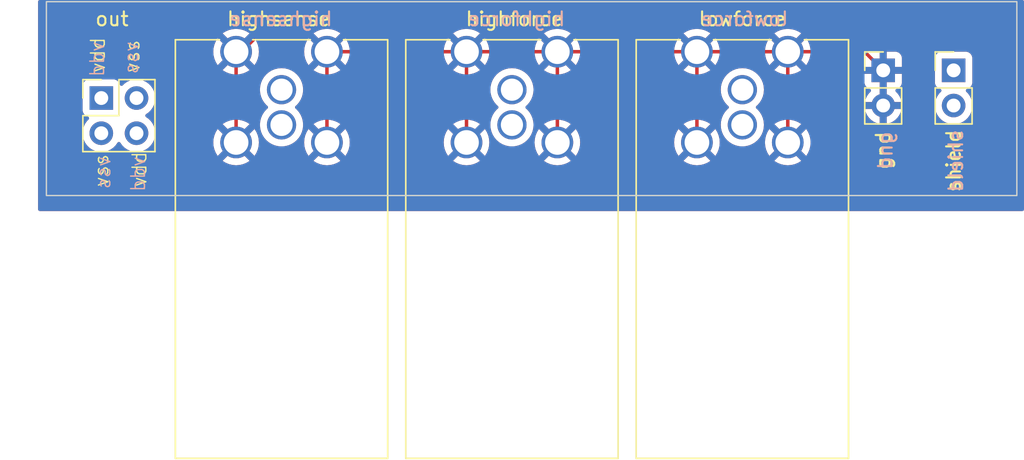
<source format=kicad_pcb>
(kicad_pcb (version 20221018) (generator pcbnew)

  (general
    (thickness 1.6)
  )

  (paper "A4")
  (layers
    (0 "F.Cu" signal)
    (1 "In1.Cu" signal)
    (2 "In2.Cu" signal)
    (3 "In3.Cu" signal)
    (4 "In4.Cu" signal)
    (31 "B.Cu" signal)
    (32 "B.Adhes" user "B.Adhesive")
    (33 "F.Adhes" user "F.Adhesive")
    (34 "B.Paste" user)
    (35 "F.Paste" user)
    (36 "B.SilkS" user "B.Silkscreen")
    (37 "F.SilkS" user "F.Silkscreen")
    (38 "B.Mask" user)
    (39 "F.Mask" user)
    (40 "Dwgs.User" user "User.Drawings")
    (41 "Cmts.User" user "User.Comments")
    (42 "Eco1.User" user "User.Eco1")
    (43 "Eco2.User" user "User.Eco2")
    (44 "Edge.Cuts" user)
    (45 "Margin" user)
    (46 "B.CrtYd" user "B.Courtyard")
    (47 "F.CrtYd" user "F.Courtyard")
    (48 "B.Fab" user)
    (49 "F.Fab" user)
    (50 "User.1" user)
    (51 "User.2" user)
    (52 "User.3" user)
    (53 "User.4" user)
    (54 "User.5" user)
    (55 "User.6" user)
    (56 "User.7" user)
    (57 "User.8" user)
    (58 "User.9" user)
  )

  (setup
    (stackup
      (layer "F.SilkS" (type "Top Silk Screen"))
      (layer "F.Paste" (type "Top Solder Paste"))
      (layer "F.Mask" (type "Top Solder Mask") (thickness 0.01))
      (layer "F.Cu" (type "copper") (thickness 0.035))
      (layer "dielectric 1" (type "prepreg") (thickness 0.1) (material "FR4") (epsilon_r 4.5) (loss_tangent 0.02))
      (layer "In1.Cu" (type "copper") (thickness 0.035))
      (layer "dielectric 2" (type "prepreg") (thickness 0.535) (material "FR4") (epsilon_r 4.5) (loss_tangent 0.02))
      (layer "In2.Cu" (type "copper") (thickness 0.035))
      (layer "dielectric 3" (type "prepreg") (thickness 0.1) (material "FR4") (epsilon_r 4.5) (loss_tangent 0.02))
      (layer "In3.Cu" (type "copper") (thickness 0.035))
      (layer "dielectric 4" (type "core") (thickness 0.535) (material "FR4") (epsilon_r 4.5) (loss_tangent 0.02))
      (layer "In4.Cu" (type "copper") (thickness 0.035))
      (layer "dielectric 5" (type "prepreg") (thickness 0.1) (material "FR4") (epsilon_r 4.5) (loss_tangent 0.02))
      (layer "B.Cu" (type "copper") (thickness 0.035))
      (layer "B.Mask" (type "Bottom Solder Mask") (thickness 0.01))
      (layer "B.Paste" (type "Bottom Solder Paste"))
      (layer "B.SilkS" (type "Bottom Silk Screen"))
      (copper_finish "None")
      (dielectric_constraints no)
    )
    (pad_to_mask_clearance 0)
    (pcbplotparams
      (layerselection 0x00010fc_ffffffff)
      (plot_on_all_layers_selection 0x0000000_00000000)
      (disableapertmacros false)
      (usegerberextensions false)
      (usegerberattributes true)
      (usegerberadvancedattributes true)
      (creategerberjobfile true)
      (dashed_line_dash_ratio 12.000000)
      (dashed_line_gap_ratio 3.000000)
      (svgprecision 4)
      (plotframeref false)
      (viasonmask false)
      (mode 1)
      (useauxorigin false)
      (hpglpennumber 1)
      (hpglpenspeed 20)
      (hpglpendiameter 15.000000)
      (dxfpolygonmode true)
      (dxfimperialunits true)
      (dxfusepcbnewfont true)
      (psnegative false)
      (psa4output false)
      (plotreference true)
      (plotvalue true)
      (plotinvisibletext false)
      (sketchpadsonfab false)
      (subtractmaskfromsilk false)
      (outputformat 1)
      (mirror false)
      (drillshape 1)
      (scaleselection 1)
      (outputdirectory "")
    )
  )

  (net 0 "")
  (net 1 "GND")
  (net 2 "/vdd")
  (net 3 "/shield")
  (net 4 "/vss")

  (footprint "Connector_PinHeader_2.54mm:PinHeader_1x02_P2.54mm_Vertical" (layer "F.Cu") (at 86.36 60.96))

  (footprint "Connector_PinHeader_2.54mm:PinHeader_2x02_P2.54mm_Vertical" (layer "F.Cu") (at 29.96 62.96))

  (footprint "Connector_PinHeader_2.54mm:PinHeader_1x02_P2.54mm_Vertical" (layer "F.Cu") (at 91.44 60.96))

  (footprint "TriaxialConn:CBBJR79A" (layer "F.Cu") (at 42.9596 62.357))

  (footprint "TriaxialConn:CBBJR79A" (layer "F.Cu") (at 76.2 62.357))

  (footprint "TriaxialConn:CBBJR79A" (layer "F.Cu") (at 59.5798 62.357))

  (gr_rect (start 26 56) (end 96 70)
    (stroke (width 0.1) (type default)) (fill none) (layer "Edge.Cuts") (tstamp 740ba15b-13f6-4950-ab99-a8051e6e6b8a))
  (gr_text "highsense" (at 42.91 57.25) (layer "B.SilkS") (tstamp 40203b50-96da-4822-867b-c3216f80a8f2)
    (effects (font (size 1 1) (thickness 0.15)) (justify mirror))
  )
  (gr_text "gnd" (at 86.52 66.75 90) (layer "B.SilkS") (tstamp 4204de28-fcd4-478d-af59-edd055cb59b5)
    (effects (font (size 1 1) (thickness 0.15)) (justify mirror))
  )
  (gr_text "highforce" (at 59.91 57.25) (layer "B.SilkS") (tstamp 4346c613-6b76-48da-bdf4-d66e6c0132d0)
    (effects (font (size 1 1) (thickness 0.15)) (justify mirror))
  )
  (gr_text "vdd" (at 33.2 67.1 90) (layer "B.SilkS") (tstamp 76bbb503-6aeb-4694-9b1c-7d410af9c8ff)
    (effects (font (size 1 1) (thickness 0.1)) (justify left bottom mirror))
  )
  (gr_text "lowforce" (at 76.36 57.25) (layer "B.SilkS") (tstamp 930de2ac-abac-4bdd-8cd8-5907aeecd659)
    (effects (font (size 1 1) (thickness 0.15)) (justify mirror))
  )
  (gr_text "vdd" (at 30.25 58.8 90) (layer "B.SilkS") (tstamp 9b127f27-fdf6-411d-8363-4f38393641f3)
    (effects (font (size 1 1) (thickness 0.1)) (justify left bottom mirror))
  )
  (gr_text "vss\n" (at 32.7 58.8 90) (layer "B.SilkS") (tstamp a025978d-e713-4ec0-a284-9019b2887a23)
    (effects (font (size 1 1) (thickness 0.1)) (justify left bottom mirror))
  )
  (gr_text "shield" (at 91.6 67.5 90) (layer "B.SilkS") (tstamp ab2ddf81-2aab-4da8-96ea-6053e5e4dbb4)
    (effects (font (size 1 1) (thickness 0.15)) (justify mirror))
  )
  (gr_text "vss\n" (at 30.7 67.1 90) (layer "B.SilkS") (tstamp bd45d96e-dea1-422b-9718-80202ec54787)
    (effects (font (size 1 1) (thickness 0.1)) (justify left bottom mirror))
  )
  (gr_text "vdd" (at 30.3 61.2 90) (layer "F.SilkS") (tstamp 07114760-badf-4ddd-9411-7f66ab50bab6)
    (effects (font (size 1 1) (thickness 0.1)) (justify left bottom))
  )
  (gr_text "vss\n" (at 30.55 69.45 90) (layer "F.SilkS") (tstamp 32197a03-45c2-4352-abc6-0a73a756fbef)
    (effects (font (size 1 1) (thickness 0.1)) (justify left bottom))
  )
  (gr_text "vss\n" (at 32.8 61.2 90) (layer "F.SilkS") (tstamp 8299dc36-5a7f-4e14-9708-82f6e9926284)
    (effects (font (size 1 1) (thickness 0.1)) (justify left bottom))
  )
  (gr_text "vdd" (at 33.3 69.45 90) (layer "F.SilkS") (tstamp 93ba5354-88bb-46c1-8643-dc901f71eb57)
    (effects (font (size 1 1) (thickness 0.1)) (justify left bottom))
  )

  (segment (start 57.4462 67.31) (end 56.3032 66.167) (width 0.25) (layer "F.Cu") (net 1) (tstamp 0b05122e-18ef-42be-9f11-7d28b068ac48))
  (segment (start 39.683 59.6138) (end 39.683 60.003) (width 0.25) (layer "F.Cu") (net 1) (tstamp 15c66a2b-8812-48a8-8d11-8da873557a3f))
  (segment (start 39.683 60.003) (end 41.266 58.42) (width 0.25) (layer "F.Cu") (net 1) (tstamp 26f47125-8659-4314-8b03-23337f599f99))
  (segment (start 45.0424 58.42) (end 46.2362 59.6138) (width 0.25) (layer "F.Cu") (net 1) (tstamp 279e1a5f-9c66-4946-ad32-80f4c5ebaba2))
  (segment (start 72.9234 66.167) (end 72.9234 59.6138) (width 0.25) (layer "F.Cu") (net 1) (tstamp 2edebac7-73ef-44e4-89d1-20765ac58dce))
  (segment (start 46.2362 59.6138) (end 56.3032 59.6138) (width 0.25) (layer "F.Cu") (net 1) (tstamp 30022e6a-54eb-4ca5-9763-6924a5540d7b))
  (segment (start 79.4766 59.6138) (end 85.0138 59.6138) (width 0.25) (layer "F.Cu") (net 1) (tstamp 4b99c468-e8ee-4bac-8e37-6b3c6ef5d8a8))
  (segment (start 62.8564 59.6138) (end 72.9234 59.6138) (width 0.25) (layer "F.Cu") (net 1) (tstamp 51a60446-5165-4c34-b436-0145ec0810b7))
  (segment (start 85.0138 59.6138) (end 86.36 60.96) (width 0.25) (layer "F.Cu") (net 1) (tstamp 5215e74e-0329-4feb-ad36-caa72ece31fa))
  (segment (start 79.4766 59.6138) (end 79.4766 66.167) (width 0.25) (layer "F.Cu") (net 1) (tstamp 5a722dcb-2108-43a2-a6ca-ad59ce2d4412))
  (segment (start 40.826 67.31) (end 39.683 66.167) (width 0.25) (layer "F.Cu") (net 1) (tstamp 64810f0c-d16a-4d7c-a7c6-8ed7d2e10552))
  (segment (start 46.2362 61.4762) (end 46.2362 66.167) (width 0.25) (layer "F.Cu") (net 1) (tstamp 6a7df8c2-7d2a-483e-8198-327518da072f))
  (segment (start 62.8564 66.167) (end 61.7134 67.31) (width 0.25) (layer "F.Cu") (net 1) (tstamp 7d7580b3-6b27-44ea-bcd2-49b3091b8c77))
  (segment (start 41.266 58.42) (end 45.0424 58.42) (width 0.25) (layer "F.Cu") (net 1) (tstamp 8ac71e2b-ffe5-4d3a-9a92-8bdf1563c58a))
  (segment (start 74.0664 67.31) (end 72.9234 66.167) (width 0.25) (layer "F.Cu") (net 1) (tstamp 90149c69-8cab-4310-b6f0-d3bab7c2b849))
  (segment (start 56.3032 59.6138) (end 56.3032 66.167) (width 0.25) (layer "F.Cu") (net 1) (tstamp 918fd498-8ec5-4a97-9ae7-91bd6c5fec38))
  (segment (start 79.4766 66.167) (end 78.3336 67.31) (width 0.25) (layer "F.Cu") (net 1) (tstamp 9aa0a63c-5c6e-4776-8034-77691d7001ea))
  (segment (start 46.2362 66.167) (end 45.0932 67.31) (width 0.25) (layer "F.Cu") (net 1) (tstamp 9aed78d9-e0f3-4c94-bd54-56c435e21f0a))
  (segment (start 61.7134 67.31) (end 57.4462 67.31) (width 0.25) (layer "F.Cu") (net 1) (tstamp a05a5972-cba0-45e0-8e97-349b3dcb1ea7))
  (segment (start 78.3336 67.31) (end 74.0664 67.31) (width 0.25) (layer "F.Cu") (net 1) (tstamp b009624d-8da9-481a-9cf7-fb61bfc5a333))
  (segment (start 62.8564 59.6138) (end 62.8564 66.167) (width 0.25) (layer "F.Cu") (net 1) (tstamp b711d500-e322-40e9-97a7-c0db3230eeff))
  (segment (start 45.0932 67.31) (end 40.826 67.31) (width 0.25) (layer "F.Cu") (net 1) (tstamp bcfa8933-4acd-4441-9776-53c3e530263c))
  (segment (start 46.2362 59.6138) (end 46.2362 61.4762) (width 0.25) (layer "F.Cu") (net 1) (tstamp d35ec366-18bf-4f54-89d4-c377e756a844))
  (segment (start 39.683 66.167) (end 39.683 59.6138) (width 0.25) (layer "F.Cu") (net 1) (tstamp e11b23ff-20bc-4218-b412-e81f30f4a60d))
  (segment (start 72.9234 59.6138) (end 79.4766 59.6138) (width 0.25) (layer "F.Cu") (net 1) (tstamp e5a9437b-209f-48be-88e8-f6f3d2b1351f))
  (segment (start 56.3032 59.6138) (end 62.8564 59.6138) (width 0.25) (layer "F.Cu") (net 1) (tstamp fd3a7807-d42f-4d99-b9c4-33a78474e5c3))
  (segment (start 86.36 63.5) (end 86.36 60.96) (width 0.25) (layer "B.Cu") (net 1) (tstamp 1201e494-07d6-4bd6-a145-4e33911cb200))
  (segment (start 82.1436 63.5) (end 79.4766 66.167) (width 0.25) (layer "B.Cu") (net 1) (tstamp 3cb6fde8-eb0d-4547-aea0-9ac1b0f47108))
  (segment (start 86.36 63.5) (end 82.1436 63.5) (width 0.25) (layer "B.Cu") (net 1) (tstamp c866a2e9-37a3-4d2a-92bf-fd290d8356c6))
  (segment (start 33.6692 57.7708) (end 30.48 60.96) (width 1) (layer "In2.Cu") (net 2) (tstamp 1ad44920-3ebe-46e1-a618-93b51b7029ee))
  (segment (start 60.3108 57.7708) (end 33.6692 57.7708) (width 1) (layer "In2.Cu") (net 2) (tstamp 2ac05f80-f138-45a7-a11e-986ea8ff6828))
  (segment (start 60.96 60.9768) (end 60.96 58.42) (width 1) (layer "In2.Cu") (net 2) (tstamp 5f83a734-b540-4c83-9861-b3bad07a46fd))
  (segment (start 60.96 58.42) (end 60.3108 57.7708) (width 1) (layer "In2.Cu") (net 2) (tstamp 740c6da0-9e82-482c-a927-4af3111b89e8))
  (segment (start 41.8166 63.5) (end 42.9596 62.357) (width 1) (layer "In2.Cu") (net 2) (tstamp 76e1598f-569f-41e7-a096-a90f08663bc8))
  (segment (start 59.5798 62.357) (end 60.96 60.9768) (width 1) (layer "In2.Cu") (net 2) (tstamp 9627ac8f-67bc-4328-8a5c-03a31b2c61d3))
  (segment (start 33.02 63.5) (end 41.8166 63.5) (width 1) (layer "In2.Cu") (net 2) (tstamp c68dd793-cbb1-4674-b6c3-a0449ee39d4c))
  (segment (start 30.48 60.96) (end 33.02 63.5) (width 1) (layer "In2.Cu") (net 2) (tstamp ece4e072-0188-4180-8462-e140e6130441))
  (segment (start 42.9596 66.387722) (end 42.9596 64.897) (width 0.25) (layer "In1.Cu") (net 3) (tstamp 12e36520-0f6d-4300-be78-13f97ff0a4a0))
  (segment (start 59.5798 64.897) (end 59.5798 66.387722) (width 0.25) (layer "In1.Cu") (net 3) (tstamp 4a2dbc1b-04b4-43b8-b875-6f0a8ab2c1c5))
  (segment (start 45.026878 68.455) (end 42.9596 66.387722) (width 0.25) (layer "In1.Cu") (net 3) (tstamp 6c693b5a-5400-491d-aaf6-688b3c727d43))
  (segment (start 57.512522 68.455) (end 45.026878 68.455) (width 0.25) (layer "In1.Cu") (net 3) (tstamp 8085e41b-8c24-467a-8bcb-074abc48f549))
  (segment (start 59.5798 66.387722) (end 57.512522 68.455) (width 0.25) (layer "In1.Cu") (net 3) (tstamp 9221eb51-4b6b-4dcc-842f-a069fa99889e))
  (segment (start 91.44 63.5) (end 86.485 68.455) (width 0.25) (layer "In4.Cu") (net 3) (tstamp 07cdd1c6-94cc-4dda-8477-2cd8066753f7))
  (segment (start 86.485 68.455) (end 63.068334 68.455) (width 0.25) (layer "In4.Cu") (net 3) (tstamp 19b2b101-7b4f-497d-8bf1-0c95e0d050cf))
  (segment (start 63.068334 68.455) (end 59.5798 64.966466) (width 0.25) (layer "In4.Cu") (net 3) (tstamp 38bc4d0e-153a-4db1-8f90-a094f705fbfd))
  (segment (start 91.44 60.96) (end 91.44 63.5) (width 0.25) (layer "In4.Cu") (net 3) (tstamp c178938c-cce0-42ae-bbcb-22222fa112a2))
  (segment (start 59.5798 64.966466) (end 59.5798 64.897) (width 0.25) (layer "In4.Cu") (net 3) (tstamp c1a60ff7-86bf-43af-b5fb-cebf66335150))
  (segment (start 76.2 66.387722) (end 74.577722 68.01) (width 1) (layer "In3.Cu") (net 4) (tstamp 00caab87-ed19-4fda-966d-5f4dbef17038))
  (segment (start 30.48 63.5) (end 29.92 63.5) (width 1) (layer "In3.Cu") (net 4) (tstamp 04e42c9a-dbca-4e6b-ab6d-e06bcfe0dafb))
  (segment (start 76.2 64.897) (end 76.2 66.387722) (width 1) (layer "In3.Cu") (net 4) (tstamp 2014febb-b9e5-4193-b31b-f9c649070763))
  (segment (start 28.93 59.41) (end 33.02 59.41) (width 1) (layer "In3.Cu") (net 4) (tstamp 282fb5a1-dd0e-4ebd-aaf9-078290dd464e))
  (segment (start 33.02 60.96) (end 33.02 58.42) (width 1) (layer "In3.Cu") (net 4) (tstamp 3fd24aaf-9262-49b9-918d-618e2cef607d))
  (segment (start 33.02 59.41) (end 33.02 60.96) (width 1) (layer "In3.Cu") (net 4) (tstamp 40c10c59-18db-4aab-90b8-72f73be8b192))
  (segment (start 72.517 62.357) (end 76.2 62.357) (width 1) (layer "In3.Cu") (net 4) (tstamp 4e239c38-6302-44b3-b702-9d1834454d94))
  (segment (start 74.577722 68.01) (end 34.99 68.01) (width 1) (layer "In3.Cu") (net 4) (tstamp 51ad77f7-511b-456f-a644-190584959d4b))
  (segment (start 67.9308 57.7708) (end 72.517 62.357) (width 1) (layer "In3.Cu") (net 4) (tstamp 6880625f-c378-4549-a24a-1e7a9709308b))
  (segment (start 33.02 58.42) (end 33.6692 57.7708) (width 1) (layer "In3.Cu") (net 4) (tstamp 873f9df1-3ed8-4fae-8357-60ca21cab4b8))
  (segment (start 34.99 68.01) (end 30.48 63.5) (width 1) (layer "In3.Cu") (net 4) (tstamp 8d7c158d-faaa-46c7-9b39-75130712202f))
  (segment (start 33.6692 57.7708) (end 67.9308 57.7708) (width 1) (layer "In3.Cu") (net 4) (tstamp e04c200b-eda2-4d3a-acc2-8e2fd90b0e00))
  (segment (start 28.93 62.51) (end 28.93 59.41) (width 1) (layer "In3.Cu") (net 4) (tstamp e944d158-b296-45c7-90aa-7d0fb7178df6))
  (segment (start 29.92 63.5) (end 28.93 62.51) (width 1) (layer "In3.Cu") (net 4) (tstamp f7dc4b58-f249-437e-9d96-d9cb856bb57e))

  (zone (net 1) (net_name "GND") (layer "F.Cu") (tstamp 5a04bf73-f937-438b-a9bf-2ab7b36c3350) (hatch edge 0.5)
    (connect_pads (clearance 0.5))
    (min_thickness 0.25) (filled_areas_thickness no)
    (fill yes (thermal_gap 0.5) (thermal_bridge_width 0.5))
    (polygon
      (pts
        (xy 25.4 55.88)
        (xy 96.52 55.88)
        (xy 96.52 71.12)
        (xy 25.4 71.12)
      )
    )
    (filled_polygon
      (layer "F.Cu")
      (pts
        (xy 96.4575 55.897113)
        (xy 96.502887 55.9425)
        (xy 96.5195 56.0045)
        (xy 96.5195 70.9955)
        (xy 96.502887 71.0575)
        (xy 96.4575 71.102887)
        (xy 96.3955 71.1195)
        (xy 25.5245 71.1195)
        (xy 25.4625 71.102887)
        (xy 25.417113 71.0575)
        (xy 25.4005 70.9955)
        (xy 25.4005 67.495017)
        (xy 38.713775 67.495017)
        (xy 38.719428 67.503478)
        (xy 38.930628 67.632901)
        (xy 38.939291 67.637315)
        (xy 39.169214 67.732552)
        (xy 39.178451 67.735554)
        (xy 39.420449 67.793652)
        (xy 39.430035 67.79517)
        (xy 39.678146 67.814698)
        (xy 39.687854 67.814698)
        (xy 39.935964 67.79517)
        (xy 39.94555 67.793652)
        (xy 40.187548 67.735554)
        (xy 40.196785 67.732552)
        (xy 40.426708 67.637315)
        (xy 40.435371 67.632901)
        (xy 40.64657 67.503478)
        (xy 40.652223 67.495017)
        (xy 45.266975 67.495017)
        (xy 45.272628 67.503478)
        (xy 45.483828 67.632901)
        (xy 45.492491 67.637315)
        (xy 45.722414 67.732552)
        (xy 45.731651 67.735554)
        (xy 45.973649 67.793652)
        (xy 45.983235 67.79517)
        (xy 46.231346 67.814698)
        (xy 46.241054 67.814698)
        (xy 46.489164 67.79517)
        (xy 46.49875 67.793652)
        (xy 46.740748 67.735554)
        (xy 46.749985 67.732552)
        (xy 46.979908 67.637315)
        (xy 46.988571 67.632901)
        (xy 47.19977 67.503478)
        (xy 47.205423 67.495017)
        (xy 55.333975 67.495017)
        (xy 55.339628 67.503478)
        (xy 55.550828 67.632901)
        (xy 55.559491 67.637315)
        (xy 55.789414 67.732552)
        (xy 55.798651 67.735554)
        (xy 56.040649 67.793652)
        (xy 56.050235 67.79517)
        (xy 56.298346 67.814698)
        (xy 56.308054 67.814698)
        (xy 56.556164 67.79517)
        (xy 56.56575 67.793652)
        (xy 56.807748 67.735554)
        (xy 56.816985 67.732552)
        (xy 57.046908 67.637315)
        (xy 57.055571 67.632901)
        (xy 57.26677 67.503478)
        (xy 57.272423 67.495017)
        (xy 61.887175 67.495017)
        (xy 61.892828 67.503478)
        (xy 62.104028 67.632901)
        (xy 62.112691 67.637315)
        (xy 62.342614 67.732552)
        (xy 62.351851 67.735554)
        (xy 62.593849 67.793652)
        (xy 62.603435 67.79517)
        (xy 62.851546 67.814698)
        (xy 62.861254 67.814698)
        (xy 63.109364 67.79517)
        (xy 63.11895 67.793652)
        (xy 63.360948 67.735554)
        (xy 63.370185 67.732552)
        (xy 63.600108 67.637315)
        (xy 63.608771 67.632901)
        (xy 63.81997 67.503478)
        (xy 63.825623 67.495017)
        (xy 71.954175 67.495017)
        (xy 71.959828 67.503478)
        (xy 72.171028 67.632901)
        (xy 72.179691 67.637315)
        (xy 72.409614 67.732552)
        (xy 72.418851 67.735554)
        (xy 72.660849 67.793652)
        (xy 72.670435 67.79517)
        (xy 72.918546 67.814698)
        (xy 72.928254 67.814698)
        (xy 73.176364 67.79517)
        (xy 73.18595 67.793652)
        (xy 73.427948 67.735554)
        (xy 73.437185 67.732552)
        (xy 73.667108 67.637315)
        (xy 73.675771 67.632901)
        (xy 73.88697 67.503478)
        (xy 73.892623 67.495017)
        (xy 78.507375 67.495017)
        (xy 78.513028 67.503478)
        (xy 78.724228 67.632901)
        (xy 78.732891 67.637315)
        (xy 78.962814 67.732552)
        (xy 78.972051 67.735554)
        (xy 79.214049 67.793652)
        (xy 79.223635 67.79517)
        (xy 79.471746 67.814698)
        (xy 79.481454 67.814698)
        (xy 79.729564 67.79517)
        (xy 79.73915 67.793652)
        (xy 79.981148 67.735554)
        (xy 79.990385 67.732552)
        (xy 80.220308 67.637315)
        (xy 80.228971 67.632901)
        (xy 80.44017 67.503478)
        (xy 80.445823 67.495017)
        (xy 80.439152 67.483105)
        (xy 79.488142 66.532095)
        (xy 79.4766 66.525431)
        (xy 79.465057 66.532095)
        (xy 78.514048 67.483103)
        (xy 78.507375 67.495017)
        (xy 73.892623 67.495017)
        (xy 73.885952 67.483105)
        (xy 72.934942 66.532095)
        (xy 72.9234 66.525431)
        (xy 72.911857 66.532095)
        (xy 71.960848 67.483103)
        (xy 71.954175 67.495017)
        (xy 63.825623 67.495017)
        (xy 63.818952 67.483105)
        (xy 62.867942 66.532095)
        (xy 62.8564 66.525431)
        (xy 62.844857 66.532095)
        (xy 61.893848 67.483103)
        (xy 61.887175 67.495017)
        (xy 57.272423 67.495017)
        (xy 57.265752 67.483105)
        (xy 56.314742 66.532095)
        (xy 56.3032 66.525431)
        (xy 56.291657 66.532095)
        (xy 55.340648 67.483103)
        (xy 55.333975 67.495017)
        (xy 47.205423 67.495017)
        (xy 47.198752 67.483105)
        (xy 46.247742 66.532095)
        (xy 46.2362 66.525431)
        (xy 46.224657 66.532095)
        (xy 45.273648 67.483103)
        (xy 45.266975 67.495017)
        (xy 40.652223 67.495017)
        (xy 40.645552 67.483105)
        (xy 39.694542 66.532095)
        (xy 39.683 66.525431)
        (xy 39.671457 66.532095)
        (xy 38.720448 67.483103)
        (xy 38.713775 67.495017)
        (xy 25.4005 67.495017)
        (xy 25.4005 65.5)
        (xy 28.604341 65.5)
        (xy 28.604813 65.505395)
        (xy 28.613129 65.600451)
        (xy 28.624937 65.735408)
        (xy 28.626336 65.74063)
        (xy 28.626337 65.740634)
        (xy 28.684694 65.95843)
        (xy 28.684697 65.958438)
        (xy 28.686097 65.963663)
        (xy 28.688385 65.96857)
        (xy 28.688386 65.968572)
        (xy 28.783678 66.172927)
        (xy 28.783681 66.172933)
        (xy 28.785965 66.17783)
        (xy 28.789064 66.182257)
        (xy 28.789066 66.182259)
        (xy 28.918399 66.366966)
        (xy 28.918402 66.36697)
        (xy 28.921505 66.371401)
        (xy 29.088599 66.538495)
        (xy 29.28217 66.674035)
        (xy 29.496337 66.773903)
        (xy 29.724592 66.835063)
        (xy 29.96 66.855659)
        (xy 30.195408 66.835063)
        (xy 30.423663 66.773903)
        (xy 30.63783 66.674035)
        (xy 30.831401 66.538495)
        (xy 30.998495 66.371401)
        (xy 31.128426 66.185839)
        (xy 31.172742 66.146976)
        (xy 31.229999 66.132965)
        (xy 31.287256 66.146976)
        (xy 31.331574 66.185841)
        (xy 31.458399 66.366966)
        (xy 31.458402 66.36697)
        (xy 31.461505 66.371401)
        (xy 31.628599 66.538495)
        (xy 31.82217 66.674035)
        (xy 32.036337 66.773903)
        (xy 32.264592 66.835063)
        (xy 32.5 66.855659)
        (xy 32.735408 66.835063)
        (xy 32.963663 66.773903)
        (xy 33.17783 66.674035)
        (xy 33.371401 66.538495)
        (xy 33.538495 66.371401)
        (xy 33.674035 66.17783)
        (xy 33.676822 66.171854)
        (xy 38.035302 66.171854)
        (xy 38.054829 66.419964)
        (xy 38.056347 66.42955)
        (xy 38.114445 66.671548)
        (xy 38.117447 66.680785)
        (xy 38.212684 66.910708)
        (xy 38.217098 66.919371)
        (xy 38.34652 67.130569)
        (xy 38.354981 67.136222)
        (xy 38.366895 67.12955)
        (xy 39.317904 66.178542)
        (xy 39.324568 66.167)
        (xy 40.041431 66.167)
        (xy 40.048095 66.178542)
        (xy 40.999105 67.129552)
        (xy 41.011017 67.136223)
        (xy 41.019478 67.13057)
        (xy 41.148901 66.919371)
        (xy 41.153315 66.910708)
        (xy 41.248552 66.680785)
        (xy 41.251554 66.671548)
        (xy 41.309652 66.42955)
        (xy 41.31117 66.419964)
        (xy 41.330698 66.171854)
        (xy 41.330698 66.162146)
        (xy 41.31117 65.914035)
        (xy 41.309652 65.904449)
        (xy 41.251554 65.662451)
        (xy 41.248552 65.653214)
        (xy 41.153315 65.423291)
        (xy 41.148901 65.414628)
        (xy 41.019478 65.203428)
        (xy 41.011017 65.197775)
        (xy 40.999103 65.204448)
        (xy 40.048095 66.155457)
        (xy 40.041431 66.167)
        (xy 39.324568 66.167)
        (xy 39.317904 66.155457)
        (xy 38.366896 65.204449)
        (xy 38.354981 65.197777)
        (xy 38.346519 65.203432)
        (xy 38.217098 65.414628)
        (xy 38.212684 65.423291)
        (xy 38.117447 65.653214)
        (xy 38.114445 65.662451)
        (xy 38.056347 65.904449)
        (xy 38.054829 65.914035)
        (xy 38.035302 66.162146)
        (xy 38.035302 66.171854)
        (xy 33.676822 66.171854)
        (xy 33.773903 65.963663)
        (xy 33.835063 65.735408)
        (xy 33.855659 65.5)
        (xy 33.835063 65.264592)
        (xy 33.773903 65.036337)
        (xy 33.681874 64.838981)
        (xy 38.713777 64.838981)
        (xy 38.720449 64.850896)
        (xy 39.671457 65.801904)
        (xy 39.683 65.808568)
        (xy 39.694542 65.801904)
        (xy 40.599445 64.897)
        (xy 41.400193 64.897)
        (xy 41.419392 65.140945)
        (xy 41.420527 65.145674)
        (xy 41.420528 65.145678)
        (xy 41.475378 65.374146)
        (xy 41.47538 65.374154)
        (xy 41.476516 65.378883)
        (xy 41.570158 65.604956)
        (xy 41.572705 65.609113)
        (xy 41.572706 65.609114)
        (xy 41.695466 65.809441)
        (xy 41.695471 65.809448)
        (xy 41.698013 65.813596)
        (xy 41.701173 65.817295)
        (xy 41.701176 65.8173)
        (xy 41.830375 65.968572)
        (xy 41.856933 65.999667)
        (xy 41.860633 66.002827)
        (xy 42.013004 66.132965)
        (xy 42.043004 66.158587)
        (xy 42.047154 66.16113)
        (xy 42.047158 66.161133)
        (xy 42.081633 66.182259)
        (xy 42.251644 66.286442)
        (xy 42.477717 66.380084)
        (xy 42.715655 66.437208)
        (xy 42.9596 66.456407)
        (xy 43.203545 66.437208)
        (xy 43.441483 66.380084)
        (xy 43.667556 66.286442)
        (xy 43.854546 66.171854)
        (xy 44.588502 66.171854)
        (xy 44.608029 66.419964)
        (xy 44.609547 66.42955)
        (xy 44.667645 66.671548)
        (xy 44.670647 66.680785)
        (xy 44.765884 66.910708)
        (xy 44.770298 66.919371)
        (xy 44.89972 67.130569)
        (xy 44.908181 67.136222)
        (xy 44.920095 67.12955)
        (xy 45.871104 66.178542)
        (xy 45.877768 66.167)
        (xy 46.594631 66.167)
        (xy 46.601295 66.178542)
        (xy 47.552305 67.129552)
        (xy 47.564217 67.136223)
        (xy 47.572678 67.13057)
        (xy 47.702101 66.919371)
        (xy 47.706515 66.910708)
        (xy 47.801752 66.680785)
        (xy 47.804754 66.671548)
        (xy 47.862852 66.42955)
        (xy 47.86437 66.419964)
        (xy 47.883898 66.171854)
        (xy 54.655502 66.171854)
        (xy 54.675029 66.419964)
        (xy 54.676547 66.42955)
        (xy 54.734645 66.671548)
        (xy 54.737647 66.680785)
        (xy 54.832884 66.910708)
        (xy 54.837298 66.919371)
        (xy 54.96672 67.130569)
        (xy 54.975181 67.136222)
        (xy 54.987095 67.12955)
        (xy 55.938104 66.178542)
        (xy 55.944768 66.167)
        (xy 56.661631 66.167)
        (xy 56.668295 66.178542)
        (xy 57.619305 67.129552)
        (xy 57.631217 67.136223)
        (xy 57.639678 67.13057)
        (xy 57.769101 66.919371)
        (xy 57.773515 66.910708)
        (xy 57.868752 66.680785)
        (xy 57.871754 66.671548)
        (xy 57.929852 66.42955)
        (xy 57.93137 66.419964)
        (xy 57.950898 66.171854)
        (xy 57.950898 66.162146)
        (xy 57.93137 65.914035)
        (xy 57.929852 65.904449)
        (xy 57.871754 65.662451)
        (xy 57.868752 65.653214)
        (xy 57.773515 65.423291)
        (xy 57.769101 65.414628)
        (xy 57.639678 65.203428)
        (xy 57.631217 65.197775)
        (xy 57.619303 65.204448)
        (xy 56.668295 66.155457)
        (xy 56.661631 66.167)
        (xy 55.944768 66.167)
        (xy 55.938104 66.155457)
        (xy 54.987096 65.204449)
        (xy 54.975181 65.197777)
        (xy 54.966719 65.203432)
        (xy 54.837298 65.414628)
        (xy 54.832884 65.423291)
        (xy 54.737647 65.653214)
        (xy 54.734645 65.662451)
        (xy 54.676547 65.904449)
        (xy 54.675029 65.914035)
        (xy 54.655502 66.162146)
        (xy 54.655502 66.171854)
        (xy 47.883898 66.171854)
        (xy 47.883898 66.162146)
        (xy 47.86437 65.914035)
        (xy 47.862852 65.904449)
        (xy 47.804754 65.662451)
        (xy 47.801752 65.653214)
        (xy 47.706515 65.423291)
        (xy 47.702101 65.414628)
        (xy 47.572678 65.203428)
        (xy 47.564217 65.197775)
        (xy 47.552303 65.204448)
        (xy 46.601295 66.155457)
        (xy 46.594631 66.167)
        (xy 45.877768 66.167)
        (xy 45.871104 66.155457)
        (xy 44.920096 65.204449)
        (xy 44.908181 65.197777)
        (xy 44.899719 65.203432)
        (xy 44.770298 65.414628)
        (xy 44.765884 65.423291)
        (xy 44.670647 65.653214)
        (xy 44.667645 65.662451)
        (xy 44.609547 65.904449)
        (xy 44.608029 65.914035)
        (xy 44.588502 66.162146)
        (xy 44.588502 66.171854)
        (xy 43.854546 66.171854)
        (xy 43.876196 66.158587)
        (xy 44.062267 65.999667)
        (xy 44.221187 65.813596)
        (xy 44.349042 65.604956)
        (xy 44.442684 65.378883)
        (xy 44.499808 65.140945)
        (xy 44.519007 64.897)
        (xy 44.514441 64.838981)
        (xy 45.266977 64.838981)
        (xy 45.273649 64.850896)
        (xy 46.224657 65.801904)
        (xy 46.2362 65.808568)
        (xy 46.247742 65.801904)
        (xy 47.19875 64.850895)
        (xy 47.205422 64.838981)
        (xy 55.333977 64.838981)
        (xy 55.340649 64.850896)
        (xy 56.291657 65.801904)
        (xy 56.3032 65.808568)
        (xy 56.314742 65.801904)
        (xy 57.219645 64.897)
        (xy 58.020393 64.897)
        (xy 58.039592 65.140945)
        (xy 58.040727 65.145674)
        (xy 58.040728 65.145678)
        (xy 58.095578 65.374146)
        (xy 58.09558 65.374154)
        (xy 58.096716 65.378883)
        (xy 58.190358 65.604956)
        (xy 58.192905 65.609113)
        (xy 58.192906 65.609114)
        (xy 58.315666 65.809441)
        (xy 58.315671 65.809448)
        (xy 58.318213 65.813596)
        (xy 58.321373 65.817295)
        (xy 58.321376 65.8173)
        (xy 58.450575 65.968572)
        (xy 58.477133 65.999667)
        (xy 58.480833 66.002827)
        (xy 58.633204 66.132965)
        (xy 58.663204 66.158587)
        (xy 58.667354 66.16113)
        (xy 58.667358 66.161133)
        (xy 58.701833 66.182259)
        (xy 58.871844 66.286442)
        (xy 59.097917 66.380084)
        (xy 59.335855 66.437208)
        (xy 59.5798 66.456407)
        (xy 59.823745 66.437208)
        (xy 60.061683 66.380084)
        (xy 60.287756 66.286442)
        (xy 60.474746 66.171854)
        (xy 61.208702 66.171854)
        (xy 61.228229 66.419964)
        (xy 61.229747 66.42955)
        (xy 61.287845 66.671548)
        (xy 61.290847 66.680785)
        (xy 61.386084 66.910708)
        (xy 61.390498 66.919371)
        (xy 61.51992 67.130569)
        (xy 61.528381 67.136222)
        (xy 61.540295 67.12955)
        (xy 62.491304 66.178542)
        (xy 62.497968 66.167)
        (xy 63.214831 66.167)
        (xy 63.221495 66.178542)
        (xy 64.172505 67.129552)
        (xy 64.184417 67.136223)
        (xy 64.192878 67.13057)
        (xy 64.322301 66.919371)
        (xy 64.326715 66.910708)
        (xy 64.421952 66.680785)
        (xy 64.424954 66.671548)
        (xy 64.483052 66.42955)
        (xy 64.48457 66.419964)
        (xy 64.504098 66.171854)
        (xy 71.275702 66.171854)
        (xy 71.295229 66.419964)
        (xy 71.296747 66.42955)
        (xy 71.354845 66.671548)
        (xy 71.357847 66.680785)
        (xy 71.453084 66.910708)
        (xy 71.457498 66.919371)
        (xy 71.58692 67.130569)
        (xy 71.595381 67.136222)
        (xy 71.607295 67.12955)
        (xy 72.558304 66.178542)
        (xy 72.564968 66.167)
        (xy 73.281831 66.167)
        (xy 73.288495 66.178542)
        (xy 74.239505 67.129552)
        (xy 74.251417 67.136223)
        (xy 74.259878 67.13057)
        (xy 74.389301 66.919371)
        (xy 74.393715 66.910708)
        (xy 74.488952 66.680785)
        (xy 74.491954 66.671548)
        (xy 74.550052 66.42955)
        (xy 74.55157 66.419964)
        (xy 74.571098 66.171854)
        (xy 74.571098 66.162146)
        (xy 74.55157 65.914035)
        (xy 74.550052 65.904449)
        (xy 74.491954 65.662451)
        (xy 74.488952 65.653214)
        (xy 74.393715 65.423291)
        (xy 74.389301 65.414628)
        (xy 74.259878 65.203428)
        (xy 74.251417 65.197775)
        (xy 74.239503 65.204448)
        (xy 73.288495 66.155457)
        (xy 73.281831 66.167)
        (xy 72.564968 66.167)
        (xy 72.558304 66.155457)
        (xy 71.607296 65.204449)
        (xy 71.595381 65.197777)
        (xy 71.586919 65.203432)
        (xy 71.457498 65.414628)
        (xy 71.453084 65.423291)
        (xy 71.357847 65.653214)
        (xy 71.354845 65.662451)
        (xy 71.296747 65.904449)
        (xy 71.295229 65.914035)
        (xy 71.275702 66.162146)
        (xy 71.275702 66.171854)
        (xy 64.504098 66.171854)
        (xy 64.504098 66.162146)
        (xy 64.48457 65.914035)
        (xy 64.483052 65.904449)
        (xy 64.424954 65.662451)
        (xy 64.421952 65.653214)
        (xy 64.326715 65.423291)
        (xy 64.322301 65.414628)
        (xy 64.192878 65.203428)
        (xy 64.184417 65.197775)
        (xy 64.172503 65.204448)
        (xy 63.221495 66.155457)
        (xy 63.214831 66.167)
        (xy 62.497968 66.167)
        (xy 62.491304 66.155457)
        (xy 61.540296 65.204449)
        (xy 61.528381 65.197777)
        (xy 61.519919 65.203432)
        (xy 61.390498 65.414628)
        (xy 61.386084 65.423291)
        (xy 61.290847 65.653214)
        (xy 61.287845 65.662451)
        (xy 61.229747 65.904449)
        (xy 61.228229 65.914035)
        (xy 61.208702 66.162146)
        (xy 61.208702 66.171854)
        (xy 60.474746 66.171854)
        (xy 60.496396 66.158587)
        (xy 60.682467 65.999667)
        (xy 60.841387 65.813596)
        (xy 60.969242 65.604956)
        (xy 61.062884 65.378883)
        (xy 61.120008 65.140945)
        (xy 61.139207 64.897)
        (xy 61.134641 64.838981)
        (xy 61.887177 64.838981)
        (xy 61.893849 64.850896)
        (xy 62.844857 65.801904)
        (xy 62.8564 65.808568)
        (xy 62.867942 65.801904)
        (xy 63.81895 64.850895)
        (xy 63.825622 64.838981)
        (xy 71.954177 64.838981)
        (xy 71.960849 64.850896)
        (xy 72.911857 65.801904)
        (xy 72.9234 65.808568)
        (xy 72.934942 65.801904)
        (xy 73.839845 64.897)
        (xy 74.640593 64.897)
        (xy 74.659792 65.140945)
        (xy 74.660927 65.145674)
        (xy 74.660928 65.145678)
        (xy 74.715778 65.374146)
        (xy 74.71578 65.374154)
        (xy 74.716916 65.378883)
        (xy 74.810558 65.604956)
        (xy 74.813105 65.609113)
        (xy 74.813106 65.609114)
        (xy 74.935866 65.809441)
        (xy 74.935871 65.809448)
        (xy 74.938413 65.813596)
        (xy 74.941573 65.817295)
        (xy 74.941576 65.8173)
        (xy 75.070775 65.968572)
        (xy 75.097333 65.999667)
        (xy 75.101033 66.002827)
        (xy 75.253404 66.132965)
        (xy 75.283404 66.158587)
        (xy 75.287554 66.16113)
        (xy 75.287558 66.161133)
        (xy 75.322033 66.182259)
        (xy 75.492044 66.286442)
        (xy 75.718117 66.380084)
        (xy 75.956055 66.437208)
        (xy 76.2 66.456407)
        (xy 76.443945 66.437208)
        (xy 76.681883 66.380084)
        (xy 76.907956 66.286442)
        (xy 77.094946 66.171854)
        (xy 77.828902 66.171854)
        (xy 77.848429 66.419964)
        (xy 77.849947 66.42955)
        (xy 77.908045 66.671548)
        (xy 77.911047 66.680785)
        (xy 78.006284 66.910708)
        (xy 78.010698 66.919371)
        (xy 78.14012 67.130569)
        (xy 78.148581 67.136222)
        (xy 78.160495 67.12955)
        (xy 79.111504 66.178542)
        (xy 79.118168 66.167)
        (xy 79.835031 66.167)
        (xy 79.841695 66.178542)
        (xy 80.792705 67.129552)
        (xy 80.804617 67.136223)
        (xy 80.813078 67.13057)
        (xy 80.942501 66.919371)
        (xy 80.946915 66.910708)
        (xy 81.042152 66.680785)
        (xy 81.045154 66.671548)
        (xy 81.103252 66.42955)
        (xy 81.10477 66.419964)
        (xy 81.124298 66.171854)
        (xy 81.124298 66.162146)
        (xy 81.10477 65.914035)
        (xy 81.103252 65.904449)
        (xy 81.045154 65.662451)
        (xy 81.042152 65.653214)
        (xy 80.946915 65.423291)
        (xy 80.942501 65.414628)
        (xy 80.813078 65.203428)
        (xy 80.804617 65.197775)
        (xy 80.792703 65.204448)
        (xy 79.841695 66.155457)
        (xy 79.835031 66.167)
        (xy 79.118168 66.167)
        (xy 79.111504 66.155457)
        (xy 78.160496 65.204449)
        (xy 78.148581 65.197777)
        (xy 78.140119 65.203432)
        (xy 78.010698 65.414628)
        (xy 78.006284 65.423291)
        (xy 77.911047 65.653214)
        (xy 77.908045 65.662451)
        (xy 77.849947 65.904449)
        (xy 77.848429 65.914035)
        (xy 77.828902 66.162146)
        (xy 77.828902 66.171854)
        (xy 77.094946 66.171854)
        (xy 77.116596 66.158587)
        (xy 77.302667 65.999667)
        (xy 77.461587 65.813596)
        (xy 77.589442 65.604956)
        (xy 77.683084 65.378883)
        (xy 77.740208 65.140945)
        (xy 77.759407 64.897)
        (xy 77.754841 64.838981)
        (xy 78.507377 64.838981)
        (xy 78.514049 64.850896)
        (xy 79.465057 65.801904)
        (xy 79.4766 65.808568)
        (xy 79.488142 65.801904)
        (xy 80.43915 64.850895)
        (xy 80.445822 64.838981)
        (xy 80.440169 64.83052)
        (xy 80.228971 64.701098)
        (xy 80.220308 64.696684)
        (xy 79.990385 64.601447)
        (xy 79.981148 64.598445)
        (xy 79.73915 64.540347)
        (xy 79.729564 64.538829)
        (xy 79.481454 64.519302)
        (xy 79.471746 64.519302)
        (xy 79.223635 64.538829)
        (xy 79.214049 64.540347)
        (xy 78.972051 64.598445)
        (xy 78.962814 64.601447)
        (xy 78.732891 64.696684)
        (xy 78.724228 64.701098)
        (xy 78.513032 64.830519)
        (xy 78.507377 64.838981)
        (xy 77.754841 64.838981)
        (xy 77.740208 64.653055)
        (xy 77.683084 64.415117)
        (xy 77.589442 64.189044)
        (xy 77.505664 64.052331)
        (xy 77.464133 63.984558)
        (xy 77.46413 63.984554)
        (xy 77.461587 63.980404)
        (xy 77.451481 63.968572)
        (xy 77.305827 63.798033)
        (xy 77.302667 63.794333)
        (xy 77.253747 63.752551)
        (xy 85.032688 63.752551)
        (xy 85.033056 63.76378)
        (xy 85.085168 63.958263)
        (xy 85.088856 63.968397)
        (xy 85.184113 64.172676)
        (xy 85.189501 64.182008)
        (xy 85.318784 64.366643)
        (xy 85.325721 64.374909)
        (xy 85.48509 64.534278)
        (xy 85.493356 64.541215)
        (xy 85.677991 64.670498)
        (xy 85.687323 64.675886)
        (xy 85.891602 64.771143)
        (xy 85.901736 64.774831)
        (xy 86.096219 64.826943)
        (xy 86.107448 64.827311)
        (xy 86.11 64.816369)
        (xy 86.61 64.816369)
        (xy 86.612551 64.827311)
        (xy 86.62378 64.826943)
        (xy 86.818263 64.774831)
        (xy 86.828397 64.771143)
        (xy 87.032676 64.675886)
        (xy 87.042008 64.670498)
        (xy 87.226643 64.541215)
        (xy 87.234909 64.534278)
        (xy 87.394278 64.374909)
        (xy 87.401215 64.366643)
        (xy 87.530498 64.182008)
        (xy 87.535886 64.172676)
        (xy 87.631143 63.968397)
        (xy 87.634831 63.958263)
        (xy 87.686943 63.76378)
        (xy 87.687311 63.752551)
        (xy 87.676369 63.75)
        (xy 86.626326 63.75)
        (xy 86.61345 63.75345)
        (xy 86.61 63.766326)
        (xy 86.61 64.816369)
        (xy 86.11 64.816369)
        (xy 86.11 63.766326)
        (xy 86.106549 63.75345)
        (xy 86.093674 63.75)
        (xy 85.043631 63.75)
        (xy 85.032688 63.752551)
        (xy 77.253747 63.752551)
        (xy 77.217144 63.721289)
        (xy 77.185066 63.678912)
        (xy 77.173676 63.626998)
        (xy 77.185067 63.575084)
        (xy 77.217141 63.532713)
        (xy 77.255443 63.5)
        (xy 90.084341 63.5)
        (xy 90.084813 63.505395)
        (xy 90.103701 63.72129)
        (xy 90.104937 63.735408)
        (xy 90.106336 63.74063)
        (xy 90.106337 63.740634)
        (xy 90.164694 63.95843)
        (xy 90.164697 63.958438)
        (xy 90.166097 63.963663)
        (xy 90.168385 63.96857)
        (xy 90.168386 63.968572)
        (xy 90.263678 64.172927)
        (xy 90.263681 64.172933)
        (xy 90.265965 64.17783)
        (xy 90.269064 64.182257)
        (xy 90.269066 64.182259)
        (xy 90.398399 64.366966)
        (xy 90.398402 64.36697)
        (xy 90.401505 64.371401)
        (xy 90.568599 64.538495)
        (xy 90.76217 64.674035)
        (xy 90.976337 64.773903)
        (xy 91.204592 64.835063)
        (xy 91.44 64.855659)
        (xy 91.675408 64.835063)
        (xy 91.903663 64.773903)
        (xy 92.11783 64.674035)
        (xy 92.311401 64.538495)
        (xy 92.478495 64.371401)
        (xy 92.614035 64.17783)
        (xy 92.713903 63.963663)
        (xy 92.775063 63.735408)
        (xy 92.795659 63.5)
        (xy 92.775063 63.264592)
        (xy 92.726572 63.083619)
        (xy 92.715305 63.041569)
        (xy 92.715304 63.041567)
        (xy 92.713903 63.036337)
        (xy 92.614035 62.822171)
        (xy 92.478495 62.628599)
        (xy 92.356569 62.506672)
        (xy 92.325273 62.453927)
        (xy 92.323084 62.392634)
        (xy 92.350537 62.337789)
        (xy 92.400916 62.30281)
        (xy 92.532331 62.253796)
        (xy 92.647546 62.167546)
        (xy 92.733796 62.052331)
        (xy 92.784091 61.917483)
        (xy 92.7905 61.857873)
        (xy 92.790499 60.062128)
        (xy 92.784091 60.002517)
        (xy 92.733796 59.867669)
        (xy 92.647546 59.752454)
        (xy 92.532331 59.666204)
        (xy 92.461965 59.639959)
        (xy 92.404752 59.61862)
        (xy 92.40475 59.618619)
        (xy 92.397483 59.615909)
        (xy 92.38977 59.615079)
        (xy 92.389767 59.615079)
        (xy 92.34118 59.609855)
        (xy 92.341169 59.609854)
        (xy 92.337873 59.6095)
        (xy 92.33455 59.6095)
        (xy 90.545439 59.6095)
        (xy 90.54542 59.6095)
        (xy 90.542128 59.609501)
        (xy 90.53885 59.609853)
        (xy 90.538838 59.609854)
        (xy 90.490231 59.615079)
        (xy 90.490225 59.61508)
        (xy 90.482517 59.615909)
        (xy 90.475252 59.618618)
        (xy 90.475246 59.61862)
        (xy 90.35598 59.663104)
        (xy 90.355978 59.663104)
        (xy 90.347669 59.666204)
        (xy 90.340572 59.671516)
        (xy 90.340568 59.671519)
        (xy 90.23955 59.747141)
        (xy 90.239546 59.747144)
        (xy 90.232454 59.752454)
        (xy 90.227144 59.759546)
        (xy 90.227141 59.75955)
        (xy 90.151519 59.860568)
        (xy 90.151516 59.860572)
        (xy 90.146204 59.867669)
        (xy 90.143104 59.875978)
        (xy 90.143104 59.87598)
        (xy 90.09862 59.995247)
        (xy 90.098619 59.99525)
        (xy 90.095909 60.002517)
        (xy 90.095079 60.010227)
        (xy 90.095079 60.010232)
        (xy 90.089855 60.058819)
        (xy 90.089854 60.058831)
        (xy 90.0895 60.062127)
        (xy 90.0895 60.065448)
        (xy 90.0895 60.065449)
        (xy 90.0895 61.85456)
        (xy 90.0895 61.854578)
        (xy 90.089501 61.857872)
        (xy 90.089853 61.86115)
        (xy 90.089854 61.861161)
        (xy 90.095079 61.909768)
        (xy 90.09508 61.909773)
        (xy 90.095909 61.917483)
        (xy 90.098619 61.924749)
        (xy 90.09862 61.924753)
        (xy 90.124913 61.995247)
        (xy 90.146204 62.052331)
        (xy 90.232454 62.167546)
        (xy 90.347669 62.253796)
        (xy 90.436911 62.287081)
        (xy 90.479082 62.30281)
        (xy 90.529462 62.337789)
        (xy 90.556915 62.392633)
        (xy 90.554726 62.453926)
        (xy 90.523431 62.506673)
        (xy 90.401505 62.628599)
        (xy 90.398402 62.633029)
        (xy 90.398399 62.633034)
        (xy 90.269073 62.817731)
        (xy 90.269068 62.817738)
        (xy 90.265965 62.822171)
        (xy 90.263677 62.827077)
        (xy 90.263675 62.827081)
        (xy 90.168386 63.031427)
        (xy 90.168383 63.031432)
        (xy 90.166097 63.036337)
        (xy 90.164698 63.041557)
        (xy 90.164694 63.041569)
        (xy 90.106337 63.259365)
        (xy 90.106335 63.259371)
        (xy 90.104937 63.264592)
        (xy 90.104465 63.269977)
        (xy 90.104465 63.269982)
        (xy 90.08787 63.459667)
        (xy 90.084341 63.5)
        (xy 77.255443 63.5)
        (xy 77.302667 63.459667)
        (xy 77.461587 63.273596)
        (xy 77.589442 63.064956)
        (xy 77.683084 62.838883)
        (xy 77.740208 62.600945)
        (xy 77.759407 62.357)
        (xy 77.740208 62.113055)
        (xy 77.683084 61.875117)
        (xy 77.674552 61.854518)
        (xy 85.01 61.854518)
        (xy 85.010353 61.861114)
        (xy 85.015573 61.909667)
        (xy 85.019111 61.924641)
        (xy 85.063547 62.043777)
        (xy 85.071962 62.059189)
        (xy 85.147498 62.160092)
        (xy 85.159907 62.172501)
        (xy 85.26081 62.248037)
        (xy 85.276222 62.256452)
        (xy 85.399986 62.302614)
        (xy 85.450366 62.337593)
        (xy 85.477819 62.392437)
        (xy 85.47563 62.45373)
        (xy 85.444335 62.506477)
        (xy 85.325714 62.625098)
        (xy 85.318784 62.633357)
        (xy 85.189508 62.817982)
        (xy 85.18411 62.827332)
        (xy 85.088856 63.031602)
        (xy 85.085168 63.041736)
        (xy 85.033056 63.236219)
        (xy 85.032688 63.247448)
        (xy 85.043631 63.25)
        (xy 86.093674 63.25)
        (xy 86.106549 63.246549)
        (xy 86.11 63.233674)
        (xy 86.61 63.233674)
        (xy 86.61345 63.246549)
        (xy 86.626326 63.25)
        (xy 87.676369 63.25)
        (xy 87.687311 63.247448)
        (xy 87.686943 63.236219)
        (xy 87.634831 63.041736)
        (xy 87.631143 63.031602)
        (xy 87.535889 62.827332)
        (xy 87.530491 62.817982)
        (xy 87.401215 62.633357)
        (xy 87.39428 62.625092)
        (xy 87.275665 62.506477)
        (xy 87.244369 62.453731)
        (xy 87.24218 62.392438)
        (xy 87.269633 62.337593)
        (xy 87.320013 62.302614)
        (xy 87.443777 62.256452)
        (xy 87.459189 62.248037)
        (xy 87.560092 62.172501)
        (xy 87.572501 62.160092)
        (xy 87.648037 62.059189)
        (xy 87.656452 62.043777)
        (xy 87.700888 61.924641)
        (xy 87.704426 61.909667)
        (xy 87.709646 61.861114)
        (xy 87.71 61.854518)
        (xy 87.71 61.226326)
        (xy 87.706549 61.21345)
        (xy 87.693674 61.21)
        (xy 86.626326 61.21)
        (xy 86.61345 61.21345)
        (xy 86.61 61.226326)
        (xy 86.61 63.233674)
        (xy 86.11 63.233674)
        (xy 86.11 61.226326)
        (xy 86.106549 61.21345)
        (xy 86.093674 61.21)
        (xy 85.026326 61.21)
        (xy 85.01345 61.21345)
        (xy 85.01 61.226326)
        (xy 85.01 61.854518)
        (xy 77.674552 61.854518)
        (xy 77.589442 61.649044)
        (xy 77.461587 61.440404)
        (xy 77.302667 61.254333)
        (xy 77.288192 61.24197)
        (xy 77.1203 61.098576)
        (xy 77.120295 61.098573)
        (xy 77.116596 61.095413)
        (xy 77.112448 61.092871)
        (xy 77.112441 61.092866)
        (xy 76.912114 60.970106)
        (xy 76.912113 60.970105)
        (xy 76.907956 60.967558)
        (xy 76.845811 60.941817)
        (xy 78.507375 60.941817)
        (xy 78.513028 60.950278)
        (xy 78.724228 61.079701)
        (xy 78.732891 61.084115)
        (xy 78.962814 61.179352)
        (xy 78.972051 61.182354)
        (xy 79.214049 61.240452)
        (xy 79.223635 61.24197)
        (xy 79.471746 61.261498)
        (xy 79.481454 61.261498)
        (xy 79.729564 61.24197)
        (xy 79.73915 61.240452)
        (xy 79.981148 61.182354)
        (xy 79.990385 61.179352)
        (xy 80.220308 61.084115)
        (xy 80.228971 61.079701)
        (xy 80.44017 60.950278)
        (xy 80.445823 60.941817)
        (xy 80.439152 60.929905)
        (xy 80.202921 60.693674)
        (xy 85.01 60.693674)
        (xy 85.01345 60.706549)
        (xy 85.026326 60.71)
        (xy 86.093674 60.71)
        (xy 86.106549 60.706549)
        (xy 86.11 60.693674)
        (xy 86.61 60.693674)
        (xy 86.61345 60.706549)
        (xy 86.626326 60.71)
        (xy 87.693674 60.71)
        (xy 87.706549 60.706549)
        (xy 87.71 60.693674)
        (xy 87.71 60.065482)
        (xy 87.709646 60.058885)
        (xy 87.704426 60.010332)
        (xy 87.700888 59.995358)
        (xy 87.656452 59.876222)
        (xy 87.648037 59.86081)
        (xy 87.572501 59.759907)
        (xy 87.560092 59.747498)
        (xy 87.459189 59.671962)
        (xy 87.443777 59.663547)
        (xy 87.324641 59.619111)
        (xy 87.309667 59.615573)
        (xy 87.261114 59.610353)
        (xy 87.254518 59.61)
        (xy 86.626326 59.61)
        (xy 86.61345 59.61345)
        (xy 86.61 59.626326)
        (xy 86.61 60.693674)
        (xy 86.11 60.693674)
        (xy 86.11 59.626326)
        (xy 86.106549 59.61345)
        (xy 86.093674 59.61)
        (xy 85.465482 59.61)
        (xy 85.458885 59.610353)
        (xy 85.410332 59.615573)
        (xy 85.395358 59.619111)
        (xy 85.276222 59.663547)
        (xy 85.26081 59.671962)
        (xy 85.159907 59.747498)
        (xy 85.147498 59.759907)
        (xy 85.071962 59.86081)
        (xy 85.063547 59.876222)
        (xy 85.019111 59.995358)
        (xy 85.015573 60.010332)
        (xy 85.010353 60.058885)
        (xy 85.01 60.065482)
        (xy 85.01 60.693674)
        (xy 80.202921 60.693674)
        (xy 79.488142 59.978895)
        (xy 79.476599 59.972231)
        (xy 79.465057 59.978895)
        (xy 78.514048 60.929903)
        (xy 78.507375 60.941817)
        (xy 76.845811 60.941817)
        (xy 76.681883 60.873916)
        (xy 76.677154 60.87278)
        (xy 76.677146 60.872778)
        (xy 76.448678 60.817928)
        (xy 76.448674 60.817927)
        (xy 76.443945 60.816792)
        (xy 76.439092 60.81641)
        (xy 76.204854 60.797975)
        (xy 76.2 60.797593)
        (xy 76.195146 60.797975)
        (xy 75.960907 60.81641)
        (xy 75.960905 60.81641)
        (xy 75.956055 60.816792)
        (xy 75.951327 60.817926)
        (xy 75.951321 60.817928)
        (xy 75.722853 60.872778)
        (xy 75.722841 60.872781)
        (xy 75.718117 60.873916)
        (xy 75.71362 60.875778)
        (xy 75.713616 60.87578)
        (xy 75.496548 60.965692)
        (xy 75.496543 60.965694)
        (xy 75.492044 60.967558)
        (xy 75.487891 60.970102)
        (xy 75.487885 60.970106)
        (xy 75.287558 61.092866)
        (xy 75.287545 61.092875)
        (xy 75.283404 61.095413)
        (xy 75.279709 61.098568)
        (xy 75.279699 61.098576)
        (xy 75.101033 61.251172)
        (xy 75.101026 61.251178)
        (xy 75.097333 61.254333)
        (xy 75.094178 61.258026)
        (xy 75.094172 61.258033)
        (xy 74.941576 61.436699)
        (xy 74.941568 61.436709)
        (xy 74.938413 61.440404)
        (xy 74.935875 61.444545)
        (xy 74.935866 61.444558)
        (xy 74.813106 61.644885)
        (xy 74.813102 61.644891)
        (xy 74.810558 61.649044)
        (xy 74.808694 61.653543)
        (xy 74.808692 61.653548)
        (xy 74.720001 61.867669)
        (xy 74.716916 61.875117)
        (xy 74.715781 61.879841)
        (xy 74.715778 61.879853)
        (xy 74.660928 62.108321)
        (xy 74.660926 62.108327)
        (xy 74.659792 62.113055)
        (xy 74.65941 62.117905)
        (xy 74.65941 62.117907)
        (xy 74.64212 62.337593)
        (xy 74.640593 62.357)
        (xy 74.659792 62.600945)
        (xy 74.660927 62.605674)
        (xy 74.660928 62.605678)
        (xy 74.715778 62.834146)
        (xy 74.71578 62.834154)
        (xy 74.716916 62.838883)
        (xy 74.810558 63.064956)
        (xy 74.813105 63.069113)
        (xy 74.813106 63.069114)
        (xy 74.935866 63.269441)
        (xy 74.935871 63.269448)
        (xy 74.938413 63.273596)
        (xy 74.941573 63.277295)
        (xy 74.941576 63.2773)
        (xy 75.070775 63.428572)
        (xy 75.097333 63.459667)
        (xy 75.182856 63.53271)
        (xy 75.214932 63.575085)
        (xy 75.226323 63.626998)
        (xy 75.214933 63.678912)
        (xy 75.182855 63.721289)
        (xy 75.101034 63.791171)
        (xy 75.101026 63.791178)
        (xy 75.097333 63.794333)
        (xy 75.094178 63.798026)
        (xy 75.094172 63.798033)
        (xy 74.941576 63.976699)
        (xy 74.941568 63.976709)
        (xy 74.938413 63.980404)
        (xy 74.935875 63.984545)
        (xy 74.935866 63.984558)
        (xy 74.813106 64.184885)
        (xy 74.813102 64.184891)
        (xy 74.810558 64.189044)
        (xy 74.808694 64.193543)
        (xy 74.808692 64.193548)
        (xy 74.71878 64.410616)
        (xy 74.716916 64.415117)
        (xy 74.715781 64.419841)
        (xy 74.715778 64.419853)
        (xy 74.660928 64.648321)
        (xy 74.660926 64.648327)
        (xy 74.659792 64.653055)
        (xy 74.65941 64.657905)
        (xy 74.65941 64.657907)
        (xy 74.645159 64.838981)
        (xy 74.640593 64.897)
        (xy 73.839845 64.897)
        (xy 73.88595 64.850895)
        (xy 73.892622 64.838981)
        (xy 73.886969 64.83052)
        (xy 73.675771 64.701098)
        (xy 73.667108 64.696684)
        (xy 73.437185 64.601447)
        (xy 73.427948 64.598445)
        (xy 73.18595 64.540347)
        (xy 73.176364 64.538829)
        (xy 72.928254 64.519302)
        (xy 72.918546 64.519302)
        (xy 72.670435 64.538829)
        (xy 72.660849 64.540347)
        (xy 72.418851 64.598445)
        (xy 72.409614 64.601447)
        (xy 72.179691 64.696684)
        (xy 72.171028 64.701098)
        (xy 71.959832 64.830519)
        (xy 71.954177 64.838981)
        (xy 63.825622 64.838981)
        (xy 63.819969 64.83052)
        (xy 63.608771 64.701098)
        (xy 63.600108 64.696684)
        (xy 63.370185 64.601447)
        (xy 63.360948 64.598445)
        (xy 63.11895 64.540347)
        (xy 63.109364 64.538829)
        (xy 62.861254 64.519302)
        (xy 62.851546 64.519302)
        (xy 62.603435 64.538829)
        (xy 62.593849 64.540347)
        (xy 62.351851 64.598445)
        (xy 62.342614 64.601447)
        (xy 62.112691 64.696684)
        (xy 62.104028 64.701098)
        (xy 61.892832 64.830519)
        (xy 61.887177 64.838981)
        (xy 61.134641 64.838981)
        (xy 61.120008 64.653055)
        (xy 61.062884 64.415117)
        (xy 60.969242 64.189044)
        (xy 60.885464 64.052331)
        (xy 60.843933 63.984558)
        (xy 60.84393 63.984554)
        (xy 60.841387 63.980404)
        (xy 60.831281 63.968572)
        (xy 60.685627 63.798033)
        (xy 60.682467 63.794333)
        (xy 60.596944 63.721289)
        (xy 60.564866 63.678912)
        (xy 60.553476 63.626998)
        (xy 60.564867 63.575084)
        (xy 60.596941 63.532713)
        (xy 60.682467 63.459667)
        (xy 60.841387 63.273596)
        (xy 60.969242 63.064956)
        (xy 61.062884 62.838883)
        (xy 61.120008 62.600945)
        (xy 61.139207 62.357)
        (xy 61.120008 62.113055)
        (xy 61.062884 61.875117)
        (xy 60.969242 61.649044)
        (xy 60.841387 61.440404)
        (xy 60.682467 61.254333)
        (xy 60.667992 61.24197)
        (xy 60.5001 61.098576)
        (xy 60.500095 61.098573)
        (xy 60.496396 61.095413)
        (xy 60.492248 61.092871)
        (xy 60.492241 61.092866)
        (xy 60.291914 60.970106)
        (xy 60.291913 60.970105)
        (xy 60.287756 60.967558)
        (xy 60.225611 60.941817)
        (xy 61.887175 60.941817)
        (xy 61.892828 60.950278)
        (xy 62.104028 61.079701)
        (xy 62.112691 61.084115)
        (xy 62.342614 61.179352)
        (xy 62.351851 61.182354)
        (xy 62.593849 61.240452)
        (xy 62.603435 61.24197)
        (xy 62.851546 61.261498)
        (xy 62.861254 61.261498)
        (xy 63.109364 61.24197)
        (xy 63.11895 61.240452)
        (xy 63.360948 61.182354)
        (xy 63.370185 61.179352)
        (xy 63.600108 61.084115)
        (xy 63.608771 61.079701)
        (xy 63.81997 60.950278)
        (xy 63.825623 60.941817)
        (xy 71.954175 60.941817)
        (xy 71.959828 60.950278)
        (xy 72.171028 61.079701)
        (xy 72.179691 61.084115)
        (xy 72.409614 61.179352)
        (xy 72.418851 61.182354)
        (xy 72.660849 61.240452)
        (xy 72.670435 61.24197)
        (xy 72.918546 61.261498)
        (xy 72.928254 61.261498)
        (xy 73.176364 61.24197)
        (xy 73.18595 61.240452)
        (xy 73.427948 61.182354)
        (xy 73.437185 61.179352)
        (xy 73.667108 61.084115)
        (xy 73.675771 61.079701)
        (xy 73.88697 60.950278)
        (xy 73.892623 60.941817)
        (xy 73.885952 60.929905)
        (xy 72.934942 59.978895)
        (xy 72.923399 59.972231)
        (xy 72.911857 59.978895)
        (xy 71.960848 60.929903)
        (xy 71.954175 60.941817)
        (xy 63.825623 60.941817)
        (xy 63.818952 60.929905)
        (xy 62.867942 59.978895)
        (xy 62.856399 59.972231)
        (xy 62.844857 59.978895)
        (xy 61.893848 60.929903)
        (xy 61.887175 60.941817)
        (xy 60.225611 60.941817)
        (xy 60.061683 60.873916)
        (xy 60.056954 60.87278)
        (xy 60.056946 60.872778)
        (xy 59.828478 60.817928)
        (xy 59.828474 60.817927)
        (xy 59.823745 60.816792)
        (xy 59.818892 60.81641)
        (xy 59.584654 60.797975)
        (xy 59.5798 60.797593)
        (xy 59.574946 60.797975)
        (xy 59.340707 60.81641)
        (xy 59.340705 60.81641)
        (xy 59.335855 60.816792)
        (xy 59.331127 60.817926)
        (xy 59.331121 60.817928)
        (xy 59.102653 60.872778)
        (xy 59.102641 60.872781)
        (xy 59.097917 60.873916)
        (xy 59.09342 60.875778)
        (xy 59.093416 60.87578)
        (xy 58.876348 60.965692)
        (xy 58.876343 60.965694)
        (xy 58.871844 60.967558)
        (xy 58.867691 60.970102)
        (xy 58.867685 60.970106)
        (xy 58.667358 61.092866)
        (xy 58.667345 61.092875)
        (xy 58.663204 61.095413)
        (xy 58.659509 61.098568)
        (xy 58.659499 61.098576)
        (xy 58.480833 61.251172)
        (xy 58.480826 61.251178)
        (xy 58.477133 61.254333)
        (xy 58.473978 61.258026)
        (xy 58.473972 61.258033)
        (xy 58.321376 61.436699)
        (xy 58.321368 61.436709)
        (xy 58.318213 61.440404)
        (xy 58.315675 61.444545)
        (xy 58.315666 61.444558)
        (xy 58.192906 61.644885)
        (xy 58.192902 61.644891)
        (xy 58.190358 61.649044)
        (xy 58.188494 61.653543)
        (xy 58.188492 61.653548)
        (xy 58.099801 61.867669)
        (xy 58.096716 61.875117)
        (xy 58.095581 61.879841)
        (xy 58.095578 61.879853)
        (xy 58.040728 62.108321)
        (xy 58.040726 62.108327)
        (xy 58.039592 62.113055)
        (xy 58.03921 62.117905)
        (xy 58.03921 62.117907)
        (xy 58.02192 62.337593)
        (xy 58.020393 62.357)
        (xy 58.039592 62.600945)
        (xy 58.040727 62.605674)
        (xy 58.040728 62.605678)
        (xy 58.095578 62.834146)
        (xy 58.09558 62.834154)
        (xy 58.096716 62.838883)
        (xy 58.190358 63.064956)
        (xy 58.192905 63.069113)
        (xy 58.192906 63.069114)
        (xy 58.315666 63.269441)
        (xy 58.315671 63.269448)
        (xy 58.318213 63.273596)
        (xy 58.321373 63.277295)
        (xy 58.321376 63.2773)
        (xy 58.450575 63.428572)
        (xy 58.477133 63.459667)
        (xy 58.480832 63.462826)
        (xy 58.480833 63.462827)
        (xy 58.562655 63.53271)
        (xy 58.594733 63.575086)
        (xy 58.606123 63.627)
        (xy 58.594733 63.678914)
        (xy 58.562655 63.72129)
        (xy 58.480833 63.791172)
        (xy 58.480826 63.791178)
        (xy 58.477133 63.794333)
        (xy 58.473978 63.798026)
        (xy 58.473972 63.798033)
        (xy 58.321376 63.976699)
        (xy 58.321368 63.976709)
        (xy 58.318213 63.980404)
        (xy 58.315675 63.984545)
        (xy 58.315666 63.984558)
        (xy 58.192906 64.184885)
        (xy 58.192902 64.184891)
        (xy 58.190358 64.189044)
        (xy 58.188494 64.193543)
        (xy 58.188492 64.193548)
        (xy 58.09858 64.410616)
        (xy 58.096716 64.415117)
        (xy 58.095581 64.419841)
        (xy 58.095578 64.419853)
        (xy 58.040728 64.648321)
        (xy 58.040726 64.648327)
        (xy 58.039592 64.653055)
        (xy 58.03921 64.657905)
        (xy 58.03921 64.657907)
        (xy 58.024959 64.838981)
        (xy 58.020393 64.897)
        (xy 57.219645 64.897)
        (xy 57.26575 64.850895)
        (xy 57.272422 64.838981)
        (xy 57.266769 64.83052)
        (xy 57.055571 64.701098)
        (xy 57.046908 64.696684)
        (xy 56.816985 64.601447)
        (xy 56.807748 64.598445)
        (xy 56.56575 64.540347)
        (xy 56.556164 64.538829)
        (xy 56.308054 64.519302)
        (xy 56.298346 64.519302)
        (xy 56.050235 64.538829)
        (xy 56.040649 64.540347)
        (xy 55.798651 64.598445)
        (xy 55.789414 64.601447)
        (xy 55.559491 64.696684)
        (xy 55.550828 64.701098)
        (xy 55.339632 64.830519)
        (xy 55.333977 64.838981)
        (xy 47.205422 64.838981)
        (xy 47.199769 64.83052)
        (xy 46.988571 64.701098)
        (xy 46.979908 64.696684)
        (xy 46.749985 64.601447)
        (xy 46.740748 64.598445)
        (xy 46.49875 64.540347)
        (xy 46.489164 64.538829)
        (xy 46.241054 64.519302)
        (xy 46.231346 64.519302)
        (xy 45.983235 64.538829)
        (xy 45.973649 64.540347)
        (xy 45.731651 64.598445)
        (xy 45.722414 64.601447)
        (xy 45.492491 64.696684)
        (xy 45.483828 64.701098)
        (xy 45.272632 64.830519)
        (xy 45.266977 64.838981)
        (xy 44.514441 64.838981)
        (xy 44.499808 64.653055)
        (xy 44.442684 64.415117)
        (xy 44.349042 64.189044)
        (xy 44.265264 64.052331)
        (xy 44.223733 63.984558)
        (xy 44.22373 63.984554)
        (xy 44.221187 63.980404)
        (xy 44.211081 63.968572)
        (xy 44.065427 63.798033)
        (xy 44.062267 63.794333)
        (xy 43.976743 63.721288)
        (xy 43.944666 63.678914)
        (xy 43.933276 63.627)
        (xy 43.944666 63.575086)
        (xy 43.976743 63.532711)
        (xy 44.062267 63.459667)
        (xy 44.221187 63.273596)
        (xy 44.349042 63.064956)
        (xy 44.442684 62.838883)
        (xy 44.499808 62.600945)
        (xy 44.519007 62.357)
        (xy 44.499808 62.113055)
        (xy 44.442684 61.875117)
        (xy 44.349042 61.649044)
        (xy 44.221187 61.440404)
        (xy 44.062267 61.254333)
        (xy 44.047792 61.24197)
        (xy 43.8799 61.098576)
        (xy 43.879895 61.098573)
        (xy 43.876196 61.095413)
        (xy 43.872048 61.092871)
        (xy 43.872041 61.092866)
        (xy 43.671714 60.970106)
        (xy 43.671713 60.970105)
        (xy 43.667556 60.967558)
        (xy 43.605411 60.941817)
        (xy 45.266975 60.941817)
        (xy 45.272628 60.950278)
        (xy 45.483828 61.079701)
        (xy 45.492491 61.084115)
        (xy 45.722414 61.179352)
        (xy 45.731651 61.182354)
        (xy 45.973649 61.240452)
        (xy 45.983235 61.24197)
        (xy 46.231346 61.261498)
        (xy 46.241054 61.261498)
        (xy 46.489164 61.24197)
        (xy 46.49875 61.240452)
        (xy 46.740748 61.182354)
        (xy 46.749985 61.179352)
        (xy 46.979908 61.084115)
        (xy 46.988571 61.079701)
        (xy 47.19977 60.950278)
        (xy 47.205423 60.941817)
        (xy 55.333975 60.941817)
        (xy 55.339628 60.950278)
        (xy 55.550828 61.079701)
        (xy 55.559491 61.084115)
        (xy 55.789414 61.179352)
        (xy 55.798651 61.182354)
        (xy 56.040649 61.240452)
        (xy 56.050235 61.24197)
        (xy 56.298346 61.261498)
        (xy 56.308054 61.261498)
        (xy 56.556164 61.24197)
        (xy 56.56575 61.240452)
        (xy 56.807748 61.182354)
        (xy 56.816985 61.179352)
        (xy 57.046908 61.084115)
        (xy 57.055571 61.079701)
        (xy 57.26677 60.950278)
        (xy 57.272423 60.941817)
        (xy 57.265752 60.929905)
        (xy 56.314742 59.978895)
        (xy 56.303199 59.972231)
        (xy 56.291657 59.978895)
        (xy 55.340648 60.929903)
        (xy 55.333975 60.941817)
        (xy 47.205423 60.941817)
        (xy 47.198752 60.929905)
        (xy 46.247742 59.978895)
        (xy 46.236199 59.972231)
        (xy 46.224657 59.978895)
        (xy 45.273648 60.929903)
        (xy 45.266975 60.941817)
        (xy 43.605411 60.941817)
        (xy 43.441483 60.873916)
        (xy 43.436754 60.87278)
        (xy 43.436746 60.872778)
        (xy 43.208278 60.817928)
        (xy 43.208274 60.817927)
        (xy 43.203545 60.816792)
        (xy 43.198692 60.81641)
        (xy 42.964454 60.797975)
        (xy 42.9596 60.797593)
        (xy 42.954746 60.797975)
        (xy 42.720507 60.81641)
        (xy 42.720505 60.81641)
        (xy 42.715655 60.816792)
        (xy 42.710927 60.817926)
        (xy 42.710921 60.817928)
        (xy 42.482453 60.872778)
        (xy 42.482441 60.872781)
        (xy 42.477717 60.873916)
        (xy 42.47322 60.875778)
        (xy 42.473216 60.87578)
        (xy 42.256148 60.965692)
        (xy 42.256143 60.965694)
        (xy 42.251644 60.967558)
        (xy 42.247491 60.970102)
        (xy 42.247485 60.970106)
        (xy 42.047158 61.092866)
        (xy 42.047145 61.092875)
        (xy 42.043004 61.095413)
        (xy 42.039309 61.098568)
        (xy 42.039299 61.098576)
        (xy 41.860633 61.251172)
        (xy 41.860626 61.251178)
        (xy 41.856933 61.254333)
        (xy 41.853778 61.258026)
        (xy 41.853772 61.258033)
        (xy 41.701176 61.436699)
        (xy 41.701168 61.436709)
        (xy 41.698013 61.440404)
        (xy 41.695475 61.444545)
        (xy 41.695466 61.444558)
        (xy 41.572706 61.644885)
        (xy 41.572702 61.644891)
        (xy 41.570158 61.649044)
        (xy 41.568294 61.653543)
        (xy 41.568292 61.653548)
        (xy 41.479601 61.867669)
        (xy 41.476516 61.875117)
        (xy 41.475381 61.879841)
        (xy 41.475378 61.879853)
        (xy 41.420528 62.108321)
        (xy 41.420526 62.108327)
        (xy 41.419392 62.113055)
        (xy 41.41901 62.117905)
        (xy 41.41901 62.117907)
        (xy 41.40172 62.337593)
        (xy 41.400193 62.357)
        (xy 41.419392 62.600945)
        (xy 41.420527 62.605674)
        (xy 41.420528 62.605678)
        (xy 41.475378 62.834146)
        (xy 41.47538 62.834154)
        (xy 41.476516 62.838883)
        (xy 41.570158 63.064956)
        (xy 41.572705 63.069113)
        (xy 41.572706 63.069114)
        (xy 41.695466 63.269441)
        (xy 41.695471 63.269448)
        (xy 41.698013 63.273596)
        (xy 41.701173 63.277295)
        (xy 41.701176 63.2773)
        (xy 41.830375 63.428572)
        (xy 41.856933 63.459667)
        (xy 41.860632 63.462826)
        (xy 41.860633 63.462827)
        (xy 41.942455 63.53271)
        (xy 41.974533 63.575086)
        (xy 41.985923 63.627)
        (xy 41.974533 63.678914)
        (xy 41.942455 63.72129)
        (xy 41.860633 63.791172)
        (xy 41.860626 63.791178)
        (xy 41.856933 63.794333)
        (xy 41.853778 63.798026)
        (xy 41.853772 63.798033)
        (xy 41.701176 63.976699)
        (xy 41.701168 63.976709)
        (xy 41.698013 63.980404)
        (xy 41.695475 63.984545)
        (xy 41.695466 63.984558)
        (xy 41.572706 64.184885)
        (xy 41.572702 64.184891)
        (xy 41.570158 64.189044)
        (xy 41.568294 64.193543)
        (xy 41.568292 64.193548)
        (xy 41.47838 64.410616)
        (xy 41.476516 64.415117)
        (xy 41.475381 64.419841)
        (xy 41.475378 64.419853)
        (xy 41.420528 64.648321)
        (xy 41.420526 64.648327)
        (xy 41.419392 64.653055)
        (xy 41.41901 64.657905)
        (xy 41.41901 64.657907)
        (xy 41.404759 64.838981)
        (xy 41.400193 64.897)
        (xy 40.599445 64.897)
        (xy 40.64555 64.850895)
        (xy 40.652222 64.838981)
        (xy 40.646569 64.83052)
        (xy 40.435371 64.701098)
        (xy 40.426708 64.696684)
        (xy 40.196785 64.601447)
        (xy 40.187548 64.598445)
        (xy 39.94555 64.540347)
        (xy 39.935964 64.538829)
        (xy 39.687854 64.519302)
        (xy 39.678146 64.519302)
        (xy 39.430035 64.538829)
        (xy 39.420449 64.540347)
        (xy 39.178451 64.598445)
        (xy 39.169214 64.601447)
        (xy 38.939291 64.696684)
        (xy 38.930628 64.701098)
        (xy 38.719432 64.830519)
        (xy 38.713777 64.838981)
        (xy 33.681874 64.838981)
        (xy 33.674035 64.822171)
        (xy 33.538495 64.628599)
        (xy 33.371401 64.461505)
        (xy 33.366968 64.458401)
        (xy 33.366961 64.458395)
        (xy 33.185842 64.331575)
        (xy 33.146976 64.287257)
        (xy 33.132965 64.23)
        (xy 33.146976 64.172743)
        (xy 33.185842 64.128425)
        (xy 33.366961 64.001604)
        (xy 33.366961 64.001603)
        (xy 33.371401 63.998495)
        (xy 33.538495 63.831401)
        (xy 33.674035 63.63783)
        (xy 33.773903 63.423663)
        (xy 33.835063 63.195408)
        (xy 33.855659 62.96)
        (xy 33.835063 62.724592)
        (xy 33.786572 62.543619)
        (xy 33.775305 62.501569)
        (xy 33.775304 62.501567)
        (xy 33.773903 62.496337)
        (xy 33.674035 62.282171)
        (xy 33.538495 62.088599)
        (xy 33.371401 61.921505)
        (xy 33.36697 61.918402)
        (xy 33.366966 61.918399)
        (xy 33.182259 61.789066)
        (xy 33.182257 61.789064)
        (xy 33.17783 61.785965)
        (xy 33.172933 61.783681)
        (xy 33.172927 61.783678)
        (xy 32.968572 61.688386)
        (xy 32.96857 61.688385)
        (xy 32.963663 61.686097)
        (xy 32.958438 61.684697)
        (xy 32.95843 61.684694)
        (xy 32.740634 61.626337)
        (xy 32.74063 61.626336)
        (xy 32.735408 61.624937)
        (xy 32.73002 61.624465)
        (xy 32.730017 61.624465)
        (xy 32.505395 61.604813)
        (xy 32.5 61.604341)
        (xy 32.494605 61.604813)
        (xy 32.269982 61.624465)
        (xy 32.269977 61.624465)
        (xy 32.264592 61.624937)
        (xy 32.259371 61.626335)
        (xy 32.259365 61.626337)
        (xy 32.041569 61.684694)
        (xy 32.041557 61.684698)
        (xy 32.036337 61.686097)
        (xy 32.031432 61.688383)
        (xy 32.031427 61.688386)
        (xy 31.827081 61.783675)
        (xy 31.827077 61.783677)
        (xy 31.822171 61.785965)
        (xy 31.817738 61.789068)
        (xy 31.817731 61.789073)
        (xy 31.633034 61.918399)
        (xy 31.633029 61.918402)
        (xy 31.628599 61.921505)
        (xy 31.624774 61.925329)
        (xy 31.624775 61.925329)
        (xy 31.506673 62.043431)
        (xy 31.453926 62.074726)
        (xy 31.392633 62.076915)
        (xy 31.337789 62.049462)
        (xy 31.30281 61.999082)
        (xy 31.275304 61.925336)
        (xy 31.253796 61.867669)
        (xy 31.167546 61.752454)
        (xy 31.07703 61.684694)
        (xy 31.059431 61.671519)
        (xy 31.05943 61.671518)
        (xy 31.052331 61.666204)
        (xy 30.945442 61.626337)
        (xy 30.924752 61.61862)
        (xy 30.92475 61.618619)
        (xy 30.917483 61.615909)
        (xy 30.90977 61.615079)
        (xy 30.909767 61.615079)
        (xy 30.86118 61.609855)
        (xy 30.861169 61.609854)
        (xy 30.857873 61.6095)
        (xy 30.85455 61.6095)
        (xy 29.065439 61.6095)
        (xy 29.06542 61.6095)
        (xy 29.062128 61.609501)
        (xy 29.05885 61.609853)
        (xy 29.058838 61.609854)
        (xy 29.010231 61.615079)
        (xy 29.010225 61.61508)
        (xy 29.002517 61.615909)
        (xy 28.995252 61.618618)
        (xy 28.995246 61.61862)
        (xy 28.87598 61.663104)
        (xy 28.875978 61.663104)
        (xy 28.867669 61.666204)
        (xy 28.860572 61.671516)
        (xy 28.860568 61.671519)
        (xy 28.75955 61.747141)
        (xy 28.759546 61.747144)
        (xy 28.752454 61.752454)
        (xy 28.747144 61.759546)
        (xy 28.747141 61.75955)
        (xy 28.671519 61.860568)
        (xy 28.671516 61.860572)
        (xy 28.666204 61.867669)
        (xy 28.663104 61.875978)
        (xy 28.663104 61.87598)
        (xy 28.61862 61.995247)
        (xy 28.618619 61.99525)
        (xy 28.615909 62.002517)
        (xy 28.615079 62.010227)
        (xy 28.615079 62.010232)
        (xy 28.609855 62.058819)
        (xy 28.609854 62.058831)
        (xy 28.6095 62.062127)
        (xy 28.6095 62.065448)
        (xy 28.6095 62.065449)
        (xy 28.6095 63.85456)
        (xy 28.6095 63.854578)
        (xy 28.609501 63.857872)
        (xy 28.609853 63.86115)
        (xy 28.609854 63.861161)
        (xy 28.615079 63.909768)
        (xy 28.61508 63.909773)
        (xy 28.615909 63.917483)
        (xy 28.618619 63.924749)
        (xy 28.61862 63.924753)
        (xy 28.634964 63.968572)
        (xy 28.666204 64.052331)
        (xy 28.671518 64.05943)
        (xy 28.671519 64.059431)
        (xy 28.727367 64.134035)
        (xy 28.752454 64.167546)
        (xy 28.867669 64.253796)
        (xy 28.957383 64.287257)
        (xy 28.999082 64.30281)
        (xy 29.049462 64.337789)
        (xy 29.076915 64.392633)
        (xy 29.074726 64.453926)
        (xy 29.043431 64.506672)
        (xy 28.921505 64.628599)
        (xy 28.918402 64.633029)
        (xy 28.918399 64.633034)
        (xy 28.789073 64.817731)
        (xy 28.789068 64.817738)
        (xy 28.785965 64.822171)
        (xy 28.783677 64.827077)
        (xy 28.783675 64.827081)
        (xy 28.688386 65.031427)
        (xy 28.688383 65.031432)
        (xy 28.686097 65.036337)
        (xy 28.684698 65.041557)
        (xy 28.684694 65.041569)
        (xy 28.626337 65.259365)
        (xy 28.626335 65.259371)
        (xy 28.624937 65.264592)
        (xy 28.624465 65.269977)
        (xy 28.624465 65.269982)
        (xy 28.614544 65.383383)
        (xy 28.604341 65.5)
        (xy 25.4005 65.5)
        (xy 25.4005 60.941817)
        (xy 38.713775 60.941817)
        (xy 38.719428 60.950278)
        (xy 38.930628 61.079701)
        (xy 38.939291 61.084115)
        (xy 39.169214 61.179352)
        (xy 39.178451 61.182354)
        (xy 39.420449 61.240452)
        (xy 39.430035 61.24197)
        (xy 39.678146 61.261498)
        (xy 39.687854 61.261498)
        (xy 39.935964 61.24197)
        (xy 39.94555 61.240452)
        (xy 40.187548 61.182354)
        (xy 40.196785 61.179352)
        (xy 40.426708 61.084115)
        (xy 40.435371 61.079701)
        (xy 40.64657 60.950278)
        (xy 40.652223 60.941817)
        (xy 40.645552 60.929905)
        (xy 39.694542 59.978895)
        (xy 39.682999 59.972231)
        (xy 39.671457 59.978895)
        (xy 38.720448 60.929903)
        (xy 38.713775 60.941817)
        (xy 25.4005 60.941817)
        (xy 25.4005 59.618654)
        (xy 38.035302 59.618654)
        (xy 38.054829 59.866764)
        (xy 38.056347 59.87635)
        (xy 38.114445 60.118348)
        (xy 38.117447 60.127585)
        (xy 38.212684 60.357508)
        (xy 38.217098 60.366171)
        (xy 38.34652 60.577369)
        (xy 38.354981 60.583022)
        (xy 38.366895 60.57635)
        (xy 39.317904 59.625342)
        (xy 39.324568 59.6138)
        (xy 40.041431 59.6138)
        (xy 40.048095 59.625342)
        (xy 40.999105 60.576352)
        (xy 41.011017 60.583023)
        (xy 41.019478 60.57737)
        (xy 41.148901 60.366171)
        (xy 41.153315 60.357508)
        (xy 41.248552 60.127585)
        (xy 41.251554 60.118348)
        (xy 41.309652 59.87635)
        (xy 41.31117 59.866764)
        (xy 41.330698 59.618654)
        (xy 44.588502 59.618654)
        (xy 44.608029 59.866764)
        (xy 44.609547 59.87635)
        (xy 44.667645 60.118348)
        (xy 44.670647 60.127585)
        (xy 44.765884 60.357508)
        (xy 44.770298 60.366171)
        (xy 44.89972 60.577369)
        (xy 44.908181 60.583022)
        (xy 44.920095 60.57635)
        (xy 45.871104 59.625342)
        (xy 45.877768 59.6138)
        (xy 46.594631 59.6138)
        (xy 46.601295 59.625342)
        (xy 47.552305 60.576352)
        (xy 47.564217 60.583023)
        (xy 47.572678 60.57737)
        (xy 47.702101 60.366171)
        (xy 47.706515 60.357508)
        (xy 47.801752 60.127585)
        (xy 47.804754 60.118348)
        (xy 47.862852 59.87635)
        (xy 47.86437 59.866764)
        (xy 47.883898 59.618654)
        (xy 54.655502 59.618654)
        (xy 54.675029 59.866764)
        (xy 54.676547 59.87635)
        (xy 54.734645 60.118348)
        (xy 54.737647 60.127585)
        (xy 54.832884 60.357508)
        (xy 54.837298 60.366171)
        (xy 54.96672 60.577369)
        (xy 54.975181 60.583022)
        (xy 54.987095 60.57635)
        (xy 55.938104 59.625342)
        (xy 55.944768 59.6138)
        (xy 56.661631 59.6138)
        (xy 56.668295 59.625342)
        (xy 57.619305 60.576352)
        (xy 57.631217 60.583023)
        (xy 57.639678 60.57737)
        (xy 57.769101 60.366171)
        (xy 57.773515 60.357508)
        (xy 57.868752 60.127585)
        (xy 57.871754 60.118348)
        (xy 57.929852 59.87635)
        (xy 57.93137 59.866764)
        (xy 57.950898 59.618654)
        (xy 61.208702 59.618654)
        (xy 61.228229 59.866764)
        (xy 61.229747 59.87635)
        (xy 61.287845 60.118348)
        (xy 61.290847 60.127585)
        (xy 61.386084 60.357508)
        (xy 61.390498 60.366171)
        (xy 61.51992 60.577369)
        (xy 61.528381 60.583022)
        (xy 61.540295 60.57635)
        (xy 62.491304 59.625342)
        (xy 62.497968 59.6138)
        (xy 63.214831 59.6138)
        (xy 63.221495 59.625342)
        (xy 64.172505 60.576352)
        (xy 64.184417 60.583023)
        (xy 64.192878 60.57737)
        (xy 64.322301 60.366171)
        (xy 64.326715 60.357508)
        (xy 64.421952 60.127585)
        (xy 64.424954 60.118348)
        (xy 64.483052 59.87635)
        (xy 64.48457 59.866764)
        (xy 64.504098 59.618654)
        (xy 71.275702 59.618654)
        (xy 71.295229 59.866764)
        (xy 71.296747 59.87635)
        (xy 71.354845 60.118348)
        (xy 71.357847 60.127585)
        (xy 71.453084 60.357508)
        (xy 71.457498 60.366171)
        (xy 71.58692 60.577369)
        (xy 71.595381 60.583022)
        (xy 71.607295 60.57635)
        (xy 72.558304 59.625342)
        (xy 72.564968 59.6138)
        (xy 73.281831 59.6138)
        (xy 73.288495 59.625342)
        (xy 74.239505 60.576352)
        (xy 74.251417 60.583023)
        (xy 74.259878 60.57737)
        (xy 74.389301 60.366171)
        (xy 74.393715 60.357508)
        (xy 74.488952 60.127585)
        (xy 74.491954 60.118348)
        (xy 74.550052 59.87635)
        (xy 74.55157 59.866764)
        (xy 74.571098 59.618654)
        (xy 77.828902 59.618654)
        (xy 77.848429 59.866764)
        (xy 77.849947 59.87635)
        (xy 77.908045 60.118348)
        (xy 77.911047 60.127585)
        (xy 78.006284 60.357508)
        (xy 78.010698 60.366171)
        (xy 78.14012 60.577369)
        (xy 78.148581 60.583022)
        (xy 78.160495 60.57635)
        (xy 79.111504 59.625342)
        (xy 79.118168 59.6138)
        (xy 79.835031 59.6138)
        (xy 79.841695 59.625342)
        (xy 80.792705 60.576352)
        (xy 80.804617 60.583023)
        (xy 80.813078 60.57737)
        (xy 80.942501 60.366171)
        (xy 80.946915 60.357508)
        (xy 81.042152 60.127585)
        (xy 81.045154 60.118348)
        (xy 81.103252 59.87635)
        (xy 81.10477 59.866764)
        (xy 81.124298 59.618654)
        (xy 81.124298 59.608946)
        (xy 81.10477 59.360835)
        (xy 81.103252 59.351249)
        (xy 81.045154 59.109251)
        (xy 81.042152 59.100014)
        (xy 80.946915 58.870091)
        (xy 80.942501 58.861428)
        (xy 80.813078 58.650228)
        (xy 80.804617 58.644575)
        (xy 80.792703 58.651248)
        (xy 79.841695 59.602257)
        (xy 79.835031 59.6138)
        (xy 79.118168 59.6138)
        (xy 79.111504 59.602257)
        (xy 78.160496 58.651249)
        (xy 78.148581 58.644577)
        (xy 78.140119 58.650232)
        (xy 78.010698 58.861428)
        (xy 78.006284 58.870091)
        (xy 77.911047 59.100014)
        (xy 77.908045 59.109251)
        (xy 77.849947 59.351249)
        (xy 77.848429 59.360835)
        (xy 77.828902 59.608946)
        (xy 77.828902 59.618654)
        (xy 74.571098 59.618654)
        (xy 74.571098 59.608946)
        (xy 74.55157 59.360835)
        (xy 74.550052 59.351249)
        (xy 74.491954 59.109251)
        (xy 74.488952 59.100014)
        (xy 74.393715 58.870091)
        (xy 74.389301 58.861428)
        (xy 74.259878 58.650228)
        (xy 74.251417 58.644575)
        (xy 74.239503 58.651248)
        (xy 73.288495 59.602257)
        (xy 73.281831 59.6138)
        (xy 72.564968 59.6138)
        (xy 72.558304 59.602257)
        (xy 71.607296 58.651249)
        (xy 71.595381 58.644577)
        (xy 71.586919 58.650232)
        (xy 71.457498 58.861428)
        (xy 71.453084 58.870091)
        (xy 71.357847 59.100014)
        (xy 71.354845 59.109251)
        (xy 71.296747 59.351249)
        (xy 71.295229 59.360835)
        (xy 71.275702 59.608946)
        (xy 71.275702 59.618654)
        (xy 64.504098 59.618654)
        (xy 64.504098 59.608946)
        (xy 64.48457 59.360835)
        (xy 64.483052 59.351249)
        (xy 64.424954 59.109251)
        (xy 64.421952 59.100014)
        (xy 64.326715 58.870091)
        (xy 64.322301 58.861428)
        (xy 64.192878 58.650228)
        (xy 64.184417 58.644575)
        (xy 64.172503 58.651248)
        (xy 63.221495 59.602257)
        (xy 63.214831 59.6138)
        (xy 62.497968 59.6138)
        (xy 62.491304 59.602257)
        (xy 61.540296 58.651249)
        (xy 61.528381 58.644577)
        (xy 61.519919 58.650232)
        (xy 61.390498 58.861428)
        (xy 61.386084 58.870091)
        (xy 61.290847 59.100014)
        (xy 61.287845 59.109251)
        (xy 61.229747 59.351249)
        (xy 61.228229 59.360835)
        (xy 61.208702 59.608946)
        (xy 61.208702 59.618654)
        (xy 57.950898 59.618654)
        (xy 57.950898 59.608946)
        (xy 57.93137 59.360835)
        (xy 57.929852 59.351249)
        (xy 57.871754 59.109251)
        (xy 57.868752 59.100014)
        (xy 57.773515 58.870091)
        (xy 57.769101 58.861428)
        (xy 57.639678 58.650228)
        (xy 57.631217 58.644575)
        (xy 57.619303 58.651248)
        (xy 56.668295 59.602257)
        (xy 56.661631 59.6138)
        (xy 55.944768 59.6138)
        (xy 55.938104 59.602257)
        (xy 54.987096 58.651249)
        (xy 54.975181 58.644577)
        (xy 54.966719 58.650232)
        (xy 54.837298 58.861428)
        (xy 54.832884 58.870091)
        (xy 54.737647 59.100014)
        (xy 54.734645 59.109251)
        (xy 54.676547 59.351249)
        (xy 54.675029 59.360835)
        (xy 54.655502 59.608946)
        (xy 54.655502 59.618654)
        (xy 47.883898 59.618654)
        (xy 47.883898 59.608946)
        (xy 47.86437 59.360835)
        (xy 47.862852 59.351249)
        (xy 47.804754 59.109251)
        (xy 47.801752 59.100014)
        (xy 47.706515 58.870091)
        (xy 47.702101 58.861428)
        (xy 47.572678 58.650228)
        (xy 47.564217 58.644575)
        (xy 47.552303 58.651248)
        (xy 46.601295 59.602257)
        (xy 46.594631 59.6138)
        (xy 45.877768 59.6138)
        (xy 45.871104 59.602257)
        (xy 44.920096 58.651249)
        (xy 44.908181 58.644577)
        (xy 44.899719 58.650232)
        (xy 44.770298 58.861428)
        (xy 44.765884 58.870091)
        (xy 44.670647 59.100014)
        (xy 44.667645 59.109251)
        (xy 44.609547 59.351249)
        (xy 44.608029 59.360835)
        (xy 44.588502 59.608946)
        (xy 44.588502 59.618654)
        (xy 41.330698 59.618654)
        (xy 41.330698 59.608946)
        (xy 41.31117 59.360835)
        (xy 41.309652 59.351249)
        (xy 41.251554 59.109251)
        (xy 41.248552 59.100014)
        (xy 41.153315 58.870091)
        (xy 41.148901 58.861428)
        (xy 41.019478 58.650228)
        (xy 41.011017 58.644575)
        (xy 40.999103 58.651248)
        (xy 40.048095 59.602257)
        (xy 40.041431 59.6138)
        (xy 39.324568 59.6138)
        (xy 39.317904 59.602257)
        (xy 38.366896 58.651249)
        (xy 38.354981 58.644577)
        (xy 38.346519 58.650232)
        (xy 38.217098 58.861428)
        (xy 38.212684 58.870091)
        (xy 38.117447 59.100014)
        (xy 38.114445 59.109251)
        (xy 38.056347 59.351249)
        (xy 38.054829 59.360835)
        (xy 38.035302 59.608946)
        (xy 38.035302 59.618654)
        (xy 25.4005 59.618654)
        (xy 25.4005 58.285781)
        (xy 38.713777 58.285781)
        (xy 38.720449 58.297696)
        (xy 39.671457 59.248704)
        (xy 39.683 59.255368)
        (xy 39.694542 59.248704)
        (xy 40.64555 58.297695)
        (xy 40.652222 58.285781)
        (xy 45.266977 58.285781)
        (xy 45.273649 58.297696)
        (xy 46.224657 59.248704)
        (xy 46.2362 59.255368)
        (xy 46.247742 59.248704)
        (xy 47.19875 58.297695)
        (xy 47.205422 58.285781)
        (xy 55.333977 58.285781)
        (xy 55.340649 58.297696)
        (xy 56.291657 59.248704)
        (xy 56.3032 59.255368)
        (xy 56.314742 59.248704)
        (xy 57.26575 58.297695)
        (xy 57.272422 58.285781)
        (xy 61.887177 58.285781)
        (xy 61.893849 58.297696)
        (xy 62.844857 59.248704)
        (xy 62.8564 59.255368)
        (xy 62.867942 59.248704)
        (xy 63.81895 58.297695)
        (xy 63.825622 58.285781)
        (xy 71.954177 58.285781)
        (xy 71.960849 58.297696)
        (xy 72.911857 59.248704)
        (xy 72.9234 59.255368)
        (xy 72.934942 59.248704)
        (xy 73.88595 58.297695)
        (xy 73.892622 58.285781)
        (xy 78.507377 58.285781)
        (xy 78.514049 58.297696)
        (xy 79.465057 59.248704)
        (xy 79.4766 59.255368)
        (xy 79.488142 59.248704)
        (xy 80.43915 58.297695)
        (xy 80.445822 58.285781)
        (xy 80.440169 58.27732)
        (xy 80.228971 58.147898)
        (xy 80.220308 58.143484)
        (xy 79.990385 58.048247)
        (xy 79.981148 58.045245)
        (xy 79.73915 57.987147)
        (xy 79.729564 57.985629)
        (xy 79.481454 57.966102)
        (xy 79.471746 57.966102)
        (xy 79.223635 57.985629)
        (xy 79.214049 57.987147)
        (xy 78.972051 58.045245)
        (xy 78.962814 58.048247)
        (xy 78.732891 58.143484)
        (xy 78.724228 58.147898)
        (xy 78.513032 58.277319)
        (xy 78.507377 58.285781)
        (xy 73.892622 58.285781)
        (xy 73.886969 58.27732)
        (xy 73.675771 58.147898)
        (xy 73.667108 58.143484)
        (xy 73.437185 58.048247)
        (xy 73.427948 58.045245)
        (xy 73.18595 57.987147)
        (xy 73.176364 57.985629)
        (xy 72.928254 57.966102)
        (xy 72.918546 57.966102)
        (xy 72.670435 57.985629)
        (xy 72.660849 57.987147)
        (xy 72.418851 58.045245)
        (xy 72.409614 58.048247)
        (xy 72.179691 58.143484)
        (xy 72.171028 58.147898)
        (xy 71.959832 58.277319)
        (xy 71.954177 58.285781)
        (xy 63.825622 58.285781)
        (xy 63.819969 58.27732)
        (xy 63.608771 58.147898)
        (xy 63.600108 58.143484)
        (xy 63.370185 58.048247)
        (xy 63.360948 58.045245)
        (xy 63.11895 57.987147)
        (xy 63.109364 57.985629)
        (xy 62.861254 57.966102)
        (xy 62.851546 57.966102)
        (xy 62.603435 57.985629)
        (xy 62.593849 57.987147)
        (xy 62.351851 58.045245)
        (xy 62.342614 58.048247)
        (xy 62.112691 58.143484)
        (xy 62.104028 58.147898)
        (xy 61.892832 58.277319)
        (xy 61.887177 58.285781)
        (xy 57.272422 58.285781)
        (xy 57.266769 58.27732)
        (xy 57.055571 58.147898)
        (xy 57.046908 58.143484)
        (xy 56.816985 58.048247)
        (xy 56.807748 58.045245)
        (xy 56.56575 57.987147)
        (xy 56.556164 57.985629)
        (xy 56.308054 57.966102)
        (xy 56.298346 57.966102)
        (xy 56.050235 57.985629)
        (xy 56.040649 57.987147)
        (xy 55.798651 58.045245)
        (xy 55.789414 58.048247)
        (xy 55.559491 58.143484)
        (xy 55.550828 58.147898)
        (xy 55.339632 58.277319)
        (xy 55.333977 58.285781)
        (xy 47.205422 58.285781)
        (xy 47.199769 58.27732)
        (xy 46.988571 58.147898)
        (xy 46.979908 58.143484)
        (xy 46.749985 58.048247)
        (xy 46.740748 58.045245)
        (xy 46.49875 57.987147)
        (xy 46.489164 57.985629)
        (xy 46.241054 57.966102)
        (xy 46.231346 57.966102)
        (xy 45.983235 57.985629)
        (xy 45.973649 57.987147)
        (xy 45.731651 58.045245)
        (xy 45.722414 58.048247)
        (xy 45.492491 58.143484)
        (xy 45.483828 58.147898)
        (xy 45.272632 58.277319)
        (xy 45.266977 58.285781)
        (xy 40.652222 58.285781)
        (xy 40.646569 58.27732)
        (xy 40.435371 58.147898)
        (xy 40.426708 58.143484)
        (xy 40.196785 58.048247)
        (xy 40.187548 58.045245)
        (xy 39.94555 57.987147)
        (xy 39.935964 57.985629)
        (xy 39.687854 57.966102)
        (xy 39.678146 57.966102)
        (xy 39.430035 57.985629)
        (xy 39.420449 57.987147)
        (xy 39.178451 58.045245)
        (xy 39.169214 58.048247)
        (xy 38.939291 58.143484)
        (xy 38.930628 58.147898)
        (xy 38.719432 58.277319)
        (xy 38.713777 58.285781)
        (xy 25.4005 58.285781)
        (xy 25.4005 56.0045)
        (xy 25.417113 55.9425)
        (xy 25.4625 55.897113)
        (xy 25.5245 55.8805)
        (xy 96.3955 55.8805)
      )
    )
  )
  (zone (net 3) (net_name "/shield") (layer "In1.Cu") (tstamp e749fce1-ba47-4c43-939a-5afe8bd90c22) (hatch edge 0.5)
    (priority 2)
    (connect_pads (clearance 0.5))
    (min_thickness 0.25) (filled_areas_thickness no)
    (fill yes (thermal_gap 0.5) (thermal_bridge_width 0.5))
    (polygon
      (pts
        (xy 25.4 55.88)
        (xy 96.52 55.88)
        (xy 96.52 71.12)
        (xy 25.4 71.12)
      )
    )
    (filled_polygon
      (layer "In1.Cu")
      (pts
        (xy 96.4575 55.897113)
        (xy 96.502887 55.9425)
        (xy 96.5195 56.0045)
        (xy 96.5195 70.9955)
        (xy 96.502887 71.0575)
        (xy 96.4575 71.102887)
        (xy 96.3955 71.1195)
        (xy 25.5245 71.1195)
        (xy 25.4625 71.102887)
        (xy 25.417113 71.0575)
        (xy 25.4005 70.9955)
        (xy 25.4005 65.5)
        (xy 28.604341 65.5)
        (xy 28.604813 65.505395)
        (xy 28.613867 65.608887)
        (xy 28.624937 65.735408)
        (xy 28.626336 65.74063)
        (xy 28.626337 65.740634)
        (xy 28.684694 65.95843)
        (xy 28.684697 65.958438)
        (xy 28.686097 65.963663)
        (xy 28.688385 65.96857)
        (xy 28.688386 65.968572)
        (xy 28.783678 66.172927)
        (xy 28.783681 66.172933)
        (xy 28.785965 66.17783)
        (xy 28.789064 66.182257)
        (xy 28.789066 66.182259)
        (xy 28.918399 66.366966)
        (xy 28.918402 66.36697)
        (xy 28.921505 66.371401)
        (xy 29.088599 66.538495)
        (xy 29.28217 66.674035)
        (xy 29.28707 66.67632)
        (xy 29.287072 66.676321)
        (xy 29.296978 66.68094)
        (xy 29.496337 66.773903)
        (xy 29.724592 66.835063)
        (xy 29.96 66.855659)
        (xy 30.195408 66.835063)
        (xy 30.423663 66.773903)
        (xy 30.63783 66.674035)
        (xy 30.831401 66.538495)
        (xy 30.998495 66.371401)
        (xy 31.128426 66.185839)
        (xy 31.172742 66.146976)
        (xy 31.229999 66.132965)
        (xy 31.287256 66.146976)
        (xy 31.331574 66.185841)
        (xy 31.458399 66.366966)
        (xy 31.458402 66.36697)
        (xy 31.461505 66.371401)
        (xy 31.628599 66.538495)
        (xy 31.82217 66.674035)
        (xy 31.82707 66.67632)
        (xy 31.827072 66.676321)
        (xy 31.836978 66.68094)
        (xy 32.036337 66.773903)
        (xy 32.264592 66.835063)
        (xy 32.5 66.855659)
        (xy 32.735408 66.835063)
        (xy 32.963663 66.773903)
        (xy 33.17783 66.674035)
        (xy 33.371401 66.538495)
        (xy 33.538495 66.371401)
        (xy 33.674035 66.17783)
        (xy 33.679085 66.167)
        (xy 38.034418 66.167)
        (xy 38.054715 66.424895)
        (xy 38.05585 66.429624)
        (xy 38.055851 66.429628)
        (xy 38.113967 66.671703)
        (xy 38.113969 66.671711)
        (xy 38.115105 66.67644)
        (xy 38.214103 66.915441)
        (xy 38.21665 66.919598)
        (xy 38.216651 66.919599)
        (xy 38.346721 67.131855)
        (xy 38.346724 67.13186)
        (xy 38.349269 67.136012)
        (xy 38.517276 67.332724)
        (xy 38.713988 67.500731)
        (xy 38.934559 67.635897)
        (xy 39.17356 67.734895)
        (xy 39.425105 67.795285)
        (xy 39.683 67.815582)
        (xy 39.940895 67.795285)
        (xy 40.19244 67.734895)
        (xy 40.431441 67.635897)
        (xy 40.652012 67.500731)
        (xy 40.848724 67.332724)
        (xy 41.016731 67.136012)
        (xy 41.151897 66.915441)
        (xy 41.250895 66.67644)
        (xy 41.311285 66.424895)
        (xy 41.331582 66.167)
        (xy 41.33111 66.161002)
        (xy 42.052687 66.161002)
        (xy 42.060664 66.168823)
        (xy 42.247712 66.283446)
        (xy 42.256375 66.28786)
        (xy 42.473371 66.377743)
        (xy 42.482608 66.380745)
        (xy 42.710999 66.435576)
        (xy 42.720585 66.437094)
        (xy 42.954746 66.455524)
        (xy 42.964454 66.455524)
        (xy 43.198614 66.437094)
        (xy 43.2082 66.435576)
        (xy 43.436591 66.380745)
        (xy 43.445828 66.377743)
        (xy 43.662824 66.28786)
        (xy 43.671487 66.283446)
        (xy 43.858534 66.168823)
        (xy 43.860393 66.167)
        (xy 44.587618 66.167)
        (xy 44.607915 66.424895)
        (xy 44.60905 66.429624)
        (xy 44.609051 66.429628)
        (xy 44.667167 66.671703)
        (xy 44.667169 66.671711)
        (xy 44.668305 66.67644)
        (xy 44.767303 66.915441)
        (xy 44.76985 66.919598)
        (xy 44.769851 66.919599)
        (xy 44.899921 67.131855)
        (xy 44.899924 67.13186)
        (xy 44.902469 67.136012)
        (xy 45.070476 67.332724)
        (xy 45.267188 67.500731)
        (xy 45.487759 67.635897)
        (xy 45.72676 67.734895)
        (xy 45.978305 67.795285)
        (xy 46.2362 67.815582)
        (xy 46.494095 67.795285)
        (xy 46.74564 67.734895)
        (xy 46.984641 67.635897)
        (xy 47.205212 67.500731)
        (xy 47.401924 67.332724)
        (xy 47.569931 67.136012)
        (xy 47.705097 66.915441)
        (xy 47.804095 66.67644)
        (xy 47.864485 66.424895)
        (xy 47.884782 66.167)
        (xy 54.654618 66.167)
        (xy 54.674915 66.424895)
        (xy 54.67605 66.429624)
        (xy 54.676051 66.429628)
        (xy 54.734167 66.671703)
        (xy 54.734169 66.671711)
        (xy 54.735305 66.67644)
        (xy 54.834303 66.915441)
        (xy 54.83685 66.919598)
        (xy 54.836851 66.919599)
        (xy 54.966921 67.131855)
        (xy 54.966924 67.13186)
        (xy 54.969469 67.136012)
        (xy 55.137476 67.332724)
        (xy 55.334188 67.500731)
        (xy 55.554759 67.635897)
        (xy 55.79376 67.734895)
        (xy 56.045305 67.795285)
        (xy 56.3032 67.815582)
        (xy 56.561095 67.795285)
        (xy 56.81264 67.734895)
        (xy 57.051641 67.635897)
        (xy 57.272212 67.500731)
        (xy 57.468924 67.332724)
        (xy 57.636931 67.136012)
        (xy 57.772097 66.915441)
        (xy 57.871095 66.67644)
        (xy 57.931485 66.424895)
        (xy 57.951782 66.167)
        (xy 57.95131 66.161002)
        (xy 58.672887 66.161002)
        (xy 58.680864 66.168823)
        (xy 58.867912 66.283446)
        (xy 58.876575 66.28786)
        (xy 59.093571 66.377743)
        (xy 59.102808 66.380745)
        (xy 59.331199 66.435576)
        (xy 59.340785 66.437094)
        (xy 59.574946 66.455524)
        (xy 59.584654 66.455524)
        (xy 59.818814 66.437094)
        (xy 59.8284 66.435576)
        (xy 60.056791 66.380745)
        (xy 60.066028 66.377743)
        (xy 60.283024 66.28786)
        (xy 60.291687 66.283446)
        (xy 60.478734 66.168823)
        (xy 60.480593 66.167)
        (xy 61.207818 66.167)
        (xy 61.228115 66.424895)
        (xy 61.22925 66.429624)
        (xy 61.229251 66.429628)
        (xy 61.287367 66.671703)
        (xy 61.287369 66.671711)
        (xy 61.288505 66.67644)
        (xy 61.387503 66.915441)
        (xy 61.39005 66.919598)
        (xy 61.390051 66.919599)
        (xy 61.520121 67.131855)
        (xy 61.520124 67.13186)
        (xy 61.522669 67.136012)
        (xy 61.690676 67.332724)
        (xy 61.887388 67.500731)
        (xy 62.107959 67.635897)
        (xy 62.34696 67.734895)
        (xy 62.598505 67.795285)
        (xy 62.8564 67.815582)
        (xy 63.114295 67.795285)
        (xy 63.36584 67.734895)
        (xy 63.604841 67.635897)
        (xy 63.825412 67.500731)
        (xy 64.022124 67.332724)
        (xy 64.190131 67.136012)
        (xy 64.325297 66.915441)
        (xy 64.424295 66.67644)
        (xy 64.484685 66.424895)
        (xy 64.504982 66.167)
        (xy 71.274818 66.167)
        (xy 71.295115 66.424895)
        (xy 71.29625 66.429624)
        (xy 71.296251 66.429628)
        (xy 71.354367 66.671703)
        (xy 71.354369 66.671711)
        (xy 71.355505 66.67644)
        (xy 71.454503 66.915441)
        (xy 71.45705 66.919598)
        (xy 71.457051 66.919599)
        (xy 71.587121 67.131855)
        (xy 71.587124 67.13186)
        (xy 71.589669 67.136012)
        (xy 71.757676 67.332724)
        (xy 71.954388 67.500731)
        (xy 72.174959 67.635897)
        (xy 72.41396 67.734895)
        (xy 72.665505 67.795285)
        (xy 72.9234 67.815582)
        (xy 73.181295 67.795285)
        (xy 73.43284 67.734895)
        (xy 73.671841 67.635897)
        (xy 73.892412 67.500731)
        (xy 74.089124 67.332724)
        (xy 74.257131 67.136012)
        (xy 74.392297 66.915441)
        (xy 74.491295 66.67644)
        (xy 74.551685 66.424895)
        (xy 74.571982 66.167)
        (xy 74.551685 65.909105)
        (xy 74.491295 65.65756)
        (xy 74.392297 65.418559)
        (xy 74.257131 65.197988)
        (xy 74.2042 65.136014)
        (xy 74.092284 65.004976)
        (xy 74.089124 65.001276)
        (xy 73.967032 64.897)
        (xy 74.640593 64.897)
        (xy 74.659792 65.140945)
        (xy 74.660927 65.145674)
        (xy 74.660928 65.145678)
        (xy 74.715778 65.374146)
        (xy 74.71578 65.374154)
        (xy 74.716916 65.378883)
        (xy 74.810558 65.604956)
        (xy 74.813105 65.609113)
        (xy 74.813106 65.609114)
        (xy 74.935866 65.809441)
        (xy 74.935871 65.809448)
        (xy 74.938413 65.813596)
        (xy 74.941573 65.817295)
        (xy 74.941576 65.8173)
        (xy 75.070775 65.968572)
        (xy 75.097333 65.999667)
        (xy 75.101033 66.002827)
        (xy 75.253404 66.132965)
        (xy 75.283404 66.158587)
        (xy 75.287554 66.16113)
        (xy 75.287558 66.161133)
        (xy 75.322033 66.182259)
        (xy 75.492044 66.286442)
        (xy 75.718117 66.380084)
        (xy 75.956055 66.437208)
        (xy 76.2 66.456407)
        (xy 76.443945 66.437208)
        (xy 76.681883 66.380084)
        (xy 76.907956 66.286442)
        (xy 77.102867 66.167)
        (xy 77.828018 66.167)
        (xy 77.848315 66.424895)
        (xy 77.84945 66.429624)
        (xy 77.849451 66.429628)
        (xy 77.907567 66.671703)
        (xy 77.907569 66.671711)
        (xy 77.908705 66.67644)
        (xy 78.007703 66.915441)
        (xy 78.01025 66.919598)
        (xy 78.010251 66.919599)
        (xy 78.140321 67.131855)
        (xy 78.140324 67.13186)
        (xy 78.142869 67.136012)
        (xy 78.310876 67.332724)
        (xy 78.507588 67.500731)
        (xy 78.728159 67.635897)
        (xy 78.96716 67.734895)
        (xy 79.218705 67.795285)
        (xy 79.4766 67.815582)
        (xy 79.734495 67.795285)
        (xy 79.98604 67.734895)
        (xy 80.225041 67.635897)
        (xy 80.445612 67.500731)
        (xy 80.642324 67.332724)
        (xy 80.810331 67.136012)
        (xy 80.945497 66.915441)
        (xy 81.044495 66.67644)
        (xy 81.104885 66.424895)
        (xy 81.125182 66.167)
        (xy 81.104885 65.909105)
        (xy 81.044495 65.65756)
        (xy 80.945497 65.418559)
        (xy 80.810331 65.197988)
        (xy 80.7574 65.136014)
        (xy 80.645484 65.004976)
        (xy 80.642324 65.001276)
        (xy 80.520231 64.896999)
        (xy 80.449317 64.836433)
        (xy 80.449314 64.83643)
        (xy 80.445612 64.833269)
        (xy 80.44146 64.830724)
        (xy 80.441455 64.830721)
        (xy 80.229199 64.700651)
        (xy 80.229198 64.70065)
        (xy 80.225041 64.698103)
        (xy 79.98604 64.599105)
        (xy 79.981311 64.597969)
        (xy 79.981303 64.597967)
        (xy 79.739228 64.539851)
        (xy 79.739224 64.53985)
        (xy 79.734495 64.538715)
        (xy 79.729642 64.538333)
        (xy 79.481454 64.5188)
        (xy 79.4766 64.518418)
        (xy 79.471746 64.5188)
        (xy 79.223557 64.538333)
        (xy 79.223555 64.538333)
        (xy 79.218705 64.538715)
        (xy 79.213977 64.539849)
        (xy 79.213971 64.539851)
        (xy 78.971896 64.597967)
        (xy 78.971884 64.59797)
        (xy 78.96716 64.599105)
        (xy 78.962663 64.600967)
        (xy 78.962659 64.600969)
        (xy 78.732663 64.696237)
        (xy 78.732659 64.696238)
        (xy 78.728159 64.698103)
        (xy 78.724006 64.700647)
        (xy 78.724 64.700651)
        (xy 78.511744 64.830721)
        (xy 78.511733 64.830728)
        (xy 78.507588 64.833269)
        (xy 78.503891 64.836426)
        (xy 78.503882 64.836433)
        (xy 78.314576 64.998115)
        (xy 78.314569 64.998121)
        (xy 78.310876 65.001276)
        (xy 78.307721 65.004969)
        (xy 78.307715 65.004976)
        (xy 78.146033 65.194282)
        (xy 78.146026 65.194291)
        (xy 78.142869 65.197988)
        (xy 78.140328 65.202133)
        (xy 78.140321 65.202144)
        (xy 78.010251 65.4144)
        (xy 78.010247 65.414406)
        (xy 78.007703 65.418559)
        (xy 78.005838 65.423059)
        (xy 78.005837 65.423063)
        (xy 77.973969 65.5)
        (xy 77.908705 65.65756)
        (xy 77.90757 65.662284)
        (xy 77.907567 65.662296)
        (xy 77.849451 65.904371)
        (xy 77.849449 65.904377)
        (xy 77.848315 65.909105)
        (xy 77.847933 65.913955)
        (xy 77.847933 65.913957)
        (xy 77.840939 66.002827)
        (xy 77.828018 66.167)
        (xy 77.102867 66.167)
        (xy 77.116596 66.158587)
        (xy 77.302667 65.999667)
        (xy 77.461587 65.813596)
        (xy 77.589442 65.604956)
        (xy 77.683084 65.378883)
        (xy 77.740208 65.140945)
        (xy 77.759407 64.897)
        (xy 77.740208 64.653055)
        (xy 77.683084 64.415117)
        (xy 77.589442 64.189044)
        (xy 77.505664 64.052331)
        (xy 77.464133 63.984558)
        (xy 77.46413 63.984554)
        (xy 77.461587 63.980404)
        (xy 77.451481 63.968572)
        (xy 77.305827 63.798033)
        (xy 77.302667 63.794333)
        (xy 77.217144 63.721289)
        (xy 77.185066 63.678912)
        (xy 77.173676 63.626998)
        (xy 77.185067 63.575084)
        (xy 77.217141 63.532713)
        (xy 77.255443 63.5)
        (xy 85.004341 63.5)
        (xy 85.004813 63.505395)
        (xy 85.023701 63.721289)
        (xy 85.024937 63.735408)
        (xy 85.026336 63.74063)
        (xy 85.026337 63.740634)
        (xy 85.084694 63.95843)
        (xy 85.084697 63.958438)
        (xy 85.086097 63.963663)
        (xy 85.088385 63.96857)
        (xy 85.088386 63.968572)
        (xy 85.183678 64.172927)
        (xy 85.183681 64.172933)
        (xy 85.185965 64.17783)
        (xy 85.189064 64.182257)
        (xy 85.189066 64.182259)
        (xy 85.318399 64.366966)
        (xy 85.318402 64.36697)
        (xy 85.321505 64.371401)
        (xy 85.488599 64.538495)
        (xy 85.68217 64.674035)
        (xy 85.896337 64.773903)
        (xy 86.124592 64.835063)
        (xy 86.36 64.855659)
        (xy 86.595408 64.835063)
        (xy 86.823663 64.773903)
        (xy 87.03783 64.674035)
        (xy 87.231401 64.538495)
        (xy 87.398495 64.371401)
        (xy 87.534035 64.17783)
        (xy 87.633903 63.963663)
        (xy 87.69047 63.752551)
        (xy 90.112688 63.752551)
        (xy 90.113056 63.76378)
        (xy 90.165168 63.958263)
        (xy 90.168856 63.968397)
        (xy 90.264113 64.172676)
        (xy 90.269501 64.182008)
        (xy 90.398784 64.366643)
        (xy 90.405721 64.374909)
        (xy 90.56509 64.534278)
        (xy 90.573356 64.541215)
        (xy 90.757991 64.670498)
        (xy 90.767323 64.675886)
        (xy 90.971602 64.771143)
        (xy 90.981736 64.774831)
        (xy 91.176219 64.826943)
        (xy 91.187448 64.827311)
        (xy 91.19 64.816369)
        (xy 91.69 64.816369)
        (xy 91.692551 64.827311)
        (xy 91.70378 64.826943)
        (xy 91.898263 64.774831)
        (xy 91.908397 64.771143)
        (xy 92.112676 64.675886)
        (xy 92.122008 64.670498)
        (xy 92.306643 64.541215)
        (xy 92.314909 64.534278)
        (xy 92.474278 64.374909)
        (xy 92.481215 64.366643)
        (xy 92.610498 64.182008)
        (xy 92.615886 64.172676)
        (xy 92.711143 63.968397)
        (xy 92.714831 63.958263)
        (xy 92.766943 63.76378)
        (xy 92.767311 63.752551)
        (xy 92.756369 63.75)
        (xy 91.706326 63.75)
        (xy 91.69345 63.75345)
        (xy 91.69 63.766326)
        (xy 91.69 64.816369)
        (xy 91.19 64.816369)
        (xy 91.19 63.766326)
        (xy 91.186549 63.75345)
        (xy 91.173674 63.75)
        (xy 90.123631 63.75)
        (xy 90.112688 63.752551)
        (xy 87.69047 63.752551)
        (xy 87.695063 63.735408)
        (xy 87.715659 63.5)
        (xy 87.695063 63.264592)
        (xy 87.646572 63.083619)
        (xy 87.635305 63.041569)
        (xy 87.635304 63.041567)
        (xy 87.633903 63.036337)
        (xy 87.534035 62.822171)
        (xy 87.398495 62.628599)
        (xy 87.276569 62.506672)
        (xy 87.245273 62.453927)
        (xy 87.243084 62.392634)
        (xy 87.270537 62.337789)
        (xy 87.320916 62.30281)
        (xy 87.452331 62.253796)
        (xy 87.567546 62.167546)
        (xy 87.653796 62.052331)
        (xy 87.704091 61.917483)
        (xy 87.7105 61.857873)
        (xy 87.7105 61.854518)
        (xy 90.09 61.854518)
        (xy 90.090353 61.861114)
        (xy 90.095573 61.909667)
        (xy 90.099111 61.924641)
        (xy 90.143547 62.043777)
        (xy 90.151962 62.059189)
        (xy 90.227498 62.160092)
        (xy 90.239907 62.172501)
        (xy 90.34081 62.248037)
        (xy 90.356222 62.256452)
        (xy 90.479986 62.302614)
        (xy 90.530366 62.337593)
        (xy 90.557819 62.392437)
        (xy 90.55563 62.45373)
        (xy 90.524335 62.506477)
        (xy 90.405714 62.625098)
        (xy 90.398784 62.633357)
        (xy 90.269508 62.817982)
        (xy 90.26411 62.827332)
        (xy 90.168856 63.031602)
        (xy 90.165168 63.041736)
        (xy 90.113056 63.236219)
        (xy 90.112688 63.247448)
        (xy 90.123631 63.25)
        (xy 91.173674 63.25)
        (xy 91.186549 63.246549)
        (xy 91.19 63.233674)
        (xy 91.69 63.233674)
        (xy 91.69345 63.246549)
        (xy 91.706326 63.25)
        (xy 92.756369 63.25)
        (xy 92.767311 63.247448)
        (xy 92.766943 63.236219)
        (xy 92.714831 63.041736)
        (xy 92.711143 63.031602)
        (xy 92.615889 62.827332)
        (xy 92.610491 62.817982)
        (xy 92.481215 62.633357)
        (xy 92.47428 62.625092)
        (xy 92.355665 62.506477)
        (xy 92.324369 62.453731)
        (xy 92.32218 62.392438)
        (xy 92.349633 62.337593)
        (xy 92.400013 62.302614)
        (xy 92.523777 62.256452)
        (xy 92.539189 62.248037)
        (xy 92.640092 62.172501)
        (xy 92.652501 62.160092)
        (xy 92.728037 62.059189)
        (xy 92.736452 62.043777)
        (xy 92.780888 61.924641)
        (xy 92.784426 61.909667)
        (xy 92.789646 61.861114)
        (xy 92.79 61.854518)
        (xy 92.79 61.226326)
        (xy 92.786549 61.21345)
        (xy 92.773674 61.21)
        (xy 91.706326 61.21)
        (xy 91.69345 61.21345)
        (xy 91.69 61.226326)
        (xy 91.69 63.233674)
        (xy 91.19 63.233674)
        (xy 91.19 61.226326)
        (xy 91.186549 61.21345)
        (xy 91.173674 61.21)
        (xy 90.106326 61.21)
        (xy 90.09345 61.21345)
        (xy 90.09 61.226326)
        (xy 90.09 61.854518)
        (xy 87.7105 61.854518)
        (xy 87.710499 60.693674)
        (xy 90.09 60.693674)
        (xy 90.09345 60.706549)
        (xy 90.106326 60.71)
        (xy 91.173674 60.71)
        (xy 91.186549 60.706549)
        (xy 91.19 60.693674)
        (xy 91.69 60.693674)
        (xy 91.69345 60.706549)
        (xy 91.706326 60.71)
        (xy 92.773674 60.71)
        (xy 92.786549 60.706549)
        (xy 92.79 60.693674)
        (xy 92.79 60.065482)
        (xy 92.789646 60.058885)
        (xy 92.784426 60.010332)
        (xy 92.780888 59.995358)
        (xy 92.736452 59.876222)
        (xy 92.728037 59.86081)
        (xy 92.652501 59.759907)
        (xy 92.640092 59.747498)
        (xy 92.539189 59.671962)
        (xy 92.523777 59.663547)
        (xy 92.404641 59.619111)
        (xy 92.389667 59.615573)
        (xy 92.341114 59.610353)
        (xy 92.334518 59.61)
        (xy 91.706326 59.61)
        (xy 91.69345 59.61345)
        (xy 91.69 59.626326)
        (xy 91.69 60.693674)
        (xy 91.19 60.693674)
        (xy 91.19 59.626326)
        (xy 91.186549 59.61345)
        (xy 91.173674 59.61)
        (xy 90.545482 59.61)
        (xy 90.538885 59.610353)
        (xy 90.490332 59.615573)
        (xy 90.475358 59.619111)
        (xy 90.356222 59.663547)
        (xy 90.34081 59.671962)
        (xy 90.239907 59.747498)
        (xy 90.227498 59.759907)
        (xy 90.151962 59.86081)
        (xy 90.143547 59.876222)
        (xy 90.099111 59.995358)
        (xy 90.095573 60.010332)
        (xy 90.090353 60.058885)
        (xy 90.09 60.065482)
        (xy 90.09 60.693674)
        (xy 87.710499 60.693674)
        (xy 87.710499 60.062128)
        (xy 87.704091 60.002517)
        (xy 87.653796 59.867669)
        (xy 87.567546 59.752454)
        (xy 87.452331 59.666204)
        (xy 87.381965 59.639959)
        (xy 87.324752 59.61862)
        (xy 87.32475 59.618619)
        (xy 87.317483 59.615909)
        (xy 87.30977 59.615079)
        (xy 87.309767 59.615079)
        (xy 87.26118 59.609855)
        (xy 87.261169 59.609854)
        (xy 87.257873 59.6095)
        (xy 87.25455 59.6095)
        (xy 85.465439 59.6095)
        (xy 85.46542 59.6095)
        (xy 85.462128 59.609501)
        (xy 85.45885 59.609853)
        (xy 85.458838 59.609854)
        (xy 85.410231 59.615079)
        (xy 85.410225 59.61508)
        (xy 85.402517 59.615909)
        (xy 85.395252 59.618618)
        (xy 85.395246 59.61862)
        (xy 85.27598 59.663104)
        (xy 85.275978 59.663104)
        (xy 85.267669 59.666204)
        (xy 85.260572 59.671516)
        (xy 85.260568 59.671519)
        (xy 85.15955 59.747141)
        (xy 85.159546 59.747144)
        (xy 85.152454 59.752454)
        (xy 85.147144 59.759546)
        (xy 85.147141 59.75955)
        (xy 85.071519 59.860568)
        (xy 85.071516 59.860572)
        (xy 85.066204 59.867669)
        (xy 85.063104 59.875978)
        (xy 85.063104 59.87598)
        (xy 85.01862 59.995247)
        (xy 85.018619 59.99525)
        (xy 85.015909 60.002517)
        (xy 85.015079 60.010227)
        (xy 85.015079 60.010232)
        (xy 85.009855 60.058819)
        (xy 85.009854 60.058831)
        (xy 85.0095 60.062127)
        (xy 85.0095 60.065448)
        (xy 85.0095 60.065449)
        (xy 85.0095 61.85456)
        (xy 85.0095 61.854578)
        (xy 85.009501 61.857872)
        (xy 85.009853 61.86115)
        (xy 85.009854 61.861161)
        (xy 85.015079 61.909768)
        (xy 85.01508 61.909773)
        (xy 85.015909 61.917483)
        (xy 85.018619 61.924749)
        (xy 85.01862 61.924753)
        (xy 85.044913 61.995247)
        (xy 85.066204 62.052331)
        (xy 85.152454 62.167546)
        (xy 85.267669 62.253796)
        (xy 85.356911 62.287081)
        (xy 85.399082 62.30281)
        (xy 85.449462 62.337789)
        (xy 85.476915 62.392633)
        (xy 85.474726 62.453926)
        (xy 85.443431 62.506673)
        (xy 85.321505 62.628599)
        (xy 85.318402 62.633029)
        (xy 85.318399 62.633034)
        (xy 85.189073 62.817731)
        (xy 85.189068 62.817738)
        (xy 85.185965 62.822171)
        (xy 85.183677 62.827077)
        (xy 85.183675 62.827081)
        (xy 85.088386 63.031427)
        (xy 85.088383 63.031432)
        (xy 85.086097 63.036337)
        (xy 85.084698 63.041557)
        (xy 85.084694 63.041569)
        (xy 85.026337 63.259365)
        (xy 85.026335 63.259371)
        (xy 85.024937 63.264592)
        (xy 85.024465 63.269977)
        (xy 85.024465 63.269982)
        (xy 85.00787 63.459667)
        (xy 85.004341 63.5)
        (xy 77.255443 63.5)
        (xy 77.302667 63.459667)
        (xy 77.461587 63.273596)
        (xy 77.589442 63.064956)
        (xy 77.683084 62.838883)
        (xy 77.740208 62.600945)
        (xy 77.759407 62.357)
        (xy 77.740208 62.113055)
        (xy 77.683084 61.875117)
        (xy 77.589442 61.649044)
        (xy 77.461587 61.440404)
        (xy 77.302667 61.254333)
        (xy 77.288773 61.242466)
        (xy 77.1203 61.098576)
        (xy 77.120295 61.098573)
        (xy 77.116596 61.095413)
        (xy 77.112448 61.092871)
        (xy 77.112441 61.092866)
        (xy 76.912114 60.970106)
        (xy 76.912113 60.970105)
        (xy 76.907956 60.967558)
        (xy 76.681883 60.873916)
        (xy 76.677154 60.87278)
        (xy 76.677146 60.872778)
        (xy 76.448678 60.817928)
        (xy 76.448674 60.817927)
        (xy 76.443945 60.816792)
        (xy 76.439092 60.81641)
        (xy 76.204854 60.797975)
        (xy 76.2 60.797593)
        (xy 76.195146 60.797975)
        (xy 75.960907 60.81641)
        (xy 75.960905 60.81641)
        (xy 75.956055 60.816792)
        (xy 75.951327 60.817926)
        (xy 75.951321 60.817928)
        (xy 75.722853 60.872778)
        (xy 75.722841 60.872781)
        (xy 75.718117 60.873916)
        (xy 75.71362 60.875778)
        (xy 75.713616 60.87578)
        (xy 75.496548 60.965692)
        (xy 75.496543 60.965694)
        (xy 75.492044 60.967558)
        (xy 75.487891 60.970102)
        (xy 75.487885 60.970106)
        (xy 75.287558 61.092866)
        (xy 75.287545 61.092875)
        (xy 75.283404 61.095413)
        (xy 75.279709 61.098568)
        (xy 75.279699 61.098576)
        (xy 75.101033 61.251172)
        (xy 75.101026 61.251178)
        (xy 75.097333 61.254333)
        (xy 75.094178 61.258026)
        (xy 75.094172 61.258033)
        (xy 74.941576 61.436699)
        (xy 74.941568 61.436709)
        (xy 74.938413 61.440404)
        (xy 74.935875 61.444545)
        (xy 74.935866 61.444558)
        (xy 74.813106 61.644885)
        (xy 74.813102 61.644891)
        (xy 74.810558 61.649044)
        (xy 74.808694 61.653543)
        (xy 74.808692 61.653548)
        (xy 74.720001 61.867669)
        (xy 74.716916 61.875117)
        (xy 74.715781 61.879841)
        (xy 74.715778 61.879853)
        (xy 74.660928 62.108321)
        (xy 74.660926 62.108327)
        (xy 74.659792 62.113055)
        (xy 74.65941 62.117905)
        (xy 74.65941 62.117907)
        (xy 74.64212 62.337593)
        (xy 74.640593 62.357)
        (xy 74.659792 62.600945)
        (xy 74.660927 62.605674)
        (xy 74.660928 62.605678)
        (xy 74.715778 62.834146)
        (xy 74.71578 62.834154)
        (xy 74.716916 62.838883)
        (xy 74.810558 63.064956)
        (xy 74.813105 63.069113)
        (xy 74.813106 63.069114)
        (xy 74.935866 63.269441)
        (xy 74.935871 63.269448)
        (xy 74.938413 63.273596)
        (xy 74.941573 63.277295)
        (xy 74.941576 63.2773)
        (xy 75.070775 63.428572)
        (xy 75.097333 63.459667)
        (xy 75.182856 63.53271)
        (xy 75.214932 63.575085)
        (xy 75.226323 63.626998)
        (xy 75.214933 63.678912)
        (xy 75.182855 63.721289)
        (xy 75.101034 63.791171)
        (xy 75.101026 63.791178)
        (xy 75.097333 63.794333)
        (xy 75.094178 63.798026)
        (xy 75.094172 63.798033)
        (xy 74.941576 63.976699)
        (xy 74.941568 63.976709)
        (xy 74.938413 63.980404)
        (xy 74.935875 63.984545)
        (xy 74.935866 63.984558)
        (xy 74.813106 64.184885)
        (xy 74.813102 64.184891)
        (xy 74.810558 64.189044)
        (xy 74.808694 64.193543)
        (xy 74.808692 64.193548)
        (xy 74.71878 64.410616)
        (xy 74.716916 64.415117)
        (xy 74.715781 64.419841)
        (xy 74.715778 64.419853)
        (xy 74.660928 64.648321)
        (xy 74.660926 64.648327)
        (xy 74.659792 64.653055)
        (xy 74.65941 64.657905)
        (xy 74.65941 64.657907)
        (xy 74.64536 64.836433)
        (xy 74.640593 64.897)
        (xy 73.967032 64.897)
        (xy 73.967031 64.896999)
        (xy 73.896117 64.836433)
        (xy 73.896114 64.83643)
        (xy 73.892412 64.833269)
        (xy 73.88826 64.830724)
        (xy 73.888255 64.830721)
        (xy 73.675999 64.700651)
        (xy 73.675998 64.70065)
        (xy 73.671841 64.698103)
        (xy 73.43284 64.599105)
        (xy 73.428111 64.597969)
        (xy 73.428103 64.597967)
        (xy 73.186028 64.539851)
        (xy 73.186024 64.53985)
        (xy 73.181295 64.538715)
        (xy 73.176442 64.538333)
        (xy 72.928254 64.5188)
        (xy 72.9234 64.518418)
        (xy 72.918546 64.5188)
        (xy 72.670357 64.538333)
        (xy 72.670355 64.538333)
        (xy 72.665505 64.538715)
        (xy 72.660777 64.539849)
        (xy 72.660771 64.539851)
        (xy 72.418696 64.597967)
        (xy 72.418684 64.59797)
        (xy 72.41396 64.599105)
        (xy 72.409463 64.600967)
        (xy 72.409459 64.600969)
        (xy 72.179463 64.696237)
        (xy 72.179459 64.696238)
        (xy 72.174959 64.698103)
        (xy 72.170806 64.700647)
        (xy 72.1708 64.700651)
        (xy 71.958544 64.830721)
        (xy 71.958533 64.830728)
        (xy 71.954388 64.833269)
        (xy 71.950691 64.836426)
        (xy 71.950682 64.836433)
        (xy 71.761376 64.998115)
        (xy 71.761369 64.998121)
        (xy 71.757676 65.001276)
        (xy 71.754521 65.004969)
        (xy 71.754515 65.004976)
        (xy 71.592833 65.194282)
        (xy 71.592826 65.194291)
        (xy 71.589669 65.197988)
        (xy 71.587128 65.202133)
        (xy 71.587121 65.202144)
        (xy 71.457051 65.4144)
        (xy 71.457047 65.414406)
        (xy 71.454503 65.418559)
        (xy 71.452638 65.423059)
        (xy 71.452637 65.423063)
        (xy 71.420769 65.5)
        (xy 71.355505 65.65756)
        (xy 71.35437 65.662284)
        (xy 71.354367 65.662296)
        (xy 71.296251 65.904371)
        (xy 71.296249 65.904377)
        (xy 71.295115 65.909105)
        (xy 71.294733 65.913955)
        (xy 71.294733 65.913957)
        (xy 71.287739 66.002827)
        (xy 71.274818 66.167)
        (xy 64.504982 66.167)
        (xy 64.484685 65.909105)
        (xy 64.424295 65.65756)
        (xy 64.325297 65.418559)
        (xy 64.190131 65.197988)
        (xy 64.1372 65.136014)
        (xy 64.025284 65.004976)
        (xy 64.022124 65.001276)
        (xy 63.900031 64.896999)
        (xy 63.829117 64.836433)
        (xy 63.829114 64.83643)
        (xy 63.825412 64.833269)
        (xy 63.82126 64.830724)
        (xy 63.821255 64.830721)
        (xy 63.608999 64.700651)
        (xy 63.608998 64.70065)
        (xy 63.604841 64.698103)
        (xy 63.36584 64.599105)
        (xy 63.361111 64.597969)
        (xy 63.361103 64.597967)
        (xy 63.119028 64.539851)
        (xy 63.119024 64.53985)
        (xy 63.114295 64.538715)
        (xy 63.109442 64.538333)
        (xy 62.861254 64.5188)
        (xy 62.8564 64.518418)
        (xy 62.851546 64.5188)
        (xy 62.603357 64.538333)
        (xy 62.603355 64.538333)
        (xy 62.598505 64.538715)
        (xy 62.593777 64.539849)
        (xy 62.593771 64.539851)
        (xy 62.351696 64.597967)
        (xy 62.351684 64.59797)
        (xy 62.34696 64.599105)
        (xy 62.342463 64.600967)
        (xy 62.342459 64.600969)
        (xy 62.112463 64.696237)
        (xy 62.112459 64.696238)
        (xy 62.107959 64.698103)
        (xy 62.103806 64.700647)
        (xy 62.1038 64.700651)
        (xy 61.891544 64.830721)
        (xy 61.891533 64.830728)
        (xy 61.887388 64.833269)
        (xy 61.883691 64.836426)
        (xy 61.883682 64.836433)
        (xy 61.694376 64.998115)
        (xy 61.694369 64.998121)
        (xy 61.690676 65.001276)
        (xy 61.687521 65.004969)
        (xy 61.687515 65.004976)
        (xy 61.525833 65.194282)
        (xy 61.525826 65.194291)
        (xy 61.522669 65.197988)
        (xy 61.520128 65.202133)
        (xy 61.520121 65.202144)
        (xy 61.390051 65.4144)
        (xy 61.390047 65.414406)
        (xy 61.387503 65.418559)
        (xy 61.385638 65.423059)
        (xy 61.385637 65.423063)
        (xy 61.353769 65.5)
        (xy 61.288505 65.65756)
        (xy 61.28737 65.662284)
        (xy 61.287367 65.662296)
        (xy 61.229251 65.904371)
        (xy 61.229249 65.904377)
        (xy 61.228115 65.909105)
        (xy 61.227733 65.913955)
        (xy 61.227733 65.913957)
        (xy 61.220739 66.002827)
        (xy 61.207818 66.167)
        (xy 60.480593 66.167)
        (xy 60.486711 66.161002)
        (xy 60.48078 66.151534)
        (xy 59.591342 65.262095)
        (xy 59.5798 65.255431)
        (xy 59.568257 65.262095)
        (xy 58.678818 66.151534)
        (xy 58.672887 66.161002)
        (xy 57.95131 66.161002)
        (xy 57.931485 65.909105)
        (xy 57.871095 65.65756)
        (xy 57.772097 65.418559)
        (xy 57.636931 65.197988)
        (xy 57.584 65.136014)
        (xy 57.472084 65.004976)
        (xy 57.468924 65.001276)
        (xy 57.352515 64.901854)
        (xy 58.021276 64.901854)
        (xy 58.039705 65.136014)
        (xy 58.041223 65.1456)
        (xy 58.096054 65.373991)
        (xy 58.099056 65.383228)
        (xy 58.188939 65.600224)
        (xy 58.193353 65.608887)
        (xy 58.307975 65.795934)
        (xy 58.315796 65.803911)
        (xy 58.325264 65.79798)
        (xy 59.214703 64.908542)
        (xy 59.221367 64.896999)
        (xy 59.938231 64.896999)
        (xy 59.944895 64.908542)
        (xy 60.834334 65.79798)
        (xy 60.843802 65.803911)
        (xy 60.851623 65.795934)
        (xy 60.966246 65.608887)
        (xy 60.97066 65.600224)
        (xy 61.060543 65.383228)
        (xy 61.063545 65.373991)
        (xy 61.118376 65.1456)
        (xy 61.119894 65.136014)
        (xy 61.138324 64.901854)
        (xy 61.138324 64.892146)
        (xy 61.119894 64.657985)
        (xy 61.118376 64.648399)
        (xy 61.063545 64.420008)
        (xy 61.060543 64.410771)
        (xy 60.97066 64.193775)
        (xy 60.966246 64.185112)
        (xy 60.851623 63.998064)
        (xy 60.843802 63.990087)
        (xy 60.834334 63.996018)
        (xy 59.944895 64.885457)
        (xy 59.938231 64.896999)
        (xy 59.221367 64.896999)
        (xy 59.214703 64.885457)
        (xy 58.325264 63.996018)
        (xy 58.315796 63.990087)
        (xy 58.307975 63.998063)
        (xy 58.193348 64.18512)
        (xy 58.188941 64.193768)
        (xy 58.099056 64.410771)
        (xy 58.096054 64.420008)
        (xy 58.041223 64.648399)
        (xy 58.039705 64.657985)
        (xy 58.021276 64.892146)
        (xy 58.021276 64.901854)
        (xy 57.352515 64.901854)
        (xy 57.346831 64.896999)
        (xy 57.275917 64.836433)
        (xy 57.275914 64.83643)
        (xy 57.272212 64.833269)
        (xy 57.26806 64.830724)
        (xy 57.268055 64.830721)
        (xy 57.055799 64.700651)
        (xy 57.055798 64.70065)
        (xy 57.051641 64.698103)
        (xy 56.81264 64.599105)
        (xy 56.807911 64.597969)
        (xy 56.807903 64.597967)
        (xy 56.565828 64.539851)
        (xy 56.565824 64.53985)
        (xy 56.561095 64.538715)
        (xy 56.556242 64.538333)
        (xy 56.308054 64.5188)
        (xy 56.3032 64.518418)
        (xy 56.298346 64.5188)
        (xy 56.050157 64.538333)
        (xy 56.050155 64.538333)
        (xy 56.045305 64.538715)
        (xy 56.040577 64.539849)
        (xy 56.040571 64.539851)
        (xy 55.798496 64.597967)
        (xy 55.798484 64.59797)
        (xy 55.79376 64.599105)
        (xy 55.789263 64.600967)
        (xy 55.789259 64.600969)
        (xy 55.559263 64.696237)
        (xy 55.559259 64.696238)
        (xy 55.554759 64.698103)
        (xy 55.550606 64.700647)
        (xy 55.5506 64.700651)
        (xy 55.338344 64.830721)
        (xy 55.338333 64.830728)
        (xy 55.334188 64.833269)
        (xy 55.330491 64.836426)
        (xy 55.330482 64.836433)
        (xy 55.141176 64.998115)
        (xy 55.141169 64.998121)
        (xy 55.137476 65.001276)
        (xy 55.134321 65.004969)
        (xy 55.134315 65.004976)
        (xy 54.972633 65.194282)
        (xy 54.972626 65.194291)
        (xy 54.969469 65.197988)
        (xy 54.966928 65.202133)
        (xy 54.966921 65.202144)
        (xy 54.836851 65.4144)
        (xy 54.836847 65.414406)
        (xy 54.834303 65.418559)
        (xy 54.832438 65.423059)
        (xy 54.832437 65.423063)
        (xy 54.800569 65.5)
        (xy 54.735305 65.65756)
        (xy 54.73417 65.662284)
        (xy 54.734167 65.662296)
        (xy 54.676051 65.904371)
        (xy 54.676049 65.904377)
        (xy 54.674915 65.909105)
        (xy 54.674533 65.913955)
        (xy 54.674533 65.913957)
        (xy 54.667539 66.002827)
        (xy 54.654618 66.167)
        (xy 47.884782 66.167)
        (xy 47.864485 65.909105)
        (xy 47.804095 65.65756)
        (xy 47.705097 65.418559)
        (xy 47.569931 65.197988)
        (xy 47.517 65.136014)
        (xy 47.405084 65.004976)
        (xy 47.401924 65.001276)
        (xy 47.279831 64.896999)
        (xy 47.208917 64.836433)
        (xy 47.208914 64.83643)
        (xy 47.205212 64.833269)
        (xy 47.20106 64.830724)
        (xy 47.201055 64.830721)
        (xy 46.988799 64.700651)
        (xy 46.988798 64.70065)
        (xy 46.984641 64.698103)
        (xy 46.74564 64.599105)
        (xy 46.740911 64.597969)
        (xy 46.740903 64.597967)
        (xy 46.498828 64.539851)
        (xy 46.498824 64.53985)
        (xy 46.494095 64.538715)
        (xy 46.489242 64.538333)
        (xy 46.241054 64.5188)
        (xy 46.2362 64.518418)
        (xy 46.231346 64.5188)
        (xy 45.983157 64.538333)
        (xy 45.983155 64.538333)
        (xy 45.978305 64.538715)
        (xy 45.973577 64.539849)
        (xy 45.973571 64.539851)
        (xy 45.731496 64.597967)
        (xy 45.731484 64.59797)
        (xy 45.72676 64.599105)
        (xy 45.722263 64.600967)
        (xy 45.722259 64.600969)
        (xy 45.492263 64.696237)
        (xy 45.492259 64.696238)
        (xy 45.487759 64.698103)
        (xy 45.483606 64.700647)
        (xy 45.4836 64.700651)
        (xy 45.271344 64.830721)
        (xy 45.271333 64.830728)
        (xy 45.267188 64.833269)
        (xy 45.263491 64.836426)
        (xy 45.263482 64.836433)
        (xy 45.074176 64.998115)
        (xy 45.074169 64.998121)
        (xy 45.070476 65.001276)
        (xy 45.067321 65.004969)
        (xy 45.067315 65.004976)
        (xy 44.905633 65.194282)
        (xy 44.905626 65.194291)
        (xy 44.902469 65.197988)
        (xy 44.899928 65.202133)
        (xy 44.899921 65.202144)
        (xy 44.769851 65.4144)
        (xy 44.769847 65.414406)
        (xy 44.767303 65.418559)
        (xy 44.765438 65.423059)
        (xy 44.765437 65.423063)
        (xy 44.733569 65.5)
        (xy 44.668305 65.65756)
        (xy 44.66717 65.662284)
        (xy 44.667167 65.662296)
        (xy 44.609051 65.904371)
        (xy 44.609049 65.904377)
        (xy 44.607915 65.909105)
        (xy 44.607533 65.913955)
        (xy 44.607533 65.913957)
        (xy 44.600539 66.002827)
        (xy 44.587618 66.167)
        (xy 43.860393 66.167)
        (xy 43.866511 66.161002)
        (xy 43.86058 66.151534)
        (xy 42.971142 65.262095)
        (xy 42.9596 65.255431)
        (xy 42.948057 65.262095)
        (xy 42.058618 66.151534)
        (xy 42.052687 66.161002)
        (xy 41.33111 66.161002)
        (xy 41.311285 65.909105)
        (xy 41.250895 65.65756)
        (xy 41.151897 65.418559)
        (xy 41.016731 65.197988)
        (xy 40.9638 65.136014)
        (xy 40.851884 65.004976)
        (xy 40.848724 65.001276)
        (xy 40.732315 64.901854)
        (xy 41.401076 64.901854)
        (xy 41.419505 65.136014)
        (xy 41.421023 65.1456)
        (xy 41.475854 65.373991)
        (xy 41.478856 65.383228)
        (xy 41.568739 65.600224)
        (xy 41.573153 65.608887)
        (xy 41.687775 65.795934)
        (xy 41.695596 65.803911)
        (xy 41.705064 65.79798)
        (xy 42.594503 64.908542)
        (xy 42.601167 64.896999)
        (xy 43.318031 64.896999)
        (xy 43.324695 64.908542)
        (xy 44.214134 65.79798)
        (xy 44.223602 65.803911)
        (xy 44.231423 65.795934)
        (xy 44.346046 65.608887)
        (xy 44.35046 65.600224)
        (xy 44.440343 65.383228)
        (xy 44.443345 65.373991)
        (xy 44.498176 65.1456)
        (xy 44.499694 65.136014)
        (xy 44.518124 64.901854)
        (xy 44.518124 64.892146)
        (xy 44.499694 64.657985)
        (xy 44.498176 64.648399)
        (xy 44.443345 64.420008)
        (xy 44.440343 64.410771)
        (xy 44.35046 64.193775)
        (xy 44.346046 64.185112)
        (xy 44.231423 63.998064)
        (xy 44.223602 63.990087)
        (xy 44.214134 63.996018)
        (xy 43.324695 64.885457)
        (xy 43.318031 64.896999)
        (xy 42.601167 64.896999)
        (xy 42.594503 64.885457)
        (xy 41.705064 63.996018)
        (xy 41.695596 63.990087)
        (xy 41.687775 63.998063)
        (xy 41.573148 64.18512)
        (xy 41.568741 64.193768)
        (xy 41.478856 64.410771)
        (xy 41.475854 64.420008)
        (xy 41.421023 64.648399)
        (xy 41.419505 64.657985)
        (xy 41.401076 64.892146)
        (xy 41.401076 64.901854)
        (xy 40.732315 64.901854)
        (xy 40.726631 64.896999)
        (xy 40.655717 64.836433)
        (xy 40.655714 64.83643)
        (xy 40.652012 64.833269)
        (xy 40.64786 64.830724)
        (xy 40.647855 64.830721)
        (xy 40.435599 64.700651)
        (xy 40.435598 64.70065)
        (xy 40.431441 64.698103)
        (xy 40.19244 64.599105)
        (xy 40.187711 64.597969)
        (xy 40.187703 64.597967)
        (xy 39.945628 64.539851)
        (xy 39.945624 64.53985)
        (xy 39.940895 64.538715)
        (xy 39.936042 64.538333)
        (xy 39.687854 64.5188)
        (xy 39.683 64.518418)
        (xy 39.678146 64.5188)
        (xy 39.429957 64.538333)
        (xy 39.429955 64.538333)
        (xy 39.425105 64.538715)
        (xy 39.420377 64.539849)
        (xy 39.420371 64.539851)
        (xy 39.178296 64.597967)
        (xy 39.178284 64.59797)
        (xy 39.17356 64.599105)
        (xy 39.169063 64.600967)
        (xy 39.169059 64.600969)
        (xy 38.939063 64.696237)
        (xy 38.939059 64.696238)
        (xy 38.934559 64.698103)
        (xy 38.930406 64.700647)
        (xy 38.9304 64.700651)
        (xy 38.718144 64.830721)
        (xy 38.718133 64.830728)
        (xy 38.713988 64.833269)
        (xy 38.710291 64.836426)
        (xy 38.710282 64.836433)
        (xy 38.520976 64.998115)
        (xy 38.520969 64.998121)
        (xy 38.517276 65.001276)
        (xy 38.514121 65.004969)
        (xy 38.514115 65.004976)
        (xy 38.352433 65.194282)
        (xy 38.352426 65.194291)
        (xy 38.349269 65.197988)
        (xy 38.346728 65.202133)
        (xy 38.346721 65.202144)
        (xy 38.216651 65.4144)
        (xy 38.216647 65.414406)
        (xy 38.214103 65.418559)
        (xy 38.212238 65.423059)
        (xy 38.212237 65.423063)
        (xy 38.180369 65.5)
        (xy 38.115105 65.65756)
        (xy 38.11397 65.662284)
        (xy 38.113967 65.662296)
        (xy 38.055851 65.904371)
        (xy 38.055849 65.904377)
        (xy 38.054715 65.909105)
        (xy 38.054333 65.913955)
        (xy 38.054333 65.913957)
        (xy 38.047339 66.002827)
        (xy 38.034418 66.167)
        (xy 33.679085 66.167)
        (xy 33.773903 65.963663)
        (xy 33.835063 65.735408)
        (xy 33.855659 65.5)
        (xy 33.835063 65.264592)
        (xy 33.773903 65.036337)
        (xy 33.674035 64.822171)
        (xy 33.538495 64.628599)
        (xy 33.371401 64.461505)
        (xy 33.366968 64.458401)
        (xy 33.366961 64.458395)
        (xy 33.185842 64.331575)
        (xy 33.146976 64.287257)
        (xy 33.132965 64.23)
        (xy 33.146976 64.172743)
        (xy 33.185842 64.128425)
        (xy 33.366961 64.001604)
        (xy 33.366961 64.001603)
        (xy 33.371401 63.998495)
        (xy 33.538495 63.831401)
        (xy 33.674035 63.63783)
        (xy 33.773903 63.423663)
        (xy 33.835063 63.195408)
        (xy 33.855659 62.96)
        (xy 33.835063 62.724592)
        (xy 33.786572 62.543619)
        (xy 33.775305 62.501569)
        (xy 33.775304 62.501567)
        (xy 33.773903 62.496337)
        (xy 33.708929 62.357)
        (xy 41.400193 62.357)
        (xy 41.419392 62.600945)
        (xy 41.420527 62.605674)
        (xy 41.420528 62.605678)
        (xy 41.475378 62.834146)
        (xy 41.47538 62.834154)
        (xy 41.476516 62.838883)
        (xy 41.570158 63.064956)
        (xy 41.572705 63.069113)
        (xy 41.572706 63.069114)
        (xy 41.695466 63.269441)
        (xy 41.695471 63.269448)
        (xy 41.698013 63.273596)
        (xy 41.701173 63.277295)
        (xy 41.701176 63.2773)
        (xy 41.830375 63.428572)
        (xy 41.856933 63.459667)
        (xy 41.860632 63.462826)
        (xy 41.860633 63.462827)
        (xy 42.029959 63.607446)
        (xy 42.054512 63.635909)
        (xy 42.058618 63.642464)
        (xy 42.948057 64.531903)
        (xy 42.9596 64.538567)
        (xy 42.971142 64.531903)
        (xy 43.860578 63.642466)
        (xy 43.86468 63.635918)
        (xy 43.889238 63.607448)
        (xy 43.976747 63.532708)
        (xy 44.062267 63.459667)
        (xy 44.221187 63.273596)
        (xy 44.349042 63.064956)
        (xy 44.442684 62.838883)
        (xy 44.499808 62.600945)
        (xy 44.519007 62.357)
        (xy 58.020393 62.357)
        (xy 58.039592 62.600945)
        (xy 58.040727 62.605674)
        (xy 58.040728 62.605678)
        (xy 58.095578 62.834146)
        (xy 58.09558 62.834154)
        (xy 58.096716 62.838883)
        (xy 58.190358 63.064956)
        (xy 58.192905 63.069113)
        (xy 58.192906 63.069114)
        (xy 58.315666 63.269441)
        (xy 58.315671 63.269448)
        (xy 58.318213 63.273596)
        (xy 58.321373 63.277295)
        (xy 58.321376 63.2773)
        (xy 58.450575 63.428572)
        (xy 58.477133 63.459667)
        (xy 58.480832 63.462826)
        (xy 58.480833 63.462827)
        (xy 58.650159 63.607446)
        (xy 58.674712 63.635909)
        (xy 58.678818 63.642464)
        (xy 59.568257 64.531903)
        (xy 59.5798 64.538567)
        (xy 59.591342 64.531903)
        (xy 60.480778 63.642466)
        (xy 60.48488 63.635918)
        (xy 60.509438 63.607448)
        (xy 60.596947 63.532708)
        (xy 60.682467 63.459667)
        (xy 60.841387 63.273596)
        (xy 60.969242 63.064956)
        (xy 61.062884 62.838883)
        (xy 61.120008 62.600945)
        (xy 61.139207 62.357)
        (xy 61.120008 62.113055)
        (xy 61.062884 61.875117)
        (xy 60.969242 61.649044)
        (xy 60.841387 61.440404)
        (xy 60.682467 61.254333)
        (xy 60.668573 61.242466)
        (xy 60.5001 61.098576)
        (xy 60.500095 61.098573)
        (xy 60.496396 61.095413)
        (xy 60.492248 61.092871)
        (xy 60.492241 61.092866)
        (xy 60.291914 60.970106)
        (xy 60.291913 60.970105)
        (xy 60.287756 60.967558)
        (xy 60.061683 60.873916)
        (xy 60.056954 60.87278)
        (xy 60.056946 60.872778)
        (xy 59.828478 60.817928)
        (xy 59.828474 60.817927)
        (xy 59.823745 60.816792)
        (xy 59.818892 60.81641)
        (xy 59.584654 60.797975)
        (xy 59.5798 60.797593)
        (xy 59.574946 60.797975)
        (xy 59.340707 60.81641)
        (xy 59.340705 60.81641)
        (xy 59.335855 60.816792)
        (xy 59.331127 60.817926)
        (xy 59.331121 60.817928)
        (xy 59.102653 60.872778)
        (xy 59.102641 60.872781)
        (xy 59.097917 60.873916)
        (xy 59.09342 60.875778)
        (xy 59.093416 60.87578)
        (xy 58.876348 60.965692)
        (xy 58.876343 60.965694)
        (xy 58.871844 60.967558)
        (xy 58.867691 60.970102)
        (xy 58.867685 60.970106)
        (xy 58.667358 61.092866)
        (xy 58.667345 61.092875)
        (xy 58.663204 61.095413)
        (xy 58.659509 61.098568)
        (xy 58.659499 61.098576)
        (xy 58.480833 61.251172)
        (xy 58.480826 61.251178)
        (xy 58.477133 61.254333)
        (xy 58.473978 61.258026)
        (xy 58.473972 61.258033)
        (xy 58.321376 61.436699)
        (xy 58.321368 61.436709)
        (xy 58.318213 61.440404)
        (xy 58.315675 61.444545)
        (xy 58.315666 61.444558)
        (xy 58.192906 61.644885)
        (xy 58.192902 61.644891)
        (xy 58.190358 61.649044)
        (xy 58.188494 61.653543)
        (xy 58.188492 61.653548)
        (xy 58.099801 61.867669)
        (xy 58.096716 61.875117)
        (xy 58.095581 61.879841)
        (xy 58.095578 61.879853)
        (xy 58.040728 62.108321)
        (xy 58.040726 62.108327)
        (xy 58.039592 62.113055)
        (xy 58.03921 62.117905)
        (xy 58.03921 62.117907)
        (xy 58.02192 62.337593)
        (xy 58.020393 62.357)
        (xy 44.519007 62.357)
        (xy 44.499808 62.113055)
        (xy 44.442684 61.875117)
        (xy 44.349042 61.649044)
        (xy 44.221187 61.440404)
        (xy 44.062267 61.254333)
        (xy 44.048373 61.242466)
        (xy 43.8799 61.098576)
        (xy 43.879895 61.098573)
        (xy 43.876196 61.095413)
        (xy 43.872048 61.092871)
        (xy 43.872041 61.092866)
        (xy 43.671714 60.970106)
        (xy 43.671713 60.970105)
        (xy 43.667556 60.967558)
        (xy 43.441483 60.873916)
        (xy 43.436754 60.87278)
        (xy 43.436746 60.872778)
        (xy 43.208278 60.817928)
        (xy 43.208274 60.817927)
        (xy 43.203545 60.816792)
        (xy 43.198692 60.81641)
        (xy 42.964454 60.797975)
        (xy 42.9596 60.797593)
        (xy 42.954746 60.797975)
        (xy 42.720507 60.81641)
        (xy 42.720505 60.81641)
        (xy 42.715655 60.816792)
        (xy 42.710927 60.817926)
        (xy 42.710921 60.817928)
        (xy 42.482453 60.872778)
        (xy 42.482441 60.872781)
        (xy 42.477717 60.873916)
        (xy 42.47322 60.875778)
        (xy 42.473216 60.87578)
        (xy 42.256148 60.965692)
        (xy 42.256143 60.965694)
        (xy 42.251644 60.967558)
        (xy 42.247491 60.970102)
        (xy 42.247485 60.970106)
        (xy 42.047158 61.092866)
        (xy 42.047145 61.092875)
        (xy 42.043004 61.095413)
        (xy 42.039309 61.098568)
        (xy 42.039299 61.098576)
        (xy 41.860633 61.251172)
        (xy 41.860626 61.251178)
        (xy 41.856933 61.254333)
        (xy 41.853778 61.258026)
        (xy 41.853772 61.258033)
        (xy 41.701176 61.436699)
        (xy 41.701168 61.436709)
        (xy 41.698013 61.440404)
        (xy 41.695475 61.444545)
        (xy 41.695466 61.444558)
        (xy 41.572706 61.644885)
        (xy 41.572702 61.644891)
        (xy 41.570158 61.649044)
        (xy 41.568294 61.653543)
        (xy 41.568292 61.653548)
        (xy 41.479601 61.867669)
        (xy 41.476516 61.875117)
        (xy 41.475381 61.879841)
        (xy 41.475378 61.879853)
        (xy 41.420528 62.108321)
        (xy 41.420526 62.108327)
        (xy 41.419392 62.113055)
        (xy 41.41901 62.117905)
        (xy 41.41901 62.117907)
        (xy 41.40172 62.337593)
        (xy 41.400193 62.357)
        (xy 33.708929 62.357)
        (xy 33.674035 62.282171)
        (xy 33.538495 62.088599)
        (xy 33.371401 61.921505)
        (xy 33.36697 61.918402)
        (xy 33.366966 61.918399)
        (xy 33.182259 61.789066)
        (xy 33.182257 61.789064)
        (xy 33.17783 61.785965)
        (xy 33.172933 61.783681)
        (xy 33.172927 61.783678)
        (xy 32.968572 61.688386)
        (xy 32.96857 61.688385)
        (xy 32.963663 61.686097)
        (xy 32.958438 61.684697)
        (xy 32.95843 61.684694)
        (xy 32.740634 61.626337)
        (xy 32.74063 61.626336)
        (xy 32.735408 61.624937)
        (xy 32.73002 61.624465)
        (xy 32.730017 61.624465)
        (xy 32.505395 61.604813)
        (xy 32.5 61.604341)
        (xy 32.494605 61.604813)
        (xy 32.269982 61.624465)
        (xy 32.269977 61.624465)
        (xy 32.264592 61.624937)
        (xy 32.259371 61.626335)
        (xy 32.259365 61.626337)
        (xy 32.041569 61.684694)
        (xy 32.041557 61.684698)
        (xy 32.036337 61.686097)
        (xy 32.031432 61.688383)
        (xy 32.031427 61.688386)
        (xy 31.827081 61.783675)
        (xy 31.827077 61.783677)
        (xy 31.822171 61.785965)
        (xy 31.817738 61.789068)
        (xy 31.817731 61.789073)
        (xy 31.633034 61.918399)
        (xy 31.633029 61.918402)
        (xy 31.628599 61.921505)
        (xy 31.624774 61.925329)
        (xy 31.624775 61.925329)
        (xy 31.506673 62.043431)
        (xy 31.453926 62.074726)
        (xy 31.392633 62.076915)
        (xy 31.337789 62.049462)
        (xy 31.30281 61.999082)
        (xy 31.275304 61.925336)
        (xy 31.253796 61.867669)
        (xy 31.167546 61.752454)
        (xy 31.07703 61.684694)
        (xy 31.059431 61.671519)
        (xy 31.05943 61.671518)
        (xy 31.052331 61.666204)
        (xy 30.945442 61.626337)
        (xy 30.924752 61.61862)
        (xy 30.92475 61.618619)
        (xy 30.917483 61.615909)
        (xy 30.90977 61.615079)
        (xy 30.909767 61.615079)
        (xy 30.86118 61.609855)
        (xy 30.861169 61.609854)
        (xy 30.857873 61.6095)
        (xy 30.85455 61.6095)
        (xy 29.065439 61.6095)
        (xy 29.06542 61.6095)
        (xy 29.062128 61.609501)
        (xy 29.05885 61.609853)
        (xy 29.058838 61.609854)
        (xy 29.010231 61.615079)
        (xy 29.010225 61.61508)
        (xy 29.002517 61.615909)
        (xy 28.995252 61.618618)
        (xy 28.995246 61.61862)
        (xy 28.87598 61.663104)
        (xy 28.875978 61.663104)
        (xy 28.867669 61.666204)
        (xy 28.860572 61.671516)
        (xy 28.860568 61.671519)
        (xy 28.75955 61.747141)
        (xy 28.759546 61.747144)
        (xy 28.752454 61.752454)
        (xy 28.747144 61.759546)
        (xy 28.747141 61.75955)
        (xy 28.671519 61.860568)
        (xy 28.671516 61.860572)
        (xy 28.666204 61.867669)
        (xy 28.663104 61.875978)
        (xy 28.663104 61.87598)
        (xy 28.61862 61.995247)
        (xy 28.618619 61.99525)
        (xy 28.615909 62.002517)
        (xy 28.615079 62.010227)
        (xy 28.615079 62.010232)
        (xy 28.609855 62.058819)
        (xy 28.609854 62.058831)
        (xy 28.6095 62.062127)
        (xy 28.6095 62.065448)
        (xy 28.6095 62.065449)
        (xy 28.6095 63.85456)
        (xy 28.6095 63.854578)
        (xy 28.609501 63.857872)
        (xy 28.609853 63.86115)
        (xy 28.609854 63.861161)
        (xy 28.615079 63.909768)
        (xy 28.61508 63.909773)
        (xy 28.615909 63.917483)
        (xy 28.618619 63.924749)
        (xy 28.61862 63.924753)
        (xy 28.644695 63.994663)
        (xy 28.666204 64.052331)
        (xy 28.671518 64.05943)
        (xy 28.671519 64.059431)
        (xy 28.727367 64.134035)
        (xy 28.752454 64.167546)
        (xy 28.867669 64.253796)
        (xy 28.957383 64.287257)
        (xy 28.999082 64.30281)
        (xy 29.049462 64.337789)
        (xy 29.076915 64.392633)
        (xy 29.074726 64.453926)
        (xy 29.043431 64.506672)
        (xy 28.921505 64.628599)
        (xy 28.918402 64.633029)
        (xy 28.918399 64.633034)
        (xy 28.789073 64.817731)
        (xy 28.789068 64.817738)
        (xy 28.785965 64.822171)
        (xy 28.783677 64.827077)
        (xy 28.783675 64.827081)
        (xy 28.688386 65.031427)
        (xy 28.688383 65.031432)
        (xy 28.686097 65.036337)
        (xy 28.684698 65.041557)
        (xy 28.684694 65.041569)
        (xy 28.626337 65.259365)
        (xy 28.626335 65.259371)
        (xy 28.624937 65.264592)
        (xy 28.624465 65.269977)
        (xy 28.624465 65.269982)
        (xy 28.614557 65.383228)
        (xy 28.604341 65.5)
        (xy 25.4005 65.5)
        (xy 25.4005 59.6138)
        (xy 38.034418 59.6138)
        (xy 38.054715 59.871695)
        (xy 38.05585 59.876424)
        (xy 38.055851 59.876428)
        (xy 38.113967 60.118503)
        (xy 38.113969 60.118511)
        (xy 38.115105 60.12324)
        (xy 38.214103 60.362241)
        (xy 38.21665 60.366398)
        (xy 38.216651 60.366399)
        (xy 38.346721 60.578655)
        (xy 38.346724 60.57866)
        (xy 38.349269 60.582812)
        (xy 38.35243 60.586514)
        (xy 38.352433 60.586517)
        (xy 38.45495 60.706549)
        (xy 38.517276 60.779524)
        (xy 38.713988 60.947531)
        (xy 38.934559 61.082697)
        (xy 39.17356 61.181695)
        (xy 39.425105 61.242085)
        (xy 39.683 61.262382)
        (xy 39.940895 61.242085)
        (xy 40.19244 61.181695)
        (xy 40.431441 61.082697)
        (xy 40.652012 60.947531)
        (xy 40.848724 60.779524)
        (xy 41.016731 60.582812)
        (xy 41.151897 60.362241)
        (xy 41.250895 60.12324)
        (xy 41.311285 59.871695)
        (xy 41.331582 59.6138)
        (xy 44.587618 59.6138)
        (xy 44.607915 59.871695)
        (xy 44.60905 59.876424)
        (xy 44.609051 59.876428)
        (xy 44.667167 60.118503)
        (xy 44.667169 60.118511)
        (xy 44.668305 60.12324)
        (xy 44.767303 60.362241)
        (xy 44.76985 60.366398)
        (xy 44.769851 60.366399)
        (xy 44.899921 60.578655)
        (xy 44.899924 60.57866)
        (xy 44.902469 60.582812)
        (xy 44.90563 60.586514)
        (xy 44.905633 60.586517)
        (xy 45.00815 60.706549)
        (xy 45.070476 60.779524)
        (xy 45.267188 60.947531)
        (xy 45.487759 61.082697)
        (xy 45.72676 61.181695)
        (xy 45.978305 61.242085)
        (xy 46.2362 61.262382)
        (xy 46.494095 61.242085)
        (xy 46.74564 61.181695)
        (xy 46.984641 61.082697)
        (xy 47.205212 60.947531)
        (xy 47.401924 60.779524)
        (xy 47.569931 60.582812)
        (xy 47.705097 60.362241)
        (xy 47.804095 60.12324)
        (xy 47.864485 59.871695)
        (xy 47.884782 59.6138)
        (xy 54.654618 59.6138)
        (xy 54.674915 59.871695)
        (xy 54.67605 59.876424)
        (xy 54.676051 59.876428)
        (xy 54.734167 60.118503)
        (xy 54.734169 60.118511)
        (xy 54.735305 60.12324)
        (xy 54.834303 60.362241)
        (xy 54.83685 60.366398)
        (xy 54.836851 60.366399)
        (xy 54.966921 60.578655)
        (xy 54.966924 60.57866)
        (xy 54.969469 60.582812)
        (xy 54.97263 60.586514)
        (xy 54.972633 60.586517)
        (xy 55.07515 60.706549)
        (xy 55.137476 60.779524)
        (xy 55.334188 60.947531)
        (xy 55.554759 61.082697)
        (xy 55.79376 61.181695)
        (xy 56.045305 61.242085)
        (xy 56.3032 61.262382)
        (xy 56.561095 61.242085)
        (xy 56.81264 61.181695)
        (xy 57.051641 61.082697)
        (xy 57.272212 60.947531)
        (xy 57.468924 60.779524)
        (xy 57.636931 60.582812)
        (xy 57.772097 60.362241)
        (xy 57.871095 60.12324)
        (xy 57.931485 59.871695)
        (xy 57.951782 59.6138)
        (xy 61.207818 59.6138)
        (xy 61.228115 59.871695)
        (xy 61.22925 59.876424)
        (xy 61.229251 59.876428)
        (xy 61.287367 60.118503)
        (xy 61.287369 60.118511)
        (xy 61.288505 60.12324)
        (xy 61.387503 60.362241)
        (xy 61.39005 60.366398)
        (xy 61.390051 60.366399)
        (xy 61.520121 60.578655)
        (xy 61.520124 60.57866)
        (xy 61.522669 60.582812)
        (xy 61.52583 60.586514)
        (xy 61.525833 60.586517)
        (xy 61.62835 60.706549)
        (xy 61.690676 60.779524)
        (xy 61.887388 60.947531)
        (xy 62.107959 61.082697)
        (xy 62.34696 61.181695)
        (xy 62.598505 61.242085)
        (xy 62.8564 61.262382)
        (xy 63.114295 61.242085)
        (xy 63.36584 61.181695)
        (xy 63.604841 61.082697)
        (xy 63.825412 60.947531)
        (xy 64.022124 60.779524)
        (xy 64.190131 60.582812)
        (xy 64.325297 60.362241)
        (xy 64.424295 60.12324)
        (xy 64.484685 59.871695)
        (xy 64.504982 59.6138)
        (xy 71.274818 59.6138)
        (xy 71.295115 59.871695)
        (xy 71.29625 59.876424)
        (xy 71.296251 59.876428)
        (xy 71.354367 60.118503)
        (xy 71.354369 60.118511)
        (xy 71.355505 60.12324)
        (xy 71.454503 60.362241)
        (xy 71.45705 60.366398)
        (xy 71.457051 60.366399)
        (xy 71.587121 60.578655)
        (xy 71.587124 60.57866)
        (xy 71.589669 60.582812)
        (xy 71.59283 60.586514)
        (xy 71.592833 60.586517)
        (xy 71.69535 60.706549)
        (xy 71.757676 60.779524)
        (xy 71.954388 60.947531)
        (xy 72.174959 61.082697)
        (xy 72.41396 61.181695)
        (xy 72.665505 61.242085)
        (xy 72.9234 61.262382)
        (xy 73.181295 61.242085)
        (xy 73.43284 61.181695)
        (xy 73.671841 61.082697)
        (xy 73.892412 60.947531)
        (xy 74.089124 60.779524)
        (xy 74.257131 60.582812)
        (xy 74.392297 60.362241)
        (xy 74.491295 60.12324)
        (xy 74.551685 59.871695)
        (xy 74.571982 59.6138)
        (xy 77.828018 59.6138)
        (xy 77.848315 59.871695)
        (xy 77.84945 59.876424)
        (xy 77.849451 59.876428)
        (xy 77.907567 60.118503)
        (xy 77.907569 60.118511)
        (xy 77.908705 60.12324)
        (xy 78.007703 60.362241)
        (xy 78.01025 60.366398)
        (xy 78.010251 60.366399)
        (xy 78.140321 60.578655)
        (xy 78.140324 60.57866)
        (xy 78.142869 60.582812)
        (xy 78.14603 60.586514)
        (xy 78.146033 60.586517)
        (xy 78.24855 60.706549)
        (xy 78.310876 60.779524)
        (xy 78.507588 60.947531)
        (xy 78.728159 61.082697)
        (xy 78.96716 61.181695)
        (xy 79.218705 61.242085)
        (xy 79.4766 61.262382)
        (xy 79.734495 61.242085)
        (xy 79.98604 61.181695)
        (xy 80.225041 61.082697)
        (xy 80.445612 60.947531)
        (xy 80.642324 60.779524)
        (xy 80.810331 60.582812)
        (xy 80.945497 60.362241)
        (xy 81.044495 60.12324)
        (xy 81.104885 59.871695)
        (xy 81.125182 59.6138)
        (xy 81.104885 59.355905)
        (xy 81.044495 59.10436)
        (xy 80.945497 58.865359)
        (xy 80.810331 58.644788)
        (xy 80.642324 58.448076)
        (xy 80.445612 58.280069)
        (xy 80.44146 58.277524)
        (xy 80.441455 58.277521)
        (xy 80.229199 58.147451)
        (xy 80.229198 58.14745)
        (xy 80.225041 58.144903)
        (xy 79.98604 58.045905)
        (xy 79.981311 58.044769)
        (xy 79.981303 58.044767)
        (xy 79.739228 57.986651)
        (xy 79.739224 57.98665)
        (xy 79.734495 57.985515)
        (xy 79.729642 57.985133)
        (xy 79.481454 57.9656)
        (xy 79.4766 57.965218)
        (xy 79.471746 57.9656)
        (xy 79.223557 57.985133)
        (xy 79.223555 57.985133)
        (xy 79.218705 57.985515)
        (xy 79.213977 57.986649)
        (xy 79.213971 57.986651)
        (xy 78.971896 58.044767)
        (xy 78.971884 58.04477)
        (xy 78.96716 58.045905)
        (xy 78.962663 58.047767)
        (xy 78.962659 58.047769)
        (xy 78.732663 58.143037)
        (xy 78.732659 58.143038)
        (xy 78.728159 58.144903)
        (xy 78.724006 58.147447)
        (xy 78.724 58.147451)
        (xy 78.511744 58.277521)
        (xy 78.511733 58.277528)
        (xy 78.507588 58.280069)
        (xy 78.503891 58.283226)
        (xy 78.503882 58.283233)
        (xy 78.314576 58.444915)
        (xy 78.314569 58.444921)
        (xy 78.310876 58.448076)
        (xy 78.307721 58.451769)
        (xy 78.307715 58.451776)
        (xy 78.146033 58.641082)
        (xy 78.146026 58.641091)
        (xy 78.142869 58.644788)
        (xy 78.140328 58.648933)
        (xy 78.140321 58.648944)
        (xy 78.010251 58.8612)
        (xy 78.010247 58.861206)
        (xy 78.007703 58.865359)
        (xy 77.908705 59.10436)
        (xy 77.90757 59.109084)
        (xy 77.907567 59.109096)
        (xy 77.849451 59.351171)
        (xy 77.849449 59.351177)
        (xy 77.848315 59.355905)
        (xy 77.828018 59.6138)
        (xy 74.571982 59.6138)
        (xy 74.551685 59.355905)
        (xy 74.491295 59.10436)
        (xy 74.392297 58.865359)
        (xy 74.257131 58.644788)
        (xy 74.089124 58.448076)
        (xy 73.892412 58.280069)
        (xy 73.88826 58.277524)
        (xy 73.888255 58.277521)
        (xy 73.675999 58.147451)
        (xy 73.675998 58.14745)
        (xy 73.671841 58.144903)
        (xy 73.43284 58.045905)
        (xy 73.428111 58.044769)
        (xy 73.428103 58.044767)
        (xy 73.186028 57.986651)
        (xy 73.186024 57.98665)
        (xy 73.181295 57.985515)
        (xy 73.176442 57.985133)
        (xy 72.928254 57.9656)
        (xy 72.9234 57.965218)
        (xy 72.918546 57.9656)
        (xy 72.670357 57.985133)
        (xy 72.670355 57.985133)
        (xy 72.665505 57.985515)
        (xy 72.660777 57.986649)
        (xy 72.660771 57.986651)
        (xy 72.418696 58.044767)
        (xy 72.418684 58.04477)
        (xy 72.41396 58.045905)
        (xy 72.409463 58.047767)
        (xy 72.409459 58.047769)
        (xy 72.179463 58.143037)
        (xy 72.179459 58.143038)
        (xy 72.174959 58.144903)
        (xy 72.170806 58.147447)
        (xy 72.1708 58.147451)
        (xy 71.958544 58.277521)
        (xy 71.958533 58.277528)
        (xy 71.954388 58.280069)
        (xy 71.950691 58.283226)
        (xy 71.950682 58.283233)
        (xy 71.761376 58.444915)
        (xy 71.761369 58.444921)
        (xy 71.757676 58.448076)
        (xy 71.754521 58.451769)
        (xy 71.754515 58.451776)
        (xy 71.592833 58.641082)
        (xy 71.592826 58.641091)
        (xy 71.589669 58.644788)
        (xy 71.587128 58.648933)
        (xy 71.587121 58.648944)
        (xy 71.457051 58.8612)
        (xy 71.457047 58.861206)
        (xy 71.454503 58.865359)
        (xy 71.355505 59.10436)
        (xy 71.35437 59.109084)
        (xy 71.354367 59.109096)
        (xy 71.296251 59.351171)
        (xy 71.296249 59.351177)
        (xy 71.295115 59.355905)
        (xy 71.274818 59.6138)
        (xy 64.504982 59.6138)
        (xy 64.484685 59.355905)
        (xy 64.424295 59.10436)
        (xy 64.325297 58.865359)
        (xy 64.190131 58.644788)
        (xy 64.022124 58.448076)
        (xy 63.825412 58.280069)
        (xy 63.82126 58.277524)
        (xy 63.821255 58.277521)
        (xy 63.608999 58.147451)
        (xy 63.608998 58.14745)
        (xy 63.604841 58.144903)
        (xy 63.36584 58.045905)
        (xy 63.361111 58.044769)
        (xy 63.361103 58.044767)
        (xy 63.119028 57.986651)
        (xy 63.119024 57.98665)
        (xy 63.114295 57.985515)
        (xy 63.109442 57.985133)
        (xy 62.861254 57.9656)
        (xy 62.8564 57.965218)
        (xy 62.851546 57.9656)
        (xy 62.603357 57.985133)
        (xy 62.603355 57.985133)
        (xy 62.598505 57.985515)
        (xy 62.593777 57.986649)
        (xy 62.593771 57.986651)
        (xy 62.351696 58.044767)
        (xy 62.351684 58.04477)
        (xy 62.34696 58.045905)
        (xy 62.342463 58.047767)
        (xy 62.342459 58.047769)
        (xy 62.112463 58.143037)
        (xy 62.112459 58.143038)
        (xy 62.107959 58.144903)
        (xy 62.103806 58.147447)
        (xy 62.1038 58.147451)
        (xy 61.891544 58.277521)
        (xy 61.891533 58.277528)
        (xy 61.887388 58.280069)
        (xy 61.883691 58.283226)
        (xy 61.883682 58.283233)
        (xy 61.694376 58.444915)
        (xy 61.694369 58.444921)
        (xy 61.690676 58.448076)
        (xy 61.687521 58.451769)
        (xy 61.687515 58.451776)
        (xy 61.525833 58.641082)
        (xy 61.525826 58.641091)
        (xy 61.522669 58.644788)
        (xy 61.520128 58.648933)
        (xy 61.520121 58.648944)
        (xy 61.390051 58.8612)
        (xy 61.390047 58.861206)
        (xy 61.387503 58.865359)
        (xy 61.288505 59.10436)
        (xy 61.28737 59.109084)
        (xy 61.287367 59.109096)
        (xy 61.229251 59.351171)
        (xy 61.229249 59.351177)
        (xy 61.228115 59.355905)
        (xy 61.207818 59.6138)
        (xy 57.951782 59.6138)
        (xy 57.931485 59.355905)
        (xy 57.871095 59.10436)
        (xy 57.772097 58.865359)
        (xy 57.636931 58.644788)
        (xy 57.468924 58.448076)
        (xy 57.272212 58.280069)
        (xy 57.26806 58.277524)
        (xy 57.268055 58.277521)
        (xy 57.055799 58.147451)
        (xy 57.055798 58.14745)
        (xy 57.051641 58.144903)
        (xy 56.81264 58.045905)
        (xy 56.807911 58.044769)
        (xy 56.807903 58.044767)
        (xy 56.565828 57.986651)
        (xy 56.565824 57.98665)
        (xy 56.561095 57.985515)
        (xy 56.556242 57.985133)
        (xy 56.308054 57.9656)
        (xy 56.3032 57.965218)
        (xy 56.298346 57.9656)
        (xy 56.050157 57.985133)
        (xy 56.050155 57.985133)
        (xy 56.045305 57.985515)
        (xy 56.040577 57.986649)
        (xy 56.040571 57.986651)
        (xy 55.798496 58.044767)
        (xy 55.798484 58.04477)
        (xy 55.79376 58.045905)
        (xy 55.789263 58.047767)
        (xy 55.789259 58.047769)
        (xy 55.559263 58.143037)
        (xy 55.559259 58.143038)
        (xy 55.554759 58.144903)
        (xy 55.550606 58.147447)
        (xy 55.5506 58.147451)
        (xy 55.338344 58.277521)
        (xy 55.338333 58.277528)
        (xy 55.334188 58.280069)
        (xy 55.330491 58.283226)
        (xy 55.330482 58.283233)
        (xy 55.141176 58.444915)
        (xy 55.141169 58.444921)
        (xy 55.137476 58.448076)
        (xy 55.134321 58.451769)
        (xy 55.134315 58.451776)
        (xy 54.972633 58.641082)
        (xy 54.972626 58.641091)
        (xy 54.969469 58.644788)
        (xy 54.966928 58.648933)
        (xy 54.966921 58.648944)
        (xy 54.836851 58.8612)
        (xy 54.836847 58.861206)
        (xy 54.834303 58.865359)
        (xy 54.735305 59.10436)
        (xy 54.73417 59.109084)
        (xy 54.734167 59.109096)
        (xy 54.676051 59.351171)
        (xy 54.676049 59.351177)
        (xy 54.674915 59.355905)
        (xy 54.654618 59.6138)
        (xy 47.884782 59.6138)
        (xy 47.864485 59.355905)
        (xy 47.804095 59.10436)
        (xy 47.705097 58.865359)
        (xy 47.569931 58.644788)
        (xy 47.401924 58.448076)
        (xy 47.205212 58.280069)
        (xy 47.20106 58.277524)
        (xy 47.201055 58.277521)
        (xy 46.988799 58.147451)
        (xy 46.988798 58.14745)
        (xy 46.984641 58.144903)
        (xy 46.74564 58.045905)
        (xy 46.740911 58.044769)
        (xy 46.740903 58.044767)
        (xy 46.498828 57.986651)
        (xy 46.498824 57.98665)
        (xy 46.494095 57.985515)
        (xy 46.489242 57.985133)
        (xy 46.241054 57.9656)
        (xy 46.2362 57.965218)
        (xy 46.231346 57.9656)
        (xy 45.983157 57.985133)
        (xy 45.983155 57.985133)
        (xy 45.978305 57.985515)
        (xy 45.973577 57.986649)
        (xy 45.973571 57.986651)
        (xy 45.731496 58.044767)
        (xy 45.731484 58.04477)
        (xy 45.72676 58.045905)
        (xy 45.722263 58.047767)
        (xy 45.722259 58.047769)
        (xy 45.492263 58.143037)
        (xy 45.492259 58.143038)
        (xy 45.487759 58.144903)
        (xy 45.483606 58.147447)
        (xy 45.4836 58.147451)
        (xy 45.271344 58.277521)
        (xy 45.271333 58.277528)
        (xy 45.267188 58.280069)
        (xy 45.263491 58.283226)
        (xy 45.263482 58.283233)
        (xy 45.074176 58.444915)
        (xy 45.074169 58.444921)
        (xy 45.070476 58.448076)
        (xy 45.067321 58.451769)
        (xy 45.067315 58.451776)
        (xy 44.905633 58.641082)
        (xy 44.905626 58.641091)
        (xy 44.902469 58.644788)
        (xy 44.899928 58.648933)
        (xy 44.899921 58.648944)
        (xy 44.769851 58.8612)
        (xy 44.769847 58.861206)
        (xy 44.767303 58.865359)
        (xy 44.668305 59.10436)
        (xy 44.66717 59.109084)
        (xy 44.667167 59.109096)
        (xy 44.609051 59.351171)
        (xy 44.609049 59.351177)
        (xy 44.607915 59.355905)
        (xy 44.587618 59.6138)
        (xy 41.331582 59.6138)
        (xy 41.311285 59.355905)
        (xy 41.250895 59.10436)
        (xy 41.151897 58.865359)
        (xy 41.016731 58.644788)
        (xy 40.848724 58.448076)
        (xy 40.652012 58.280069)
        (xy 40.64786 58.277524)
        (xy 40.647855 58.277521)
        (xy 40.435599 58.147451)
        (xy 40.435598 58.14745)
        (xy 40.431441 58.144903)
        (xy 40.19244 58.045905)
        (xy 40.187711 58.044769)
        (xy 40.187703 58.044767)
        (xy 39.945628 57.986651)
        (xy 39.945624 57.98665)
        (xy 39.940895 57.985515)
        (xy 39.936042 57.985133)
        (xy 39.687854 57.9656)
        (xy 39.683 57.965218)
        (xy 39.678146 57.9656)
        (xy 39.429957 57.985133)
        (xy 39.429955 57.985133)
        (xy 39.425105 57.985515)
        (xy 39.420377 57.986649)
        (xy 39.420371 57.986651)
        (xy 39.178296 58.044767)
        (xy 39.178284 58.04477)
        (xy 39.17356 58.045905)
        (xy 39.169063 58.047767)
        (xy 39.169059 58.047769)
        (xy 38.939063 58.143037)
        (xy 38.939059 58.143038)
        (xy 38.934559 58.144903)
        (xy 38.930406 58.147447)
        (xy 38.9304 58.147451)
        (xy 38.718144 58.277521)
        (xy 38.718133 58.277528)
        (xy 38.713988 58.280069)
        (xy 38.710291 58.283226)
        (xy 38.710282 58.283233)
        (xy 38.520976 58.444915)
        (xy 38.520969 58.444921)
        (xy 38.517276 58.448076)
        (xy 38.514121 58.451769)
        (xy 38.514115 58.451776)
        (xy 38.352433 58.641082)
        (xy 38.352426 58.641091)
        (xy 38.349269 58.644788)
        (xy 38.346728 58.648933)
        (xy 38.346721 58.648944)
        (xy 38.216651 58.8612)
        (xy 38.216647 58.861206)
        (xy 38.214103 58.865359)
        (xy 38.115105 59.10436)
        (xy 38.11397 59.109084)
        (xy 38.113967 59.109096)
        (xy 38.055851 59.351171)
        (xy 38.055849 59.351177)
        (xy 38.054715 59.355905)
        (xy 38.034418 59.6138)
        (xy 25.4005 59.6138)
        (xy 25.4005 56.0045)
        (xy 25.417113 55.9425)
        (xy 25.4625 55.897113)
        (xy 25.5245 55.8805)
        (xy 96.3955 55.8805)
      )
    )
  )
  (zone (net 3) (net_name "/shield") (layer "In4.Cu") (tstamp 8aa8d1ae-c93f-4074-8c82-bb1689a8bf71) (hatch edge 0.5)
    (priority 3)
    (connect_pads (clearance 0.5))
    (min_thickness 0.25) (filled_areas_thickness no)
    (fill yes (thermal_gap 0.5) (thermal_bridge_width 0.5))
    (polygon
      (pts
        (xy 25.4 55.88)
        (xy 96.52 55.88)
        (xy 96.52 71.12)
        (xy 25.4 71.12)
      )
    )
    (filled_polygon
      (layer "In4.Cu")
      (pts
        (xy 96.4575 55.897113)
        (xy 96.502887 55.9425)
        (xy 96.5195 56.0045)
        (xy 96.5195 70.9955)
        (xy 96.502887 71.0575)
        (xy 96.4575 71.102887)
        (xy 96.3955 71.1195)
        (xy 25.5245 71.1195)
        (xy 25.4625 71.102887)
        (xy 25.417113 71.0575)
        (xy 25.4005 70.9955)
        (xy 25.4005 65.5)
        (xy 28.604341 65.5)
        (xy 28.604813 65.505395)
        (xy 28.613867 65.608887)
        (xy 28.624937 65.735408)
        (xy 28.626336 65.74063)
        (xy 28.626337 65.740634)
        (xy 28.684694 65.95843)
        (xy 28.684697 65.958438)
        (xy 28.686097 65.963663)
        (xy 28.688385 65.96857)
        (xy 28.688386 65.968572)
        (xy 28.783678 66.172927)
        (xy 28.783681 66.172933)
        (xy 28.785965 66.17783)
        (xy 28.789064 66.182257)
        (xy 28.789066 66.182259)
        (xy 28.918399 66.366966)
        (xy 28.918402 66.36697)
        (xy 28.921505 66.371401)
        (xy 29.088599 66.538495)
        (xy 29.28217 66.674035)
        (xy 29.28707 66.67632)
        (xy 29.287072 66.676321)
        (xy 29.296978 66.68094)
        (xy 29.496337 66.773903)
        (xy 29.724592 66.835063)
        (xy 29.96 66.855659)
        (xy 30.195408 66.835063)
        (xy 30.423663 66.773903)
        (xy 30.63783 66.674035)
        (xy 30.831401 66.538495)
        (xy 30.998495 66.371401)
        (xy 31.128426 66.185839)
        (xy 31.172742 66.146976)
        (xy 31.229999 66.132965)
        (xy 31.287256 66.146976)
        (xy 31.331574 66.185841)
        (xy 31.458399 66.366966)
        (xy 31.458402 66.36697)
        (xy 31.461505 66.371401)
        (xy 31.628599 66.538495)
        (xy 31.82217 66.674035)
        (xy 31.82707 66.67632)
        (xy 31.827072 66.676321)
        (xy 31.836978 66.68094)
        (xy 32.036337 66.773903)
        (xy 32.264592 66.835063)
        (xy 32.5 66.855659)
        (xy 32.735408 66.835063)
        (xy 32.963663 66.773903)
        (xy 33.17783 66.674035)
        (xy 33.371401 66.538495)
        (xy 33.538495 66.371401)
        (xy 33.674035 66.17783)
        (xy 33.679085 66.167)
        (xy 38.034418 66.167)
        (xy 38.054715 66.424895)
        (xy 38.05585 66.429624)
        (xy 38.055851 66.429628)
        (xy 38.113967 66.671703)
        (xy 38.113969 66.671711)
        (xy 38.115105 66.67644)
        (xy 38.214103 66.915441)
        (xy 38.21665 66.919598)
        (xy 38.216651 66.919599)
        (xy 38.346721 67.131855)
        (xy 38.346724 67.13186)
        (xy 38.349269 67.136012)
        (xy 38.517276 67.332724)
        (xy 38.713988 67.500731)
        (xy 38.934559 67.635897)
        (xy 39.17356 67.734895)
        (xy 39.425105 67.795285)
        (xy 39.683 67.815582)
        (xy 39.940895 67.795285)
        (xy 40.19244 67.734895)
        (xy 40.431441 67.635897)
        (xy 40.652012 67.500731)
        (xy 40.848724 67.332724)
        (xy 41.016731 67.136012)
        (xy 41.151897 66.915441)
        (xy 41.250895 66.67644)
        (xy 41.311285 66.424895)
        (xy 41.331582 66.167)
        (xy 41.33111 66.161002)
        (xy 42.052687 66.161002)
        (xy 42.060664 66.168823)
        (xy 42.247712 66.283446)
        (xy 42.256375 66.28786)
        (xy 42.473371 66.377743)
        (xy 42.482608 66.380745)
        (xy 42.710999 66.435576)
        (xy 42.720585 66.437094)
        (xy 42.954746 66.455524)
        (xy 42.964454 66.455524)
        (xy 43.198614 66.437094)
        (xy 43.2082 66.435576)
        (xy 43.436591 66.380745)
        (xy 43.445828 66.377743)
        (xy 43.662824 66.28786)
        (xy 43.671487 66.283446)
        (xy 43.858534 66.168823)
        (xy 43.860393 66.167)
        (xy 44.587618 66.167)
        (xy 44.607915 66.424895)
        (xy 44.60905 66.429624)
        (xy 44.609051 66.429628)
        (xy 44.667167 66.671703)
        (xy 44.667169 66.671711)
        (xy 44.668305 66.67644)
        (xy 44.767303 66.915441)
        (xy 44.76985 66.919598)
        (xy 44.769851 66.919599)
        (xy 44.899921 67.131855)
        (xy 44.899924 67.13186)
        (xy 44.902469 67.136012)
        (xy 45.070476 67.332724)
        (xy 45.267188 67.500731)
        (xy 45.487759 67.635897)
        (xy 45.72676 67.734895)
        (xy 45.978305 67.795285)
        (xy 46.2362 67.815582)
        (xy 46.494095 67.795285)
        (xy 46.74564 67.734895)
        (xy 46.984641 67.635897)
        (xy 47.205212 67.500731)
        (xy 47.401924 67.332724)
        (xy 47.569931 67.136012)
        (xy 47.705097 66.915441)
        (xy 47.804095 66.67644)
        (xy 47.864485 66.424895)
        (xy 47.884782 66.167)
        (xy 54.654618 66.167)
        (xy 54.674915 66.424895)
        (xy 54.67605 66.429624)
        (xy 54.676051 66.429628)
        (xy 54.734167 66.671703)
        (xy 54.734169 66.671711)
        (xy 54.735305 66.67644)
        (xy 54.834303 66.915441)
        (xy 54.83685 66.919598)
        (xy 54.836851 66.919599)
        (xy 54.966921 67.131855)
        (xy 54.966924 67.13186)
        (xy 54.969469 67.136012)
        (xy 55.137476 67.332724)
        (xy 55.334188 67.500731)
        (xy 55.554759 67.635897)
        (xy 55.79376 67.734895)
        (xy 56.045305 67.795285)
        (xy 56.3032 67.815582)
        (xy 56.561095 67.795285)
        (xy 56.81264 67.734895)
        (xy 57.051641 67.635897)
        (xy 57.272212 67.500731)
        (xy 57.468924 67.332724)
        (xy 57.636931 67.136012)
        (xy 57.772097 66.915441)
        (xy 57.871095 66.67644)
        (xy 57.931485 66.424895)
        (xy 57.951782 66.167)
        (xy 57.95131 66.161002)
        (xy 58.672887 66.161002)
        (xy 58.680864 66.168823)
        (xy 58.867912 66.283446)
        (xy 58.876575 66.28786)
        (xy 59.093571 66.377743)
        (xy 59.102808 66.380745)
        (xy 59.331199 66.435576)
        (xy 59.340785 66.437094)
        (xy 59.574946 66.455524)
        (xy 59.584654 66.455524)
        (xy 59.818814 66.437094)
        (xy 59.8284 66.435576)
        (xy 60.056791 66.380745)
        (xy 60.066028 66.377743)
        (xy 60.283024 66.28786)
        (xy 60.291687 66.283446)
        (xy 60.478734 66.168823)
        (xy 60.480593 66.167)
        (xy 61.207818 66.167)
        (xy 61.228115 66.424895)
        (xy 61.22925 66.429624)
        (xy 61.229251 66.429628)
        (xy 61.287367 66.671703)
        (xy 61.287369 66.671711)
        (xy 61.288505 66.67644)
        (xy 61.387503 66.915441)
        (xy 61.39005 66.919598)
        (xy 61.390051 66.919599)
        (xy 61.520121 67.131855)
        (xy 61.520124 67.13186)
        (xy 61.522669 67.136012)
        (xy 61.690676 67.332724)
        (xy 61.887388 67.500731)
       
... [142713 chars truncated]
</source>
